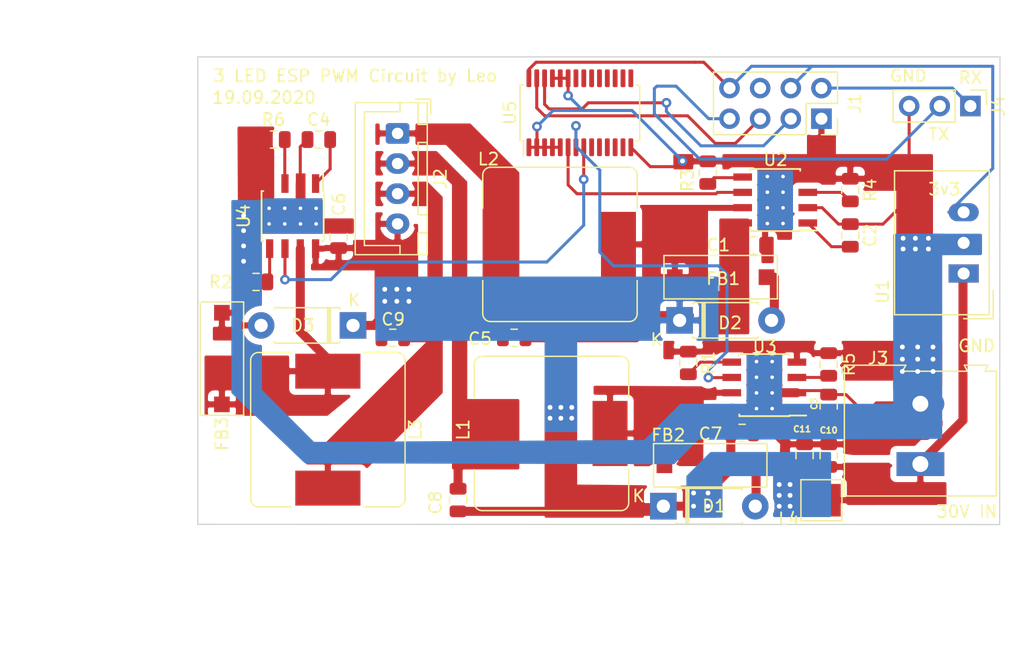
<source format=kicad_pcb>
(kicad_pcb (version 20171130) (host pcbnew 5.1.6)

  (general
    (thickness 1.6)
    (drawings 15)
    (tracks 214)
    (zones 0)
    (modules 36)
    (nets 44)
  )

  (page A4)
  (layers
    (0 F.Cu signal)
    (31 B.Cu signal)
    (32 B.Adhes user)
    (33 F.Adhes user hide)
    (34 B.Paste user)
    (35 F.Paste user)
    (36 B.SilkS user)
    (37 F.SilkS user)
    (38 B.Mask user)
    (39 F.Mask user)
    (40 Dwgs.User user)
    (41 Cmts.User user)
    (42 Eco1.User user)
    (43 Eco2.User user)
    (44 Edge.Cuts user)
    (45 Margin user)
    (46 B.CrtYd user)
    (47 F.CrtYd user)
    (48 B.Fab user)
    (49 F.Fab user)
  )

  (setup
    (last_trace_width 0.25)
    (user_trace_width 0.25)
    (user_trace_width 0.75)
    (trace_clearance 0.2)
    (zone_clearance 0.508)
    (zone_45_only no)
    (trace_min 0.2)
    (via_size 0.8)
    (via_drill 0.4)
    (via_min_size 0.4)
    (via_min_drill 0.3)
    (uvia_size 0.3)
    (uvia_drill 0.1)
    (uvias_allowed no)
    (uvia_min_size 0.2)
    (uvia_min_drill 0.1)
    (edge_width 0.05)
    (segment_width 0.2)
    (pcb_text_width 0.3)
    (pcb_text_size 1.5 1.5)
    (mod_edge_width 0.12)
    (mod_text_size 1 1)
    (mod_text_width 0.15)
    (pad_size 2.95 4.9)
    (pad_drill 0)
    (pad_to_mask_clearance 0.05)
    (aux_axis_origin 0 0)
    (grid_origin 240.0935 38.354)
    (visible_elements FFFFEF7F)
    (pcbplotparams
      (layerselection 0x010fc_ffffffff)
      (usegerberextensions false)
      (usegerberattributes true)
      (usegerberadvancedattributes true)
      (creategerberjobfile true)
      (excludeedgelayer true)
      (linewidth 0.100000)
      (plotframeref false)
      (viasonmask false)
      (mode 1)
      (useauxorigin false)
      (hpglpennumber 1)
      (hpglpenspeed 20)
      (hpglpendiameter 15.000000)
      (psnegative false)
      (psa4output false)
      (plotreference true)
      (plotvalue true)
      (plotinvisibletext false)
      (padsonsilk false)
      (subtractmaskfromsilk false)
      (outputformat 1)
      (mirror false)
      (drillshape 1)
      (scaleselection 1)
      (outputdirectory ""))
  )

  (net 0 "")
  (net 1 "Net-(R1-Pad2)")
  (net 2 GND)
  (net 3 "Net-(R2-Pad2)")
  (net 4 "Net-(R3-Pad2)")
  (net 5 "Net-(R4-Pad2)")
  (net 6 "Net-(R5-Pad2)")
  (net 7 "Net-(R6-Pad2)")
  (net 8 VCC)
  (net 9 "Net-(D1-Pad2)")
  (net 10 PWM_RED)
  (net 11 "Net-(D2-Pad2)")
  (net 12 PWM_BLUE)
  (net 13 "Net-(C2-Pad2)")
  (net 14 "Net-(D3-Pad2)")
  (net 15 PWM_GREEN)
  (net 16 "Net-(C3-Pad2)")
  (net 17 3V3)
  (net 18 GPIO0)
  (net 19 GPIO2)
  (net 20 "Net-(C4-Pad2)")
  (net 21 LED_GREEN-)
  (net 22 LED_RED-)
  (net 23 LED_BLUE-)
  (net 24 "Net-(U5-Pad22)")
  (net 25 "Net-(U5-Pad21)")
  (net 26 "Net-(U5-Pad20)")
  (net 27 "Net-(U5-Pad19)")
  (net 28 "Net-(U5-Pad18)")
  (net 29 "Net-(U5-Pad17)")
  (net 30 "Net-(U5-Pad16)")
  (net 31 "Net-(U5-Pad15)")
  (net 32 "Net-(U5-Pad13)")
  (net 33 "Net-(U5-Pad12)")
  (net 34 "Net-(U5-Pad11)")
  (net 35 "Net-(U5-Pad10)")
  (net 36 "Net-(U5-Pad9)")
  (net 37 "Net-(FB2-Pad2)")
  (net 38 "Net-(FB1-Pad2)")
  (net 39 "Net-(FB3-Pad2)")
  (net 40 VCC_UNFILTERED)
  (net 41 "Net-(J1-Pad6)")
  (net 42 RX)
  (net 43 TX)

  (net_class Default "This is the default net class."
    (clearance 0.2)
    (trace_width 0.25)
    (via_dia 0.8)
    (via_drill 0.4)
    (uvia_dia 0.3)
    (uvia_drill 0.1)
    (add_net 3V3)
    (add_net GND)
    (add_net GPIO0)
    (add_net GPIO2)
    (add_net LED_BLUE-)
    (add_net LED_GREEN-)
    (add_net LED_RED-)
    (add_net "Net-(C2-Pad2)")
    (add_net "Net-(C3-Pad2)")
    (add_net "Net-(C4-Pad2)")
    (add_net "Net-(D1-Pad2)")
    (add_net "Net-(D2-Pad2)")
    (add_net "Net-(D3-Pad2)")
    (add_net "Net-(FB1-Pad2)")
    (add_net "Net-(FB2-Pad2)")
    (add_net "Net-(FB3-Pad2)")
    (add_net "Net-(J1-Pad6)")
    (add_net "Net-(R1-Pad2)")
    (add_net "Net-(R2-Pad2)")
    (add_net "Net-(R3-Pad2)")
    (add_net "Net-(R4-Pad2)")
    (add_net "Net-(R5-Pad2)")
    (add_net "Net-(R6-Pad2)")
    (add_net "Net-(U5-Pad10)")
    (add_net "Net-(U5-Pad11)")
    (add_net "Net-(U5-Pad12)")
    (add_net "Net-(U5-Pad13)")
    (add_net "Net-(U5-Pad15)")
    (add_net "Net-(U5-Pad16)")
    (add_net "Net-(U5-Pad17)")
    (add_net "Net-(U5-Pad18)")
    (add_net "Net-(U5-Pad19)")
    (add_net "Net-(U5-Pad20)")
    (add_net "Net-(U5-Pad21)")
    (add_net "Net-(U5-Pad22)")
    (add_net "Net-(U5-Pad9)")
    (add_net PWM_BLUE)
    (add_net PWM_GREEN)
    (add_net PWM_RED)
    (add_net RX)
    (add_net TX)
    (add_net VCC)
    (add_net VCC_UNFILTERED)
  )

  (module pin:PinHeader_1x03_P2.54mm_Vertical (layer F.Cu) (tedit 59FED5CC) (tstamp 5F65F58F)
    (at 271.6435 36.654 270)
    (descr "Through hole straight pin header, 1x03, 2.54mm pitch, single row")
    (tags "Through hole pin header THT 1x03 2.54mm single row")
    (path /5F670879)
    (fp_text reference J4 (at 0 -2.33 90) (layer F.SilkS)
      (effects (font (size 1 1) (thickness 0.15)))
    )
    (fp_text value Conn_01x03_Male (at 0 7.41 90) (layer F.Fab)
      (effects (font (size 1 1) (thickness 0.15)))
    )
    (fp_text user %R (at 0 2.54) (layer F.Fab)
      (effects (font (size 1 1) (thickness 0.15)))
    )
    (fp_line (start -0.635 -1.27) (end 1.27 -1.27) (layer F.Fab) (width 0.1))
    (fp_line (start 1.27 -1.27) (end 1.27 6.35) (layer F.Fab) (width 0.1))
    (fp_line (start 1.27 6.35) (end -1.27 6.35) (layer F.Fab) (width 0.1))
    (fp_line (start -1.27 6.35) (end -1.27 -0.635) (layer F.Fab) (width 0.1))
    (fp_line (start -1.27 -0.635) (end -0.635 -1.27) (layer F.Fab) (width 0.1))
    (fp_line (start -1.33 6.41) (end 1.33 6.41) (layer F.SilkS) (width 0.12))
    (fp_line (start -1.33 1.27) (end -1.33 6.41) (layer F.SilkS) (width 0.12))
    (fp_line (start 1.33 1.27) (end 1.33 6.41) (layer F.SilkS) (width 0.12))
    (fp_line (start -1.33 1.27) (end 1.33 1.27) (layer F.SilkS) (width 0.12))
    (fp_line (start -1.33 0) (end -1.33 -1.33) (layer F.SilkS) (width 0.12))
    (fp_line (start -1.33 -1.33) (end 0 -1.33) (layer F.SilkS) (width 0.12))
    (fp_line (start -1.8 -1.8) (end -1.8 6.85) (layer F.CrtYd) (width 0.05))
    (fp_line (start -1.8 6.85) (end 1.8 6.85) (layer F.CrtYd) (width 0.05))
    (fp_line (start 1.8 6.85) (end 1.8 -1.8) (layer F.CrtYd) (width 0.05))
    (fp_line (start 1.8 -1.8) (end -1.8 -1.8) (layer F.CrtYd) (width 0.05))
    (pad 3 thru_hole oval (at 0 5.08 270) (size 1.7 1.7) (drill 1) (layers *.Cu *.Mask)
      (net 2 GND))
    (pad 2 thru_hole oval (at 0 2.54 270) (size 1.7 1.7) (drill 1) (layers *.Cu *.Mask)
      (net 42 RX))
    (pad 1 thru_hole rect (at 0 0 270) (size 1.7 1.7) (drill 1) (layers *.Cu *.Mask)
      (net 43 TX))
    (model ${KISYS3DMOD}/Connector_PinHeader_2.54mm.3dshapes/PinHeader_1x03_P2.54mm_Vertical.wrl
      (at (xyz 0 0 0))
      (scale (xyz 1 1 1))
      (rotate (xyz 0 0 0))
    )
  )

  (module Connector_PinSocket_2.54mm:PinSocket_2x04_P2.54mm_Vertical (layer F.Cu) (tedit 5A19A422) (tstamp 5F5F3C93)
    (at 259.2935 37.704 270)
    (descr "Through hole straight socket strip, 2x04, 2.54mm pitch, double cols (from Kicad 4.0.7), script generated")
    (tags "Through hole socket strip THT 2x04 2.54mm double row")
    (path /5F69B3CF)
    (fp_text reference J1 (at -1.27 -2.77 90) (layer F.SilkS)
      (effects (font (size 1 1) (thickness 0.15)))
    )
    (fp_text value Conn_02x04_Odd_Even (at -1.27 10.39 90) (layer F.Fab)
      (effects (font (size 1 1) (thickness 0.15)))
    )
    (fp_text user %R (at -1.27 3.81) (layer F.Fab)
      (effects (font (size 1 1) (thickness 0.15)))
    )
    (fp_line (start -3.81 -1.27) (end 0.27 -1.27) (layer F.Fab) (width 0.1))
    (fp_line (start 0.27 -1.27) (end 1.27 -0.27) (layer F.Fab) (width 0.1))
    (fp_line (start 1.27 -0.27) (end 1.27 8.89) (layer F.Fab) (width 0.1))
    (fp_line (start 1.27 8.89) (end -3.81 8.89) (layer F.Fab) (width 0.1))
    (fp_line (start -3.81 8.89) (end -3.81 -1.27) (layer F.Fab) (width 0.1))
    (fp_line (start -3.87 -1.33) (end -1.27 -1.33) (layer F.SilkS) (width 0.12))
    (fp_line (start -3.87 -1.33) (end -3.87 8.95) (layer F.SilkS) (width 0.12))
    (fp_line (start -3.87 8.95) (end 1.33 8.95) (layer F.SilkS) (width 0.12))
    (fp_line (start 1.33 1.27) (end 1.33 8.95) (layer F.SilkS) (width 0.12))
    (fp_line (start -1.27 1.27) (end 1.33 1.27) (layer F.SilkS) (width 0.12))
    (fp_line (start -1.27 -1.33) (end -1.27 1.27) (layer F.SilkS) (width 0.12))
    (fp_line (start 1.33 -1.33) (end 1.33 0) (layer F.SilkS) (width 0.12))
    (fp_line (start 0 -1.33) (end 1.33 -1.33) (layer F.SilkS) (width 0.12))
    (fp_line (start -4.34 -1.8) (end 1.76 -1.8) (layer F.CrtYd) (width 0.05))
    (fp_line (start 1.76 -1.8) (end 1.76 9.4) (layer F.CrtYd) (width 0.05))
    (fp_line (start 1.76 9.4) (end -4.34 9.4) (layer F.CrtYd) (width 0.05))
    (fp_line (start -4.34 9.4) (end -4.34 -1.8) (layer F.CrtYd) (width 0.05))
    (pad 8 thru_hole oval (at -2.54 7.62 270) (size 1.7 1.7) (drill 1) (layers *.Cu *.Mask)
      (net 17 3V3))
    (pad 7 thru_hole oval (at 0 7.62 270) (size 1.7 1.7) (drill 1) (layers *.Cu *.Mask)
      (net 42 RX))
    (pad 6 thru_hole oval (at -2.54 5.08 270) (size 1.7 1.7) (drill 1) (layers *.Cu *.Mask)
      (net 41 "Net-(J1-Pad6)"))
    (pad 5 thru_hole oval (at 0 5.08 270) (size 1.7 1.7) (drill 1) (layers *.Cu *.Mask)
      (net 19 GPIO2))
    (pad 4 thru_hole oval (at -2.54 2.54 270) (size 1.7 1.7) (drill 1) (layers *.Cu *.Mask)
      (net 17 3V3))
    (pad 3 thru_hole oval (at 0 2.54 270) (size 1.7 1.7) (drill 1) (layers *.Cu *.Mask)
      (net 18 GPIO0))
    (pad 2 thru_hole oval (at -2.54 0 270) (size 1.7 1.7) (drill 1) (layers *.Cu *.Mask)
      (net 43 TX))
    (pad 1 thru_hole rect (at 0 0 270) (size 1.7 1.7) (drill 1) (layers *.Cu *.Mask)
      (net 2 GND))
    (model ${KISYS3DMOD}/Connector_PinSocket_2.54mm.3dshapes/PinSocket_2x04_P2.54mm_Vertical.wrl
      (at (xyz 0 0 0))
      (scale (xyz 1 1 1))
      (rotate (xyz 0 0 0))
    )
  )

  (module own:1212fps (layer F.Cu) (tedit 5F653B6B) (tstamp 5F655B17)
    (at 259.2935 69.354)
    (path /5F65FC0F)
    (fp_text reference L4 (at -2.7 1.55) (layer F.SilkS)
      (effects (font (size 1 1) (thickness 0.15)))
    )
    (fp_text value 10u (at 0 -2.35) (layer F.Fab)
      (effects (font (size 1 1) (thickness 0.15)))
    )
    (fp_line (start -1.65 -1.7) (end -1.7 -1.7) (layer F.SilkS) (width 0.12))
    (fp_line (start -1.7 1.7) (end -1.7 -1.7) (layer F.SilkS) (width 0.12))
    (fp_line (start 1.7 1.7) (end -1.7 1.7) (layer F.SilkS) (width 0.12))
    (fp_line (start 1.7 -1.7) (end 1.7 1.7) (layer F.SilkS) (width 0.12))
    (fp_line (start -1.65 -1.7) (end 1.7 -1.7) (layer F.SilkS) (width 0.12))
    (fp_line (start -1.55 -1.55) (end 1.55 -1.55) (layer F.CrtYd) (width 0.06))
    (fp_line (start 1.55 -1.55) (end 1.55 1.55) (layer F.CrtYd) (width 0.06))
    (fp_line (start 1.55 1.55) (end -1.55 1.55) (layer F.CrtYd) (width 0.06))
    (fp_line (start -1.55 1.55) (end -1.55 -1.55) (layer F.CrtYd) (width 0.06))
    (pad 2 smd rect (at 1.1 0) (size 1 2.7) (layers F.Cu F.Paste F.Mask)
      (net 40 VCC_UNFILTERED))
    (pad 1 smd rect (at -1.1 0) (size 1 2.7) (layers F.Cu F.Paste F.Mask)
      (net 8 VCC))
  )

  (module own:smb002 (layer F.Cu) (tedit 5F653A4C) (tstamp 5F658832)
    (at 209.5935 57.604 90)
    (path /5F71D759)
    (fp_text reference FB3 (at -6.25 0 90) (layer F.SilkS)
      (effects (font (size 1 1) (thickness 0.15)))
    )
    (fp_text value SMB/002 (at -0.01 -2.4 90) (layer F.Fab)
      (effects (font (size 1 1) (thickness 0.15)))
    )
    (fp_line (start -4.5 -0.7) (end -4.5 -1.6) (layer F.CrtYd) (width 0.12))
    (fp_line (start -4.5 0.7) (end -4.5 1.3) (layer F.CrtYd) (width 0.12))
    (fp_line (start -4.7 1.8) (end -4.7 -1.8) (layer F.SilkS) (width 0.12))
    (fp_line (start 4.7 1.8) (end -4.7 1.8) (layer F.SilkS) (width 0.12))
    (fp_line (start 4.7 -1.8) (end 4.7 1.8) (layer F.SilkS) (width 0.12))
    (fp_line (start -4.7 -1.8) (end 4.7 -1.8) (layer F.SilkS) (width 0.12))
    (fp_line (start 4.5 -1.6) (end -4.5 -1.6) (layer F.CrtYd) (width 0.12))
    (fp_line (start 4.5 1.6) (end 4.5 -1.6) (layer F.CrtYd) (width 0.12))
    (fp_line (start -4.5 1.6) (end 4.5 1.6) (layer F.CrtYd) (width 0.12))
    (fp_line (start -4.5 1.3) (end -4.5 1.6) (layer F.CrtYd) (width 0.12))
    (fp_line (start -4.5 0.7) (end -4.5 -0.7) (layer F.CrtYd) (width 0.12))
    (pad 2 smd rect (at -3.8 0 90) (size 1.3 1.3) (layers F.Cu F.Paste F.Mask)
      (net 39 "Net-(FB3-Pad2)"))
    (pad 1 smd rect (at 3.8 0 90) (size 1.3 1.3) (layers F.Cu F.Paste F.Mask)
      (net 14 "Net-(D3-Pad2)"))
  )

  (module own:smb002 (layer F.Cu) (tedit 5F653A4C) (tstamp 5F658E5D)
    (at 250.9393 50.8508)
    (path /5F7512E9)
    (fp_text reference FB1 (at 0.2032 0.127) (layer F.SilkS)
      (effects (font (size 1 1) (thickness 0.15)))
    )
    (fp_text value SMB/002 (at -0.01 -2.4) (layer F.Fab)
      (effects (font (size 1 1) (thickness 0.15)))
    )
    (fp_line (start -4.5 -0.7) (end -4.5 -1.6) (layer F.CrtYd) (width 0.12))
    (fp_line (start -4.5 0.7) (end -4.5 1.3) (layer F.CrtYd) (width 0.12))
    (fp_line (start -4.7 1.8) (end -4.7 -1.8) (layer F.SilkS) (width 0.12))
    (fp_line (start 4.7 1.8) (end -4.7 1.8) (layer F.SilkS) (width 0.12))
    (fp_line (start 4.7 -1.8) (end 4.7 1.8) (layer F.SilkS) (width 0.12))
    (fp_line (start -4.7 -1.8) (end 4.7 -1.8) (layer F.SilkS) (width 0.12))
    (fp_line (start 4.5 -1.6) (end -4.5 -1.6) (layer F.CrtYd) (width 0.12))
    (fp_line (start 4.5 1.6) (end 4.5 -1.6) (layer F.CrtYd) (width 0.12))
    (fp_line (start -4.5 1.6) (end 4.5 1.6) (layer F.CrtYd) (width 0.12))
    (fp_line (start -4.5 1.3) (end -4.5 1.6) (layer F.CrtYd) (width 0.12))
    (fp_line (start -4.5 0.7) (end -4.5 -0.7) (layer F.CrtYd) (width 0.12))
    (pad 2 smd rect (at -3.8 0) (size 1.3 1.3) (layers F.Cu F.Paste F.Mask)
      (net 38 "Net-(FB1-Pad2)"))
    (pad 1 smd rect (at 3.8 0) (size 1.3 1.3) (layers F.Cu F.Paste F.Mask)
      (net 11 "Net-(D2-Pad2)"))
  )

  (module own:smb002 (layer F.Cu) (tedit 5F653A4C) (tstamp 5F658821)
    (at 250.0757 66.4591)
    (path /5F7413C1)
    (fp_text reference FB2 (at -3.4822 -2.5051) (layer F.SilkS)
      (effects (font (size 1 1) (thickness 0.15)))
    )
    (fp_text value SMB/002 (at -0.01 -2.4) (layer F.Fab)
      (effects (font (size 1 1) (thickness 0.15)))
    )
    (fp_line (start -4.5 -0.7) (end -4.5 -1.6) (layer F.CrtYd) (width 0.12))
    (fp_line (start -4.5 0.7) (end -4.5 1.3) (layer F.CrtYd) (width 0.12))
    (fp_line (start -4.7 1.8) (end -4.7 -1.8) (layer F.SilkS) (width 0.12))
    (fp_line (start 4.7 1.8) (end -4.7 1.8) (layer F.SilkS) (width 0.12))
    (fp_line (start 4.7 -1.8) (end 4.7 1.8) (layer F.SilkS) (width 0.12))
    (fp_line (start -4.7 -1.8) (end 4.7 -1.8) (layer F.SilkS) (width 0.12))
    (fp_line (start 4.5 -1.6) (end -4.5 -1.6) (layer F.CrtYd) (width 0.12))
    (fp_line (start 4.5 1.6) (end 4.5 -1.6) (layer F.CrtYd) (width 0.12))
    (fp_line (start -4.5 1.6) (end 4.5 1.6) (layer F.CrtYd) (width 0.12))
    (fp_line (start -4.5 1.3) (end -4.5 1.6) (layer F.CrtYd) (width 0.12))
    (fp_line (start -4.5 0.7) (end -4.5 -0.7) (layer F.CrtYd) (width 0.12))
    (pad 2 smd rect (at -3.8 0) (size 1.3 1.3) (layers F.Cu F.Paste F.Mask)
      (net 37 "Net-(FB2-Pad2)"))
    (pad 1 smd rect (at 3.8 0) (size 1.3 1.3) (layers F.Cu F.Paste F.Mask)
      (net 9 "Net-(D1-Pad2)"))
  )

  (module Capacitor_SMD:C_0805_2012Metric (layer F.Cu) (tedit 5B36C52B) (tstamp 5F656BB0)
    (at 257.8935 65.654 270)
    (descr "Capacitor SMD 0805 (2012 Metric), square (rectangular) end terminal, IPC_7351 nominal, (Body size source: https://docs.google.com/spreadsheets/d/1BsfQQcO9C6DZCsRaXUlFlo91Tg2WpOkGARC1WS5S8t0/edit?usp=sharing), generated with kicad-footprint-generator")
    (tags capacitor)
    (path /5F66C1E2)
    (attr smd)
    (fp_text reference C11 (at -2.2 0.2 180) (layer F.SilkS)
      (effects (font (size 0.5 0.5) (thickness 0.125)))
    )
    (fp_text value 2.2u (at 0 1.65 90) (layer F.Fab)
      (effects (font (size 1 1) (thickness 0.15)))
    )
    (fp_line (start -1 0.6) (end -1 -0.6) (layer F.Fab) (width 0.1))
    (fp_line (start -1 -0.6) (end 1 -0.6) (layer F.Fab) (width 0.1))
    (fp_line (start 1 -0.6) (end 1 0.6) (layer F.Fab) (width 0.1))
    (fp_line (start 1 0.6) (end -1 0.6) (layer F.Fab) (width 0.1))
    (fp_line (start -0.258578 -0.71) (end 0.258578 -0.71) (layer F.SilkS) (width 0.12))
    (fp_line (start -0.258578 0.71) (end 0.258578 0.71) (layer F.SilkS) (width 0.12))
    (fp_line (start -1.68 0.95) (end -1.68 -0.95) (layer F.CrtYd) (width 0.05))
    (fp_line (start -1.68 -0.95) (end 1.68 -0.95) (layer F.CrtYd) (width 0.05))
    (fp_line (start 1.68 -0.95) (end 1.68 0.95) (layer F.CrtYd) (width 0.05))
    (fp_line (start 1.68 0.95) (end -1.68 0.95) (layer F.CrtYd) (width 0.05))
    (fp_text user %R (at 0 0 90) (layer F.Fab)
      (effects (font (size 0.5 0.5) (thickness 0.08)))
    )
    (pad 2 smd roundrect (at 0.9375 0 270) (size 0.975 1.4) (layers F.Cu F.Paste F.Mask) (roundrect_rratio 0.25)
      (net 8 VCC))
    (pad 1 smd roundrect (at -0.9375 0 270) (size 0.975 1.4) (layers F.Cu F.Paste F.Mask) (roundrect_rratio 0.25)
      (net 2 GND))
    (model ${KISYS3DMOD}/Capacitor_SMD.3dshapes/C_0805_2012Metric.wrl
      (at (xyz 0 0 0))
      (scale (xyz 1 1 1))
      (rotate (xyz 0 0 0))
    )
  )

  (module Capacitor_SMD:C_0805_2012Metric (layer F.Cu) (tedit 5B36C52B) (tstamp 5F661BD4)
    (at 259.8935 65.654 270)
    (descr "Capacitor SMD 0805 (2012 Metric), square (rectangular) end terminal, IPC_7351 nominal, (Body size source: https://docs.google.com/spreadsheets/d/1BsfQQcO9C6DZCsRaXUlFlo91Tg2WpOkGARC1WS5S8t0/edit?usp=sharing), generated with kicad-footprint-generator")
    (tags capacitor)
    (path /5F679AEF)
    (attr smd)
    (fp_text reference C10 (at -2.1 0) (layer F.SilkS)
      (effects (font (size 0.5 0.5) (thickness 0.125)))
    )
    (fp_text value 2.2u (at 0 1.65 90) (layer F.Fab)
      (effects (font (size 1 1) (thickness 0.15)))
    )
    (fp_line (start -1 0.6) (end -1 -0.6) (layer F.Fab) (width 0.1))
    (fp_line (start -1 -0.6) (end 1 -0.6) (layer F.Fab) (width 0.1))
    (fp_line (start 1 -0.6) (end 1 0.6) (layer F.Fab) (width 0.1))
    (fp_line (start 1 0.6) (end -1 0.6) (layer F.Fab) (width 0.1))
    (fp_line (start -0.258578 -0.71) (end 0.258578 -0.71) (layer F.SilkS) (width 0.12))
    (fp_line (start -0.258578 0.71) (end 0.258578 0.71) (layer F.SilkS) (width 0.12))
    (fp_line (start -1.68 0.95) (end -1.68 -0.95) (layer F.CrtYd) (width 0.05))
    (fp_line (start -1.68 -0.95) (end 1.68 -0.95) (layer F.CrtYd) (width 0.05))
    (fp_line (start 1.68 -0.95) (end 1.68 0.95) (layer F.CrtYd) (width 0.05))
    (fp_line (start 1.68 0.95) (end -1.68 0.95) (layer F.CrtYd) (width 0.05))
    (fp_text user %R (at 0 0 90) (layer F.Fab)
      (effects (font (size 0.5 0.5) (thickness 0.08)))
    )
    (pad 2 smd roundrect (at 0.9375 0 270) (size 0.975 1.4) (layers F.Cu F.Paste F.Mask) (roundrect_rratio 0.25)
      (net 40 VCC_UNFILTERED))
    (pad 1 smd roundrect (at -0.9375 0 270) (size 0.975 1.4) (layers F.Cu F.Paste F.Mask) (roundrect_rratio 0.25)
      (net 2 GND))
    (model ${KISYS3DMOD}/Capacitor_SMD.3dshapes/C_0805_2012Metric.wrl
      (at (xyz 0 0 0))
      (scale (xyz 1 1 1))
      (rotate (xyz 0 0 0))
    )
  )

  (module Package_SO:TSSOP-28_4.4x9.7mm_P0.65mm (layer F.Cu) (tedit 5E476F32) (tstamp 5F6408D6)
    (at 239.268 37.211 90)
    (descr "TSSOP, 28 Pin (JEDEC MO-153 Var AE https://www.jedec.org/document_search?search_api_views_fulltext=MO-153), generated with kicad-footprint-generator ipc_gullwing_generator.py")
    (tags "TSSOP SO")
    (path /5F6642C9)
    (attr smd)
    (fp_text reference U5 (at 0 -5.8 90) (layer F.SilkS)
      (effects (font (size 1 1) (thickness 0.15)))
    )
    (fp_text value PCA9685PW (at 0 5.8 90) (layer F.Fab)
      (effects (font (size 1 1) (thickness 0.15)))
    )
    (fp_line (start 3.85 -5.1) (end -3.85 -5.1) (layer F.CrtYd) (width 0.05))
    (fp_line (start 3.85 5.1) (end 3.85 -5.1) (layer F.CrtYd) (width 0.05))
    (fp_line (start -3.85 5.1) (end 3.85 5.1) (layer F.CrtYd) (width 0.05))
    (fp_line (start -3.85 -5.1) (end -3.85 5.1) (layer F.CrtYd) (width 0.05))
    (fp_line (start -2.2 -3.85) (end -1.2 -4.85) (layer F.Fab) (width 0.1))
    (fp_line (start -2.2 4.85) (end -2.2 -3.85) (layer F.Fab) (width 0.1))
    (fp_line (start 2.2 4.85) (end -2.2 4.85) (layer F.Fab) (width 0.1))
    (fp_line (start 2.2 -4.85) (end 2.2 4.85) (layer F.Fab) (width 0.1))
    (fp_line (start -1.2 -4.85) (end 2.2 -4.85) (layer F.Fab) (width 0.1))
    (fp_line (start -2.31 -4.685) (end -3.6 -4.685) (layer F.SilkS) (width 0.12))
    (fp_line (start -2.31 -4.96) (end -2.31 -4.685) (layer F.SilkS) (width 0.12))
    (fp_line (start 0 -4.96) (end -2.31 -4.96) (layer F.SilkS) (width 0.12))
    (fp_line (start 2.31 -4.96) (end 2.31 -4.685) (layer F.SilkS) (width 0.12))
    (fp_line (start 0 -4.96) (end 2.31 -4.96) (layer F.SilkS) (width 0.12))
    (fp_line (start -2.31 4.96) (end -2.31 4.685) (layer F.SilkS) (width 0.12))
    (fp_line (start 0 4.96) (end -2.31 4.96) (layer F.SilkS) (width 0.12))
    (fp_line (start 2.31 4.96) (end 2.31 4.685) (layer F.SilkS) (width 0.12))
    (fp_line (start 0 4.96) (end 2.31 4.96) (layer F.SilkS) (width 0.12))
    (fp_text user %R (at 0 0 90) (layer F.Fab)
      (effects (font (size 1 1) (thickness 0.15)))
    )
    (pad 28 smd roundrect (at 2.8625 -4.225 90) (size 1.475 0.4) (layers F.Cu F.Paste F.Mask) (roundrect_rratio 0.25)
      (net 17 3V3))
    (pad 27 smd roundrect (at 2.8625 -3.575 90) (size 1.475 0.4) (layers F.Cu F.Paste F.Mask) (roundrect_rratio 0.25)
      (net 19 GPIO2))
    (pad 26 smd roundrect (at 2.8625 -2.925 90) (size 1.475 0.4) (layers F.Cu F.Paste F.Mask) (roundrect_rratio 0.25)
      (net 18 GPIO0))
    (pad 25 smd roundrect (at 2.8625 -2.275 90) (size 1.475 0.4) (layers F.Cu F.Paste F.Mask) (roundrect_rratio 0.25)
      (net 2 GND))
    (pad 24 smd roundrect (at 2.8625 -1.625 90) (size 1.475 0.4) (layers F.Cu F.Paste F.Mask) (roundrect_rratio 0.25)
      (net 2 GND))
    (pad 23 smd roundrect (at 2.8625 -0.975 90) (size 1.475 0.4) (layers F.Cu F.Paste F.Mask) (roundrect_rratio 0.25)
      (net 2 GND))
    (pad 22 smd roundrect (at 2.8625 -0.325 90) (size 1.475 0.4) (layers F.Cu F.Paste F.Mask) (roundrect_rratio 0.25)
      (net 24 "Net-(U5-Pad22)"))
    (pad 21 smd roundrect (at 2.8625 0.325 90) (size 1.475 0.4) (layers F.Cu F.Paste F.Mask) (roundrect_rratio 0.25)
      (net 25 "Net-(U5-Pad21)"))
    (pad 20 smd roundrect (at 2.8625 0.975 90) (size 1.475 0.4) (layers F.Cu F.Paste F.Mask) (roundrect_rratio 0.25)
      (net 26 "Net-(U5-Pad20)"))
    (pad 19 smd roundrect (at 2.8625 1.625 90) (size 1.475 0.4) (layers F.Cu F.Paste F.Mask) (roundrect_rratio 0.25)
      (net 27 "Net-(U5-Pad19)"))
    (pad 18 smd roundrect (at 2.8625 2.275 90) (size 1.475 0.4) (layers F.Cu F.Paste F.Mask) (roundrect_rratio 0.25)
      (net 28 "Net-(U5-Pad18)"))
    (pad 17 smd roundrect (at 2.8625 2.925 90) (size 1.475 0.4) (layers F.Cu F.Paste F.Mask) (roundrect_rratio 0.25)
      (net 29 "Net-(U5-Pad17)"))
    (pad 16 smd roundrect (at 2.8625 3.575 90) (size 1.475 0.4) (layers F.Cu F.Paste F.Mask) (roundrect_rratio 0.25)
      (net 30 "Net-(U5-Pad16)"))
    (pad 15 smd roundrect (at 2.8625 4.225 90) (size 1.475 0.4) (layers F.Cu F.Paste F.Mask) (roundrect_rratio 0.25)
      (net 31 "Net-(U5-Pad15)"))
    (pad 14 smd roundrect (at -2.8625 4.225 90) (size 1.475 0.4) (layers F.Cu F.Paste F.Mask) (roundrect_rratio 0.25)
      (net 2 GND))
    (pad 13 smd roundrect (at -2.8625 3.575 90) (size 1.475 0.4) (layers F.Cu F.Paste F.Mask) (roundrect_rratio 0.25)
      (net 32 "Net-(U5-Pad13)"))
    (pad 12 smd roundrect (at -2.8625 2.925 90) (size 1.475 0.4) (layers F.Cu F.Paste F.Mask) (roundrect_rratio 0.25)
      (net 33 "Net-(U5-Pad12)"))
    (pad 11 smd roundrect (at -2.8625 2.275 90) (size 1.475 0.4) (layers F.Cu F.Paste F.Mask) (roundrect_rratio 0.25)
      (net 34 "Net-(U5-Pad11)"))
    (pad 10 smd roundrect (at -2.8625 1.625 90) (size 1.475 0.4) (layers F.Cu F.Paste F.Mask) (roundrect_rratio 0.25)
      (net 35 "Net-(U5-Pad10)"))
    (pad 9 smd roundrect (at -2.8625 0.975 90) (size 1.475 0.4) (layers F.Cu F.Paste F.Mask) (roundrect_rratio 0.25)
      (net 36 "Net-(U5-Pad9)"))
    (pad 8 smd roundrect (at -2.8625 0.325 90) (size 1.475 0.4) (layers F.Cu F.Paste F.Mask) (roundrect_rratio 0.25)
      (net 12 PWM_BLUE))
    (pad 7 smd roundrect (at -2.8625 -0.325 90) (size 1.475 0.4) (layers F.Cu F.Paste F.Mask) (roundrect_rratio 0.25)
      (net 15 PWM_GREEN))
    (pad 6 smd roundrect (at -2.8625 -0.975 90) (size 1.475 0.4) (layers F.Cu F.Paste F.Mask) (roundrect_rratio 0.25)
      (net 10 PWM_RED))
    (pad 5 smd roundrect (at -2.8625 -1.625 90) (size 1.475 0.4) (layers F.Cu F.Paste F.Mask) (roundrect_rratio 0.25)
      (net 2 GND))
    (pad 4 smd roundrect (at -2.8625 -2.275 90) (size 1.475 0.4) (layers F.Cu F.Paste F.Mask) (roundrect_rratio 0.25)
      (net 2 GND))
    (pad 3 smd roundrect (at -2.8625 -2.925 90) (size 1.475 0.4) (layers F.Cu F.Paste F.Mask) (roundrect_rratio 0.25)
      (net 2 GND))
    (pad 2 smd roundrect (at -2.8625 -3.575 90) (size 1.475 0.4) (layers F.Cu F.Paste F.Mask) (roundrect_rratio 0.25)
      (net 2 GND))
    (pad 1 smd roundrect (at -2.8625 -4.225 90) (size 1.475 0.4) (layers F.Cu F.Paste F.Mask) (roundrect_rratio 0.25)
      (net 2 GND))
    (model ${KISYS3DMOD}/Package_SO.3dshapes/TSSOP-28_4.4x9.7mm_P0.65mm.wrl
      (at (xyz 0 0 0))
      (scale (xyz 1 1 1))
      (rotate (xyz 0 0 0))
    )
  )

  (module so:Texas_HSOP-8-1EP_3.9x4.9mm_P1.27mm_ThermalVias (layer F.Cu) (tedit 5F63FFC4) (tstamp 5F659723)
    (at 255.4605 44.45 180)
    (descr "Texas Instruments HSOP 9, 1.27mm pitch, 3.9x4.9mm body, exposed pad, thermal vias, DDA0008J (http://www.ti.com/lit/ds/symlink/tps5430.pdf)")
    (tags "HSOP 1.27")
    (path /5F6603D8)
    (zone_connect 2)
    (attr smd)
    (fp_text reference U2 (at -0.033 3.346 180) (layer F.SilkS)
      (effects (font (size 1 1) (thickness 0.15)))
    )
    (fp_text value TPS92511 (at 0 3.5 180) (layer F.Fab)
      (effects (font (size 1 1) (thickness 0.15)))
    )
    (fp_line (start -0.95 -2.45) (end 1.95 -2.45) (layer F.Fab) (width 0.15))
    (fp_line (start 1.95 -2.45) (end 1.95 2.45) (layer F.Fab) (width 0.15))
    (fp_line (start 1.95 2.45) (end -1.95 2.45) (layer F.Fab) (width 0.15))
    (fp_line (start -1.95 2.45) (end -1.95 -1.45) (layer F.Fab) (width 0.15))
    (fp_line (start -1.95 -1.45) (end -0.95 -2.45) (layer F.Fab) (width 0.15))
    (fp_line (start -3.75 -2.75) (end -3.75 2.75) (layer F.CrtYd) (width 0.05))
    (fp_line (start 3.75 -2.75) (end 3.75 2.75) (layer F.CrtYd) (width 0.05))
    (fp_line (start -3.75 -2.75) (end 3.75 -2.75) (layer F.CrtYd) (width 0.05))
    (fp_line (start -3.75 2.75) (end 3.75 2.75) (layer F.CrtYd) (width 0.05))
    (fp_line (start -2.075 -2.575) (end -2.075 -2.525) (layer F.SilkS) (width 0.15))
    (fp_line (start 2.075 -2.575) (end 2.075 -2.43) (layer F.SilkS) (width 0.15))
    (fp_line (start 2.075 2.575) (end 2.075 2.43) (layer F.SilkS) (width 0.15))
    (fp_line (start -2.075 2.575) (end -2.075 2.43) (layer F.SilkS) (width 0.15))
    (fp_line (start -2.075 -2.575) (end 2.075 -2.575) (layer F.SilkS) (width 0.15))
    (fp_line (start -2.075 2.575) (end 2.075 2.575) (layer F.SilkS) (width 0.15))
    (fp_line (start -2.075 -2.525) (end -3.475 -2.525) (layer F.SilkS) (width 0.15))
    (fp_text user %R (at 0 0 180) (layer F.Fab)
      (effects (font (size 0.9 0.9) (thickness 0.135)))
    )
    (pad 9 thru_hole circle (at 0.65 1.95 180) (size 0.6 0.6) (drill 0.3) (layers *.Cu)
      (net 2 GND) (zone_connect 2))
    (pad 9 thru_hole circle (at 0.65 0.65 180) (size 0.6 0.6) (drill 0.3) (layers *.Cu)
      (net 2 GND) (zone_connect 2))
    (pad 9 thru_hole circle (at -0.65 0.65 180) (size 0.6 0.6) (drill 0.3) (layers *.Cu)
      (net 2 GND) (zone_connect 2))
    (pad 9 thru_hole circle (at -0.65 1.95 180) (size 0.6 0.6) (drill 0.3) (layers *.Cu)
      (net 2 GND) (zone_connect 2))
    (pad 9 thru_hole circle (at 0.65 -1.95 180) (size 0.6 0.6) (drill 0.3) (layers *.Cu)
      (net 2 GND) (zone_connect 2))
    (pad 9 thru_hole circle (at 0.65 -0.65 180) (size 0.6 0.6) (drill 0.3) (layers *.Cu)
      (net 2 GND) (zone_connect 2))
    (pad 9 thru_hole circle (at -0.65 -0.65 180) (size 0.6 0.6) (drill 0.3) (layers *.Cu)
      (net 2 GND) (zone_connect 2))
    (pad 9 thru_hole circle (at -0.65 -1.95 180) (size 0.6 0.6) (drill 0.3) (layers *.Cu)
      (net 2 GND) (zone_connect 2))
    (pad "" smd rect (at 0 0 180) (size 2.6 3.1) (layers F.Mask)
      (zone_connect 2))
    (pad "" smd rect (at 0 0 180) (size 2.6 3.1) (layers F.Paste)
      (zone_connect 2))
    (pad 8 smd rect (at 2.7 -1.905 180) (size 1.55 0.6) (layers F.Cu F.Paste F.Mask)
      (net 8 VCC) (zone_connect 2))
    (pad 7 smd rect (at 2.7 -0.635 180) (size 1.55 0.6) (layers F.Cu F.Paste F.Mask)
      (net 38 "Net-(FB1-Pad2)") (zone_connect 2))
    (pad 6 smd rect (at 2.7 0.635 180) (size 1.55 0.6) (layers F.Cu F.Paste F.Mask)
      (net 10 PWM_RED) (zone_connect 2))
    (pad 5 smd rect (at 2.7 1.905 180) (size 1.55 0.6) (layers F.Cu F.Paste F.Mask)
      (net 4 "Net-(R3-Pad2)") (zone_connect 2))
    (pad 4 smd rect (at -2.7 1.905 180) (size 1.55 0.6) (layers F.Cu F.Paste F.Mask)
      (net 2 GND) (zone_connect 2))
    (pad 3 smd rect (at -2.7 0.635 180) (size 1.55 0.6) (layers F.Cu F.Paste F.Mask)
      (net 5 "Net-(R4-Pad2)") (zone_connect 2))
    (pad 2 smd rect (at -2.7 -0.635 180) (size 1.55 0.6) (layers F.Cu F.Paste F.Mask)
      (net 2 GND) (zone_connect 2))
    (pad 1 smd rect (at -2.7 -1.905 180) (size 1.55 0.6) (layers F.Cu F.Paste F.Mask)
      (net 13 "Net-(C2-Pad2)") (zone_connect 2))
    (pad 9 smd rect (at 0 0 180) (size 2.95 4.9) (layers B.Cu)
      (net 2 GND) (zone_connect 2))
    (pad 9 smd rect (at 0 0 180) (size 2.95 4.9) (layers F.Cu)
      (net 2 GND) (zone_connect 2))
    (model ${KISYS3DMOD}/Package_SO.3dshapes/HTSOP-8-1EP_3.9x4.9mm_Pitch1.27mm.wrl
      (at (xyz 0 0 0))
      (scale (xyz 1 1 1))
      (rotate (xyz 0 0 0))
    )
  )

  (module so:Texas_HSOP-8-1EP_3.9x4.9mm_P1.27mm_ThermalVias (layer F.Cu) (tedit 5F653B0B) (tstamp 5F65BE6A)
    (at 254.5588 59.8043 180)
    (descr "Texas Instruments HSOP 9, 1.27mm pitch, 3.9x4.9mm body, exposed pad, thermal vias, DDA0008J (http://www.ti.com/lit/ds/symlink/tps5430.pdf)")
    (tags "HSOP 1.27")
    (path /5F802E94)
    (attr smd)
    (fp_text reference U3 (at -0.0347 3.2003 180) (layer F.SilkS)
      (effects (font (size 1 1) (thickness 0.15)))
    )
    (fp_text value TPS92511 (at 0 3.5 180) (layer F.Fab)
      (effects (font (size 1 1) (thickness 0.15)))
    )
    (fp_line (start -0.95 -2.45) (end 1.95 -2.45) (layer F.Fab) (width 0.15))
    (fp_line (start 1.95 -2.45) (end 1.95 2.45) (layer F.Fab) (width 0.15))
    (fp_line (start 1.95 2.45) (end -1.95 2.45) (layer F.Fab) (width 0.15))
    (fp_line (start -1.95 2.45) (end -1.95 -1.45) (layer F.Fab) (width 0.15))
    (fp_line (start -1.95 -1.45) (end -0.95 -2.45) (layer F.Fab) (width 0.15))
    (fp_line (start -3.75 -2.75) (end -3.75 2.75) (layer F.CrtYd) (width 0.05))
    (fp_line (start 3.75 -2.75) (end 3.75 2.75) (layer F.CrtYd) (width 0.05))
    (fp_line (start -3.75 -2.75) (end 3.75 -2.75) (layer F.CrtYd) (width 0.05))
    (fp_line (start -3.75 2.75) (end 3.75 2.75) (layer F.CrtYd) (width 0.05))
    (fp_line (start -2.075 -2.575) (end -2.075 -2.525) (layer F.SilkS) (width 0.15))
    (fp_line (start 2.075 -2.575) (end 2.075 -2.43) (layer F.SilkS) (width 0.15))
    (fp_line (start 2.075 2.575) (end 2.075 2.43) (layer F.SilkS) (width 0.15))
    (fp_line (start -2.075 2.575) (end -2.075 2.43) (layer F.SilkS) (width 0.15))
    (fp_line (start -2.075 -2.575) (end 2.075 -2.575) (layer F.SilkS) (width 0.15))
    (fp_line (start -2.075 2.575) (end 2.075 2.575) (layer F.SilkS) (width 0.15))
    (fp_line (start -2.075 -2.525) (end -3.475 -2.525) (layer F.SilkS) (width 0.15))
    (fp_text user %R (at 0 0 180) (layer F.Fab)
      (effects (font (size 0.9 0.9) (thickness 0.135)))
    )
    (pad 9 thru_hole circle (at 0.65 1.95 180) (size 0.6 0.6) (drill 0.3) (layers *.Cu)
      (net 2 GND))
    (pad 9 thru_hole circle (at 0.65 0.65 180) (size 0.6 0.6) (drill 0.3) (layers *.Cu)
      (net 2 GND))
    (pad 9 thru_hole circle (at -0.65 0.65 180) (size 0.6 0.6) (drill 0.3) (layers *.Cu)
      (net 2 GND))
    (pad 9 thru_hole circle (at -0.65 1.95 180) (size 0.6 0.6) (drill 0.3) (layers *.Cu)
      (net 2 GND))
    (pad 9 thru_hole circle (at 0.65 -1.95 180) (size 0.6 0.6) (drill 0.3) (layers *.Cu)
      (net 2 GND))
    (pad 9 thru_hole circle (at 0.65 -0.65 180) (size 0.6 0.6) (drill 0.3) (layers *.Cu)
      (net 2 GND))
    (pad 9 thru_hole circle (at -0.65 -0.65 180) (size 0.6 0.6) (drill 0.3) (layers *.Cu)
      (net 2 GND))
    (pad 9 thru_hole circle (at -0.65 -1.95 180) (size 0.6 0.6) (drill 0.3) (layers *.Cu)
      (net 2 GND))
    (pad "" smd rect (at 0 0 180) (size 2.6 3.1) (layers F.Mask))
    (pad "" smd rect (at 0 0 180) (size 2.6 3.1) (layers F.Paste))
    (pad 8 smd rect (at 2.7 -1.905 180) (size 1.55 0.6) (layers F.Cu F.Paste F.Mask)
      (net 8 VCC))
    (pad 7 smd rect (at 2.7 -0.635 180) (size 1.55 0.6) (layers F.Cu F.Paste F.Mask)
      (net 37 "Net-(FB2-Pad2)"))
    (pad 6 smd rect (at 2.7 0.635 180) (size 1.55 0.6) (layers F.Cu F.Paste F.Mask)
      (net 15 PWM_GREEN))
    (pad 5 smd rect (at 2.7 1.905 180) (size 1.55 0.6) (layers F.Cu F.Paste F.Mask)
      (net 1 "Net-(R1-Pad2)"))
    (pad 4 smd rect (at -2.7 1.905 180) (size 1.55 0.6) (layers F.Cu F.Paste F.Mask)
      (net 2 GND))
    (pad 3 smd rect (at -2.7 0.635 180) (size 1.55 0.6) (layers F.Cu F.Paste F.Mask)
      (net 6 "Net-(R5-Pad2)"))
    (pad 2 smd rect (at -2.7 -0.635 180) (size 1.55 0.6) (layers F.Cu F.Paste F.Mask)
      (net 2 GND))
    (pad 1 smd rect (at -2.7 -1.905 180) (size 1.55 0.6) (layers F.Cu F.Paste F.Mask)
      (net 16 "Net-(C3-Pad2)"))
    (pad 9 smd rect (at 0 0 180) (size 2.95 4.9) (layers B.Cu)
      (net 2 GND))
    (pad 9 smd rect (at 0 0 180) (size 2.95 4.9) (layers F.Cu)
      (net 2 GND) (zone_connect 2))
    (model ${KISYS3DMOD}/Package_SO.3dshapes/HTSOP-8-1EP_3.9x4.9mm_Pitch1.27mm.wrl
      (at (xyz 0 0 0))
      (scale (xyz 1 1 1))
      (rotate (xyz 0 0 0))
    )
  )

  (module Capacitor_SMD:C_0805_2012Metric (layer F.Cu) (tedit 5B36C52B) (tstamp 5F5EB440)
    (at 223.759 55.88 180)
    (descr "Capacitor SMD 0805 (2012 Metric), square (rectangular) end terminal, IPC_7351 nominal, (Body size source: https://docs.google.com/spreadsheets/d/1BsfQQcO9C6DZCsRaXUlFlo91Tg2WpOkGARC1WS5S8t0/edit?usp=sharing), generated with kicad-footprint-generator")
    (tags capacitor)
    (path /5F667909)
    (attr smd)
    (fp_text reference C9 (at -0.0345 1.526) (layer F.SilkS)
      (effects (font (size 1 1) (thickness 0.15)))
    )
    (fp_text value 1u (at 0 1.65) (layer F.Fab)
      (effects (font (size 1 1) (thickness 0.15)))
    )
    (fp_line (start -1 0.6) (end -1 -0.6) (layer F.Fab) (width 0.1))
    (fp_line (start -1 -0.6) (end 1 -0.6) (layer F.Fab) (width 0.1))
    (fp_line (start 1 -0.6) (end 1 0.6) (layer F.Fab) (width 0.1))
    (fp_line (start 1 0.6) (end -1 0.6) (layer F.Fab) (width 0.1))
    (fp_line (start -0.258578 -0.71) (end 0.258578 -0.71) (layer F.SilkS) (width 0.12))
    (fp_line (start -0.258578 0.71) (end 0.258578 0.71) (layer F.SilkS) (width 0.12))
    (fp_line (start -1.68 0.95) (end -1.68 -0.95) (layer F.CrtYd) (width 0.05))
    (fp_line (start -1.68 -0.95) (end 1.68 -0.95) (layer F.CrtYd) (width 0.05))
    (fp_line (start 1.68 -0.95) (end 1.68 0.95) (layer F.CrtYd) (width 0.05))
    (fp_line (start 1.68 0.95) (end -1.68 0.95) (layer F.CrtYd) (width 0.05))
    (fp_text user %R (at 0 0) (layer F.Fab)
      (effects (font (size 0.5 0.5) (thickness 0.08)))
    )
    (pad 2 smd roundrect (at 0.9375 0 180) (size 0.975 1.4) (layers F.Cu F.Paste F.Mask) (roundrect_rratio 0.25)
      (net 8 VCC))
    (pad 1 smd roundrect (at -0.9375 0 180) (size 0.975 1.4) (layers F.Cu F.Paste F.Mask) (roundrect_rratio 0.25)
      (net 23 LED_BLUE-))
    (model ${KISYS3DMOD}/Capacitor_SMD.3dshapes/C_0805_2012Metric.wrl
      (at (xyz 0 0 0))
      (scale (xyz 1 1 1))
      (rotate (xyz 0 0 0))
    )
  )

  (module Capacitor_SMD:C_0805_2012Metric (layer F.Cu) (tedit 5B36C52B) (tstamp 5F665DAF)
    (at 229.1715 69.342 270)
    (descr "Capacitor SMD 0805 (2012 Metric), square (rectangular) end terminal, IPC_7351 nominal, (Body size source: https://docs.google.com/spreadsheets/d/1BsfQQcO9C6DZCsRaXUlFlo91Tg2WpOkGARC1WS5S8t0/edit?usp=sharing), generated with kicad-footprint-generator")
    (tags capacitor)
    (path /5F627C14)
    (attr smd)
    (fp_text reference C8 (at 0.212 1.878 90) (layer F.SilkS)
      (effects (font (size 1 1) (thickness 0.15)))
    )
    (fp_text value 1u (at 0 1.65 90) (layer F.Fab)
      (effects (font (size 1 1) (thickness 0.15)))
    )
    (fp_line (start -1 0.6) (end -1 -0.6) (layer F.Fab) (width 0.1))
    (fp_line (start -1 -0.6) (end 1 -0.6) (layer F.Fab) (width 0.1))
    (fp_line (start 1 -0.6) (end 1 0.6) (layer F.Fab) (width 0.1))
    (fp_line (start 1 0.6) (end -1 0.6) (layer F.Fab) (width 0.1))
    (fp_line (start -0.258578 -0.71) (end 0.258578 -0.71) (layer F.SilkS) (width 0.12))
    (fp_line (start -0.258578 0.71) (end 0.258578 0.71) (layer F.SilkS) (width 0.12))
    (fp_line (start -1.68 0.95) (end -1.68 -0.95) (layer F.CrtYd) (width 0.05))
    (fp_line (start -1.68 -0.95) (end 1.68 -0.95) (layer F.CrtYd) (width 0.05))
    (fp_line (start 1.68 -0.95) (end 1.68 0.95) (layer F.CrtYd) (width 0.05))
    (fp_line (start 1.68 0.95) (end -1.68 0.95) (layer F.CrtYd) (width 0.05))
    (fp_text user %R (at 0 0 90) (layer F.Fab)
      (effects (font (size 0.5 0.5) (thickness 0.08)))
    )
    (pad 2 smd roundrect (at 0.9375 0 270) (size 0.975 1.4) (layers F.Cu F.Paste F.Mask) (roundrect_rratio 0.25)
      (net 8 VCC))
    (pad 1 smd roundrect (at -0.9375 0 270) (size 0.975 1.4) (layers F.Cu F.Paste F.Mask) (roundrect_rratio 0.25)
      (net 21 LED_GREEN-))
    (model ${KISYS3DMOD}/Capacitor_SMD.3dshapes/C_0805_2012Metric.wrl
      (at (xyz 0 0 0))
      (scale (xyz 1 1 1))
      (rotate (xyz 0 0 0))
    )
  )

  (module Capacitor_SMD:C_0805_2012Metric (layer F.Cu) (tedit 5B36C52B) (tstamp 5F65BFD1)
    (at 252.7173 63.7667 180)
    (descr "Capacitor SMD 0805 (2012 Metric), square (rectangular) end terminal, IPC_7351 nominal, (Body size source: https://docs.google.com/spreadsheets/d/1BsfQQcO9C6DZCsRaXUlFlo91Tg2WpOkGARC1WS5S8t0/edit?usp=sharing), generated with kicad-footprint-generator")
    (tags capacitor)
    (path /5F609D18)
    (attr smd)
    (fp_text reference C7 (at 2.6238 -0.0873) (layer F.SilkS)
      (effects (font (size 1 1) (thickness 0.15)))
    )
    (fp_text value 2.2u (at 0 1.65) (layer F.Fab)
      (effects (font (size 1 1) (thickness 0.15)))
    )
    (fp_line (start -1 0.6) (end -1 -0.6) (layer F.Fab) (width 0.1))
    (fp_line (start -1 -0.6) (end 1 -0.6) (layer F.Fab) (width 0.1))
    (fp_line (start 1 -0.6) (end 1 0.6) (layer F.Fab) (width 0.1))
    (fp_line (start 1 0.6) (end -1 0.6) (layer F.Fab) (width 0.1))
    (fp_line (start -0.258578 -0.71) (end 0.258578 -0.71) (layer F.SilkS) (width 0.12))
    (fp_line (start -0.258578 0.71) (end 0.258578 0.71) (layer F.SilkS) (width 0.12))
    (fp_line (start -1.68 0.95) (end -1.68 -0.95) (layer F.CrtYd) (width 0.05))
    (fp_line (start -1.68 -0.95) (end 1.68 -0.95) (layer F.CrtYd) (width 0.05))
    (fp_line (start 1.68 -0.95) (end 1.68 0.95) (layer F.CrtYd) (width 0.05))
    (fp_line (start 1.68 0.95) (end -1.68 0.95) (layer F.CrtYd) (width 0.05))
    (fp_text user %R (at 0 0) (layer F.Fab)
      (effects (font (size 0.5 0.5) (thickness 0.08)))
    )
    (pad 2 smd roundrect (at 0.9375 0 180) (size 0.975 1.4) (layers F.Cu F.Paste F.Mask) (roundrect_rratio 0.25)
      (net 8 VCC))
    (pad 1 smd roundrect (at -0.9375 0 180) (size 0.975 1.4) (layers F.Cu F.Paste F.Mask) (roundrect_rratio 0.25)
      (net 2 GND))
    (model ${KISYS3DMOD}/Capacitor_SMD.3dshapes/C_0805_2012Metric.wrl
      (at (xyz 0 0 0))
      (scale (xyz 1 1 1))
      (rotate (xyz 0 0 0))
    )
  )

  (module Capacitor_SMD:C_0805_2012Metric (layer F.Cu) (tedit 5B36C52B) (tstamp 5F66638B)
    (at 219.2655 47.498 270)
    (descr "Capacitor SMD 0805 (2012 Metric), square (rectangular) end terminal, IPC_7351 nominal, (Body size source: https://docs.google.com/spreadsheets/d/1BsfQQcO9C6DZCsRaXUlFlo91Tg2WpOkGARC1WS5S8t0/edit?usp=sharing), generated with kicad-footprint-generator")
    (tags capacitor)
    (path /5F642135)
    (attr smd)
    (fp_text reference C6 (at -2.694 -0.028 90) (layer F.SilkS)
      (effects (font (size 1 1) (thickness 0.15)))
    )
    (fp_text value 2.2u (at 0 1.65 90) (layer F.Fab)
      (effects (font (size 1 1) (thickness 0.15)))
    )
    (fp_line (start -1 0.6) (end -1 -0.6) (layer F.Fab) (width 0.1))
    (fp_line (start -1 -0.6) (end 1 -0.6) (layer F.Fab) (width 0.1))
    (fp_line (start 1 -0.6) (end 1 0.6) (layer F.Fab) (width 0.1))
    (fp_line (start 1 0.6) (end -1 0.6) (layer F.Fab) (width 0.1))
    (fp_line (start -0.258578 -0.71) (end 0.258578 -0.71) (layer F.SilkS) (width 0.12))
    (fp_line (start -0.258578 0.71) (end 0.258578 0.71) (layer F.SilkS) (width 0.12))
    (fp_line (start -1.68 0.95) (end -1.68 -0.95) (layer F.CrtYd) (width 0.05))
    (fp_line (start -1.68 -0.95) (end 1.68 -0.95) (layer F.CrtYd) (width 0.05))
    (fp_line (start 1.68 -0.95) (end 1.68 0.95) (layer F.CrtYd) (width 0.05))
    (fp_line (start 1.68 0.95) (end -1.68 0.95) (layer F.CrtYd) (width 0.05))
    (fp_text user %R (at 0 0 90) (layer F.Fab)
      (effects (font (size 0.5 0.5) (thickness 0.08)))
    )
    (pad 2 smd roundrect (at 0.9375 0 270) (size 0.975 1.4) (layers F.Cu F.Paste F.Mask) (roundrect_rratio 0.25)
      (net 8 VCC))
    (pad 1 smd roundrect (at -0.9375 0 270) (size 0.975 1.4) (layers F.Cu F.Paste F.Mask) (roundrect_rratio 0.25)
      (net 2 GND))
    (model ${KISYS3DMOD}/Capacitor_SMD.3dshapes/C_0805_2012Metric.wrl
      (at (xyz 0 0 0))
      (scale (xyz 1 1 1))
      (rotate (xyz 0 0 0))
    )
  )

  (module Capacitor_SMD:C_0805_2012Metric (layer F.Cu) (tedit 5B36C52B) (tstamp 5F5ED336)
    (at 233.822 55.88)
    (descr "Capacitor SMD 0805 (2012 Metric), square (rectangular) end terminal, IPC_7351 nominal, (Body size source: https://docs.google.com/spreadsheets/d/1BsfQQcO9C6DZCsRaXUlFlo91Tg2WpOkGARC1WS5S8t0/edit?usp=sharing), generated with kicad-footprint-generator")
    (tags capacitor)
    (path /5F5FF199)
    (attr smd)
    (fp_text reference C5 (at -2.8285 0.074) (layer F.SilkS)
      (effects (font (size 1 1) (thickness 0.15)))
    )
    (fp_text value 1u (at 0 1.65) (layer F.Fab)
      (effects (font (size 1 1) (thickness 0.15)))
    )
    (fp_line (start -1 0.6) (end -1 -0.6) (layer F.Fab) (width 0.1))
    (fp_line (start -1 -0.6) (end 1 -0.6) (layer F.Fab) (width 0.1))
    (fp_line (start 1 -0.6) (end 1 0.6) (layer F.Fab) (width 0.1))
    (fp_line (start 1 0.6) (end -1 0.6) (layer F.Fab) (width 0.1))
    (fp_line (start -0.258578 -0.71) (end 0.258578 -0.71) (layer F.SilkS) (width 0.12))
    (fp_line (start -0.258578 0.71) (end 0.258578 0.71) (layer F.SilkS) (width 0.12))
    (fp_line (start -1.68 0.95) (end -1.68 -0.95) (layer F.CrtYd) (width 0.05))
    (fp_line (start -1.68 -0.95) (end 1.68 -0.95) (layer F.CrtYd) (width 0.05))
    (fp_line (start 1.68 -0.95) (end 1.68 0.95) (layer F.CrtYd) (width 0.05))
    (fp_line (start 1.68 0.95) (end -1.68 0.95) (layer F.CrtYd) (width 0.05))
    (fp_text user %R (at 0 0) (layer F.Fab)
      (effects (font (size 0.5 0.5) (thickness 0.08)))
    )
    (pad 2 smd roundrect (at 0.9375 0) (size 0.975 1.4) (layers F.Cu F.Paste F.Mask) (roundrect_rratio 0.25)
      (net 8 VCC))
    (pad 1 smd roundrect (at -0.9375 0) (size 0.975 1.4) (layers F.Cu F.Paste F.Mask) (roundrect_rratio 0.25)
      (net 22 LED_RED-))
    (model ${KISYS3DMOD}/Capacitor_SMD.3dshapes/C_0805_2012Metric.wrl
      (at (xyz 0 0 0))
      (scale (xyz 1 1 1))
      (rotate (xyz 0 0 0))
    )
  )

  (module Capacitor_SMD:C_0805_2012Metric (layer F.Cu) (tedit 5B36C52B) (tstamp 5F659662)
    (at 253.6848 48.2092 180)
    (descr "Capacitor SMD 0805 (2012 Metric), square (rectangular) end terminal, IPC_7351 nominal, (Body size source: https://docs.google.com/spreadsheets/d/1BsfQQcO9C6DZCsRaXUlFlo91Tg2WpOkGARC1WS5S8t0/edit?usp=sharing), generated with kicad-footprint-generator")
    (tags capacitor)
    (path /5F5F1C02)
    (attr smd)
    (fp_text reference C1 (at 2.936 0.0254) (layer F.SilkS)
      (effects (font (size 1 1) (thickness 0.15)))
    )
    (fp_text value 2.2u (at 0 1.65) (layer F.Fab)
      (effects (font (size 1 1) (thickness 0.15)))
    )
    (fp_line (start -1 0.6) (end -1 -0.6) (layer F.Fab) (width 0.1))
    (fp_line (start -1 -0.6) (end 1 -0.6) (layer F.Fab) (width 0.1))
    (fp_line (start 1 -0.6) (end 1 0.6) (layer F.Fab) (width 0.1))
    (fp_line (start 1 0.6) (end -1 0.6) (layer F.Fab) (width 0.1))
    (fp_line (start -0.258578 -0.71) (end 0.258578 -0.71) (layer F.SilkS) (width 0.12))
    (fp_line (start -0.258578 0.71) (end 0.258578 0.71) (layer F.SilkS) (width 0.12))
    (fp_line (start -1.68 0.95) (end -1.68 -0.95) (layer F.CrtYd) (width 0.05))
    (fp_line (start -1.68 -0.95) (end 1.68 -0.95) (layer F.CrtYd) (width 0.05))
    (fp_line (start 1.68 -0.95) (end 1.68 0.95) (layer F.CrtYd) (width 0.05))
    (fp_line (start 1.68 0.95) (end -1.68 0.95) (layer F.CrtYd) (width 0.05))
    (fp_text user %R (at 0 0) (layer F.Fab)
      (effects (font (size 0.5 0.5) (thickness 0.08)))
    )
    (pad 2 smd roundrect (at 0.9375 0 180) (size 0.975 1.4) (layers F.Cu F.Paste F.Mask) (roundrect_rratio 0.25)
      (net 8 VCC))
    (pad 1 smd roundrect (at -0.9375 0 180) (size 0.975 1.4) (layers F.Cu F.Paste F.Mask) (roundrect_rratio 0.25)
      (net 2 GND))
    (model ${KISYS3DMOD}/Capacitor_SMD.3dshapes/C_0805_2012Metric.wrl
      (at (xyz 0 0 0))
      (scale (xyz 1 1 1))
      (rotate (xyz 0 0 0))
    )
  )

  (module Inductor_SMD:L_Bourns_SRR1260 (layer F.Cu) (tedit 5F5EA99F) (tstamp 5F665A85)
    (at 237.617 48.133 180)
    (descr "Bourns SRR1260 series SMD inductor http://www.bourns.com/docs/Product-Datasheets/SRR1260.pdf")
    (tags "Bourns SRR1260 SMD inductor")
    (path /5F66042A)
    (attr smd)
    (fp_text reference L2 (at 5.9235 7.079) (layer F.SilkS)
      (effects (font (size 1 1) (thickness 0.15)))
    )
    (fp_text value 470u (at 0 7.4) (layer F.Fab)
      (effects (font (size 1 1) (thickness 0.15)))
    )
    (fp_line (start 6.4 3) (end 6.4 5.75) (layer F.SilkS) (width 0.12))
    (fp_line (start -6.4 3) (end -6.4 5.75) (layer F.SilkS) (width 0.12))
    (fp_line (start 6.5 -5.75) (end 6.5 5.75) (layer F.CrtYd) (width 0.05))
    (fp_line (start 5.75 6.5) (end -5.75 6.5) (layer F.CrtYd) (width 0.05))
    (fp_line (start -6.5 5.75) (end -6.5 -5.75) (layer F.CrtYd) (width 0.05))
    (fp_line (start -5.75 -6.5) (end 5.75 -6.5) (layer F.CrtYd) (width 0.05))
    (fp_line (start 6.4 -5.75) (end 6.4 -3) (layer F.SilkS) (width 0.12))
    (fp_line (start 5.75 6.4) (end -5.75 6.4) (layer F.SilkS) (width 0.12))
    (fp_line (start -6.4 -5.75) (end -6.4 -3) (layer F.SilkS) (width 0.12))
    (fp_line (start -5.75 -6.4) (end 5.75 -6.4) (layer F.SilkS) (width 0.12))
    (fp_line (start 4 -2) (end 4 2) (layer F.Fab) (width 0.1))
    (fp_line (start 6.25 -5.75) (end 6.25 5.75) (layer F.Fab) (width 0.1))
    (fp_line (start 5.75 6.25) (end -5.75 6.25) (layer F.Fab) (width 0.1))
    (fp_line (start -6.25 -5.75) (end -6.25 5.75) (layer F.Fab) (width 0.1))
    (fp_line (start -4 2) (end -4 -2) (layer F.Fab) (width 0.1))
    (fp_line (start -5.75 -6.25) (end 5.75 -6.25) (layer F.Fab) (width 0.1))
    (fp_circle (center 0 0) (end 0 -5.6) (layer F.Fab) (width 0.1))
    (fp_arc (start 5.75 -5.75) (end 6.5 -5.75) (angle -90) (layer F.CrtYd) (width 0.05))
    (fp_arc (start 5.75 5.75) (end 5.75 6.5) (angle -90) (layer F.CrtYd) (width 0.05))
    (fp_arc (start -5.75 5.75) (end -6.5 5.75) (angle -90) (layer F.CrtYd) (width 0.05))
    (fp_arc (start -5.75 -5.75) (end -5.75 -6.5) (angle -90) (layer F.CrtYd) (width 0.05))
    (fp_arc (start 5.75 -5.75) (end 6.4 -5.75) (angle -90) (layer F.SilkS) (width 0.12))
    (fp_arc (start 5.75 5.75) (end 5.75 6.4) (angle -90) (layer F.SilkS) (width 0.12))
    (fp_arc (start -5.75 5.75) (end -6.4 5.75) (angle -90) (layer F.SilkS) (width 0.12))
    (fp_arc (start -5.75 -5.75) (end -5.75 -6.4) (angle -90) (layer F.SilkS) (width 0.12))
    (fp_arc (start -5.75 5.75) (end -6.25 5.75) (angle -90) (layer F.Fab) (width 0.1))
    (fp_arc (start 5.75 5.75) (end 5.75 6.25) (angle -90) (layer F.Fab) (width 0.1))
    (fp_arc (start 5.75 -5.75) (end 6.25 -5.75) (angle -90) (layer F.Fab) (width 0.1))
    (fp_arc (start -5.75 -5.75) (end -5.75 -6.25) (angle -90) (layer F.Fab) (width 0.1))
    (fp_text user %R (at 0 0) (layer F.Fab)
      (effects (font (size 1 1) (thickness 0.15)))
    )
    (pad 1 smd rect (at -4.85 0 180) (size 2.9 5.4) (layers F.Cu F.Paste F.Mask)
      (net 38 "Net-(FB1-Pad2)"))
    (pad 2 smd rect (at 4.85 0 180) (size 2.9 5.4) (layers F.Cu F.Paste F.Mask)
      (net 22 LED_RED-) (zone_connect 2))
    (model ${KISYS3DMOD}/Inductor_SMD.3dshapes/L_Bourns_SRR1260.wrl
      (at (xyz 0 0 0))
      (scale (xyz 1 1 1))
      (rotate (xyz 0 0 0))
    )
  )

  (module Diode_THT:D_DO-41_SOD81_P7.62mm_Horizontal (layer F.Cu) (tedit 5AE50CD5) (tstamp 5F5C9F2C)
    (at 247.5357 54.4322)
    (descr "Diode, DO-41_SOD81 series, Axial, Horizontal, pin pitch=7.62mm, , length*diameter=5.2*2.7mm^2, , http://www.diodes.com/_files/packages/DO-41%20(Plastic).pdf")
    (tags "Diode DO-41_SOD81 series Axial Horizontal pin pitch 7.62mm  length 5.2mm diameter 2.7mm")
    (path /5F6603EC)
    (fp_text reference D2 (at 4.1783 0.2159) (layer F.SilkS)
      (effects (font (size 1 1) (thickness 0.15)))
    )
    (fp_text value SR106 (at 3.81 2.47) (layer F.Fab)
      (effects (font (size 1 1) (thickness 0.15)))
    )
    (fp_line (start 8.97 -1.6) (end -1.35 -1.6) (layer F.CrtYd) (width 0.05))
    (fp_line (start 8.97 1.6) (end 8.97 -1.6) (layer F.CrtYd) (width 0.05))
    (fp_line (start -1.35 1.6) (end 8.97 1.6) (layer F.CrtYd) (width 0.05))
    (fp_line (start -1.35 -1.6) (end -1.35 1.6) (layer F.CrtYd) (width 0.05))
    (fp_line (start 1.87 -1.47) (end 1.87 1.47) (layer F.SilkS) (width 0.12))
    (fp_line (start 2.11 -1.47) (end 2.11 1.47) (layer F.SilkS) (width 0.12))
    (fp_line (start 1.99 -1.47) (end 1.99 1.47) (layer F.SilkS) (width 0.12))
    (fp_line (start 6.53 1.47) (end 6.53 1.34) (layer F.SilkS) (width 0.12))
    (fp_line (start 1.09 1.47) (end 6.53 1.47) (layer F.SilkS) (width 0.12))
    (fp_line (start 1.09 1.34) (end 1.09 1.47) (layer F.SilkS) (width 0.12))
    (fp_line (start 6.53 -1.47) (end 6.53 -1.34) (layer F.SilkS) (width 0.12))
    (fp_line (start 1.09 -1.47) (end 6.53 -1.47) (layer F.SilkS) (width 0.12))
    (fp_line (start 1.09 -1.34) (end 1.09 -1.47) (layer F.SilkS) (width 0.12))
    (fp_line (start 1.89 -1.35) (end 1.89 1.35) (layer F.Fab) (width 0.1))
    (fp_line (start 2.09 -1.35) (end 2.09 1.35) (layer F.Fab) (width 0.1))
    (fp_line (start 1.99 -1.35) (end 1.99 1.35) (layer F.Fab) (width 0.1))
    (fp_line (start 7.62 0) (end 6.41 0) (layer F.Fab) (width 0.1))
    (fp_line (start 0 0) (end 1.21 0) (layer F.Fab) (width 0.1))
    (fp_line (start 6.41 -1.35) (end 1.21 -1.35) (layer F.Fab) (width 0.1))
    (fp_line (start 6.41 1.35) (end 6.41 -1.35) (layer F.Fab) (width 0.1))
    (fp_line (start 1.21 1.35) (end 6.41 1.35) (layer F.Fab) (width 0.1))
    (fp_line (start 1.21 -1.35) (end 1.21 1.35) (layer F.Fab) (width 0.1))
    (fp_text user K (at -1.905 1.6002) (layer F.SilkS)
      (effects (font (size 1 1) (thickness 0.15)))
    )
    (fp_text user K (at -1.905 1.6002) (layer F.Fab)
      (effects (font (size 1 1) (thickness 0.15)))
    )
    (fp_text user %R (at 4.2 0) (layer F.Fab)
      (effects (font (size 1 1) (thickness 0.15)))
    )
    (pad 2 thru_hole oval (at 7.62 0) (size 2.2 2.2) (drill 1.1) (layers *.Cu *.Mask)
      (net 11 "Net-(D2-Pad2)"))
    (pad 1 thru_hole rect (at 0 0) (size 2.2 2.2) (drill 1.1) (layers *.Cu *.Mask)
      (net 8 VCC))
    (model ${KISYS3DMOD}/Diode_THT.3dshapes/D_DO-41_SOD81_P7.62mm_Horizontal.wrl
      (at (xyz 0 0 0))
      (scale (xyz 1 1 1))
      (rotate (xyz 0 0 0))
    )
  )

  (module Capacitor_SMD:C_0805_2012Metric (layer F.Cu) (tedit 5B36C52B) (tstamp 5F5C9EDC)
    (at 261.6835 47.386 270)
    (descr "Capacitor SMD 0805 (2012 Metric), square (rectangular) end terminal, IPC_7351 nominal, (Body size source: https://docs.google.com/spreadsheets/d/1BsfQQcO9C6DZCsRaXUlFlo91Tg2WpOkGARC1WS5S8t0/edit?usp=sharing), generated with kicad-footprint-generator")
    (tags capacitor)
    (path /5F66041C)
    (attr smd)
    (fp_text reference C2 (at 0 -1.65 90) (layer F.SilkS)
      (effects (font (size 1 1) (thickness 0.15)))
    )
    (fp_text value 1u (at 0 1.65 90) (layer F.Fab)
      (effects (font (size 1 1) (thickness 0.15)))
    )
    (fp_line (start 1.68 0.95) (end -1.68 0.95) (layer F.CrtYd) (width 0.05))
    (fp_line (start 1.68 -0.95) (end 1.68 0.95) (layer F.CrtYd) (width 0.05))
    (fp_line (start -1.68 -0.95) (end 1.68 -0.95) (layer F.CrtYd) (width 0.05))
    (fp_line (start -1.68 0.95) (end -1.68 -0.95) (layer F.CrtYd) (width 0.05))
    (fp_line (start -0.258578 0.71) (end 0.258578 0.71) (layer F.SilkS) (width 0.12))
    (fp_line (start -0.258578 -0.71) (end 0.258578 -0.71) (layer F.SilkS) (width 0.12))
    (fp_line (start 1 0.6) (end -1 0.6) (layer F.Fab) (width 0.1))
    (fp_line (start 1 -0.6) (end 1 0.6) (layer F.Fab) (width 0.1))
    (fp_line (start -1 -0.6) (end 1 -0.6) (layer F.Fab) (width 0.1))
    (fp_line (start -1 0.6) (end -1 -0.6) (layer F.Fab) (width 0.1))
    (fp_text user %R (at 0 0 90) (layer F.Fab)
      (effects (font (size 0.5 0.5) (thickness 0.08)))
    )
    (pad 2 smd roundrect (at 0.9375 0 270) (size 0.975 1.4) (layers F.Cu F.Paste F.Mask) (roundrect_rratio 0.25)
      (net 13 "Net-(C2-Pad2)"))
    (pad 1 smd roundrect (at -0.9375 0 270) (size 0.975 1.4) (layers F.Cu F.Paste F.Mask) (roundrect_rratio 0.25)
      (net 2 GND))
    (model ${KISYS3DMOD}/Capacitor_SMD.3dshapes/C_0805_2012Metric.wrl
      (at (xyz 0 0 0))
      (scale (xyz 1 1 1))
      (rotate (xyz 0 0 0))
    )
  )

  (module a:R_0805_2012Metric (layer F.Cu) (tedit 5B36C52B) (tstamp 5F5C9ECC)
    (at 261.6835 43.6245 270)
    (descr "Resistor SMD 0805 (2012 Metric), square (rectangular) end terminal, IPC_7351 nominal, (Body size source: https://docs.google.com/spreadsheets/d/1BsfQQcO9C6DZCsRaXUlFlo91Tg2WpOkGARC1WS5S8t0/edit?usp=sharing), generated with kicad-footprint-generator")
    (tags resistor)
    (path /5F660430)
    (attr smd)
    (fp_text reference R4 (at 0 -1.65 90) (layer F.SilkS)
      (effects (font (size 1 1) (thickness 0.15)))
    )
    (fp_text value Radj (at 0 1.65 90) (layer F.Fab)
      (effects (font (size 1 1) (thickness 0.15)))
    )
    (fp_line (start 1.68 0.95) (end -1.68 0.95) (layer F.CrtYd) (width 0.05))
    (fp_line (start 1.68 -0.95) (end 1.68 0.95) (layer F.CrtYd) (width 0.05))
    (fp_line (start -1.68 -0.95) (end 1.68 -0.95) (layer F.CrtYd) (width 0.05))
    (fp_line (start -1.68 0.95) (end -1.68 -0.95) (layer F.CrtYd) (width 0.05))
    (fp_line (start -0.258578 0.71) (end 0.258578 0.71) (layer F.SilkS) (width 0.12))
    (fp_line (start -0.258578 -0.71) (end 0.258578 -0.71) (layer F.SilkS) (width 0.12))
    (fp_line (start 1 0.6) (end -1 0.6) (layer F.Fab) (width 0.1))
    (fp_line (start 1 -0.6) (end 1 0.6) (layer F.Fab) (width 0.1))
    (fp_line (start -1 -0.6) (end 1 -0.6) (layer F.Fab) (width 0.1))
    (fp_line (start -1 0.6) (end -1 -0.6) (layer F.Fab) (width 0.1))
    (fp_text user %R (at 0 0 90) (layer F.Fab)
      (effects (font (size 0.5 0.5) (thickness 0.08)))
    )
    (pad 2 smd roundrect (at 0.9375 0 270) (size 0.975 1.4) (layers F.Cu F.Paste F.Mask) (roundrect_rratio 0.25)
      (net 5 "Net-(R4-Pad2)"))
    (pad 1 smd roundrect (at -0.9375 0 270) (size 0.975 1.4) (layers F.Cu F.Paste F.Mask) (roundrect_rratio 0.25)
      (net 2 GND))
    (model ${KISYS3DMOD}/Resistor_SMD.3dshapes/R_0805_2012Metric.wrl
      (at (xyz 0 0 0))
      (scale (xyz 1 1 1))
      (rotate (xyz 0 0 0))
    )
  )

  (module a:R_0805_2012Metric (layer F.Cu) (tedit 5B36C52B) (tstamp 5F5C9EB6)
    (at 249.8725 42.179 270)
    (descr "Resistor SMD 0805 (2012 Metric), square (rectangular) end terminal, IPC_7351 nominal, (Body size source: https://docs.google.com/spreadsheets/d/1BsfQQcO9C6DZCsRaXUlFlo91Tg2WpOkGARC1WS5S8t0/edit?usp=sharing), generated with kicad-footprint-generator")
    (tags resistor)
    (path /5F6603D1)
    (attr smd)
    (fp_text reference R3 (at 0.625 1.679 90) (layer F.SilkS)
      (effects (font (size 1 1) (thickness 0.15)))
    )
    (fp_text value Rfs (at 0 1.65 90) (layer F.Fab)
      (effects (font (size 1 1) (thickness 0.15)))
    )
    (fp_line (start 1.68 0.95) (end -1.68 0.95) (layer F.CrtYd) (width 0.05))
    (fp_line (start 1.68 -0.95) (end 1.68 0.95) (layer F.CrtYd) (width 0.05))
    (fp_line (start -1.68 -0.95) (end 1.68 -0.95) (layer F.CrtYd) (width 0.05))
    (fp_line (start -1.68 0.95) (end -1.68 -0.95) (layer F.CrtYd) (width 0.05))
    (fp_line (start -0.258578 0.71) (end 0.258578 0.71) (layer F.SilkS) (width 0.12))
    (fp_line (start -0.258578 -0.71) (end 0.258578 -0.71) (layer F.SilkS) (width 0.12))
    (fp_line (start 1 0.6) (end -1 0.6) (layer F.Fab) (width 0.1))
    (fp_line (start 1 -0.6) (end 1 0.6) (layer F.Fab) (width 0.1))
    (fp_line (start -1 -0.6) (end 1 -0.6) (layer F.Fab) (width 0.1))
    (fp_line (start -1 0.6) (end -1 -0.6) (layer F.Fab) (width 0.1))
    (fp_text user %R (at 0 0 90) (layer F.Fab)
      (effects (font (size 0.5 0.5) (thickness 0.08)))
    )
    (pad 2 smd roundrect (at 0.9375 0 270) (size 0.975 1.4) (layers F.Cu F.Paste F.Mask) (roundrect_rratio 0.25)
      (net 4 "Net-(R3-Pad2)"))
    (pad 1 smd roundrect (at -0.9375 0 270) (size 0.975 1.4) (layers F.Cu F.Paste F.Mask) (roundrect_rratio 0.25)
      (net 2 GND))
    (model ${KISYS3DMOD}/Resistor_SMD.3dshapes/R_0805_2012Metric.wrl
      (at (xyz 0 0 0))
      (scale (xyz 1 1 1))
      (rotate (xyz 0 0 0))
    )
  )

  (module Capacitor_SMD:C_0805_2012Metric (layer F.Cu) (tedit 5B36C52B) (tstamp 5F665731)
    (at 259.8935 61.52896 270)
    (descr "Capacitor SMD 0805 (2012 Metric), square (rectangular) end terminal, IPC_7351 nominal, (Body size source: https://docs.google.com/spreadsheets/d/1BsfQQcO9C6DZCsRaXUlFlo91Tg2WpOkGARC1WS5S8t0/edit?usp=sharing), generated with kicad-footprint-generator")
    (tags capacitor)
    (path /5F802ED5)
    (attr smd)
    (fp_text reference C3 (at -0.17496 1.2 90) (layer F.SilkS)
      (effects (font (size 0.5 0.5) (thickness 0.125)))
    )
    (fp_text value 1u (at 0 1.65 90) (layer F.Fab)
      (effects (font (size 1 1) (thickness 0.15)))
    )
    (fp_line (start 1.68 0.95) (end -1.68 0.95) (layer F.CrtYd) (width 0.05))
    (fp_line (start 1.68 -0.95) (end 1.68 0.95) (layer F.CrtYd) (width 0.05))
    (fp_line (start -1.68 -0.95) (end 1.68 -0.95) (layer F.CrtYd) (width 0.05))
    (fp_line (start -1.68 0.95) (end -1.68 -0.95) (layer F.CrtYd) (width 0.05))
    (fp_line (start -0.258578 0.71) (end 0.258578 0.71) (layer F.SilkS) (width 0.12))
    (fp_line (start -0.258578 -0.71) (end 0.258578 -0.71) (layer F.SilkS) (width 0.12))
    (fp_line (start 1 0.6) (end -1 0.6) (layer F.Fab) (width 0.1))
    (fp_line (start 1 -0.6) (end 1 0.6) (layer F.Fab) (width 0.1))
    (fp_line (start -1 -0.6) (end 1 -0.6) (layer F.Fab) (width 0.1))
    (fp_line (start -1 0.6) (end -1 -0.6) (layer F.Fab) (width 0.1))
    (fp_text user %R (at 0 0 90) (layer F.Fab)
      (effects (font (size 0.5 0.5) (thickness 0.08)))
    )
    (pad 1 smd roundrect (at -0.9375 0 270) (size 0.975 1.4) (layers F.Cu F.Paste F.Mask) (roundrect_rratio 0.25)
      (net 2 GND))
    (pad 2 smd roundrect (at 0.9375 0 270) (size 0.975 1.4) (layers F.Cu F.Paste F.Mask) (roundrect_rratio 0.25)
      (net 16 "Net-(C3-Pad2)"))
    (model ${KISYS3DMOD}/Capacitor_SMD.3dshapes/C_0805_2012Metric.wrl
      (at (xyz 0 0 0))
      (scale (xyz 1 1 1))
      (rotate (xyz 0 0 0))
    )
  )

  (module a:R_0805_2012Metric (layer F.Cu) (tedit 5B36C52B) (tstamp 5F5C6FB5)
    (at 248.2596 57.9651 270)
    (descr "Resistor SMD 0805 (2012 Metric), square (rectangular) end terminal, IPC_7351 nominal, (Body size source: https://docs.google.com/spreadsheets/d/1BsfQQcO9C6DZCsRaXUlFlo91Tg2WpOkGARC1WS5S8t0/edit?usp=sharing), generated with kicad-footprint-generator")
    (tags resistor)
    (path /5F802E8D)
    (attr smd)
    (fp_text reference R1 (at 0 -1.65 90) (layer F.SilkS)
      (effects (font (size 1 1) (thickness 0.15)))
    )
    (fp_text value Rfs (at 0 1.65 90) (layer F.Fab)
      (effects (font (size 1 1) (thickness 0.15)))
    )
    (fp_line (start 1.68 0.95) (end -1.68 0.95) (layer F.CrtYd) (width 0.05))
    (fp_line (start 1.68 -0.95) (end 1.68 0.95) (layer F.CrtYd) (width 0.05))
    (fp_line (start -1.68 -0.95) (end 1.68 -0.95) (layer F.CrtYd) (width 0.05))
    (fp_line (start -1.68 0.95) (end -1.68 -0.95) (layer F.CrtYd) (width 0.05))
    (fp_line (start -0.258578 0.71) (end 0.258578 0.71) (layer F.SilkS) (width 0.12))
    (fp_line (start -0.258578 -0.71) (end 0.258578 -0.71) (layer F.SilkS) (width 0.12))
    (fp_line (start 1 0.6) (end -1 0.6) (layer F.Fab) (width 0.1))
    (fp_line (start 1 -0.6) (end 1 0.6) (layer F.Fab) (width 0.1))
    (fp_line (start -1 -0.6) (end 1 -0.6) (layer F.Fab) (width 0.1))
    (fp_line (start -1 0.6) (end -1 -0.6) (layer F.Fab) (width 0.1))
    (fp_text user %R (at 0 0 90) (layer F.Fab)
      (effects (font (size 0.5 0.5) (thickness 0.08)))
    )
    (pad 1 smd roundrect (at -0.9375 0 270) (size 0.975 1.4) (layers F.Cu F.Paste F.Mask) (roundrect_rratio 0.25)
      (net 2 GND))
    (pad 2 smd roundrect (at 0.9375 0 270) (size 0.975 1.4) (layers F.Cu F.Paste F.Mask) (roundrect_rratio 0.25)
      (net 1 "Net-(R1-Pad2)"))
    (model ${KISYS3DMOD}/Resistor_SMD.3dshapes/R_0805_2012Metric.wrl
      (at (xyz 0 0 0))
      (scale (xyz 1 1 1))
      (rotate (xyz 0 0 0))
    )
  )

  (module a:R_0805_2012Metric (layer F.Cu) (tedit 5B36C52B) (tstamp 5F65B741)
    (at 259.8935 58.0915 270)
    (descr "Resistor SMD 0805 (2012 Metric), square (rectangular) end terminal, IPC_7351 nominal, (Body size source: https://docs.google.com/spreadsheets/d/1BsfQQcO9C6DZCsRaXUlFlo91Tg2WpOkGARC1WS5S8t0/edit?usp=sharing), generated with kicad-footprint-generator")
    (tags resistor)
    (path /5F802EE9)
    (attr smd)
    (fp_text reference R5 (at 0 -1.65 90) (layer F.SilkS)
      (effects (font (size 1 1) (thickness 0.15)))
    )
    (fp_text value Radj (at 0 1.65 90) (layer F.Fab)
      (effects (font (size 1 1) (thickness 0.15)))
    )
    (fp_line (start 1.68 0.95) (end -1.68 0.95) (layer F.CrtYd) (width 0.05))
    (fp_line (start 1.68 -0.95) (end 1.68 0.95) (layer F.CrtYd) (width 0.05))
    (fp_line (start -1.68 -0.95) (end 1.68 -0.95) (layer F.CrtYd) (width 0.05))
    (fp_line (start -1.68 0.95) (end -1.68 -0.95) (layer F.CrtYd) (width 0.05))
    (fp_line (start -0.258578 0.71) (end 0.258578 0.71) (layer F.SilkS) (width 0.12))
    (fp_line (start -0.258578 -0.71) (end 0.258578 -0.71) (layer F.SilkS) (width 0.12))
    (fp_line (start 1 0.6) (end -1 0.6) (layer F.Fab) (width 0.1))
    (fp_line (start 1 -0.6) (end 1 0.6) (layer F.Fab) (width 0.1))
    (fp_line (start -1 -0.6) (end 1 -0.6) (layer F.Fab) (width 0.1))
    (fp_line (start -1 0.6) (end -1 -0.6) (layer F.Fab) (width 0.1))
    (fp_text user %R (at 0 0 90) (layer F.Fab)
      (effects (font (size 0.5 0.5) (thickness 0.08)))
    )
    (pad 1 smd roundrect (at -0.9375 0 270) (size 0.975 1.4) (layers F.Cu F.Paste F.Mask) (roundrect_rratio 0.25)
      (net 2 GND))
    (pad 2 smd roundrect (at 0.9375 0 270) (size 0.975 1.4) (layers F.Cu F.Paste F.Mask) (roundrect_rratio 0.25)
      (net 6 "Net-(R5-Pad2)"))
    (model ${KISYS3DMOD}/Resistor_SMD.3dshapes/R_0805_2012Metric.wrl
      (at (xyz 0 0 0))
      (scale (xyz 1 1 1))
      (rotate (xyz 0 0 0))
    )
  )

  (module Inductor_SMD:L_Bourns_SRR1260 (layer F.Cu) (tedit 5A71B056) (tstamp 5F5C6F58)
    (at 236.9185 63.8175 180)
    (descr "Bourns SRR1260 series SMD inductor http://www.bourns.com/docs/Product-Datasheets/SRR1260.pdf")
    (tags "Bourns SRR1260 SMD inductor")
    (path /5F802EE3)
    (attr smd)
    (fp_text reference L1 (at 7.325 0.3135 90) (layer F.SilkS)
      (effects (font (size 1 1) (thickness 0.15)))
    )
    (fp_text value 470u (at 0 7.4) (layer F.Fab)
      (effects (font (size 1 1) (thickness 0.15)))
    )
    (fp_line (start 6.4 3) (end 6.4 5.75) (layer F.SilkS) (width 0.12))
    (fp_line (start -6.4 3) (end -6.4 5.75) (layer F.SilkS) (width 0.12))
    (fp_line (start 6.5 -5.75) (end 6.5 5.75) (layer F.CrtYd) (width 0.05))
    (fp_line (start 5.75 6.5) (end -5.75 6.5) (layer F.CrtYd) (width 0.05))
    (fp_line (start -6.5 5.75) (end -6.5 -5.75) (layer F.CrtYd) (width 0.05))
    (fp_line (start -5.75 -6.5) (end 5.75 -6.5) (layer F.CrtYd) (width 0.05))
    (fp_line (start 6.4 -5.75) (end 6.4 -3) (layer F.SilkS) (width 0.12))
    (fp_line (start 5.75 6.4) (end -5.75 6.4) (layer F.SilkS) (width 0.12))
    (fp_line (start -6.4 -5.75) (end -6.4 -3) (layer F.SilkS) (width 0.12))
    (fp_line (start -5.75 -6.4) (end 5.75 -6.4) (layer F.SilkS) (width 0.12))
    (fp_line (start 4 -2) (end 4 2) (layer F.Fab) (width 0.1))
    (fp_line (start 6.25 -5.75) (end 6.25 5.75) (layer F.Fab) (width 0.1))
    (fp_line (start 5.75 6.25) (end -5.75 6.25) (layer F.Fab) (width 0.1))
    (fp_line (start -6.25 -5.75) (end -6.25 5.75) (layer F.Fab) (width 0.1))
    (fp_line (start -4 2) (end -4 -2) (layer F.Fab) (width 0.1))
    (fp_line (start -5.75 -6.25) (end 5.75 -6.25) (layer F.Fab) (width 0.1))
    (fp_circle (center 0 0) (end 0 -5.6) (layer F.Fab) (width 0.1))
    (fp_text user %R (at 0 0) (layer F.Fab)
      (effects (font (size 1 1) (thickness 0.15)))
    )
    (fp_arc (start -5.75 -5.75) (end -5.75 -6.25) (angle -90) (layer F.Fab) (width 0.1))
    (fp_arc (start 5.75 -5.75) (end 6.25 -5.75) (angle -90) (layer F.Fab) (width 0.1))
    (fp_arc (start 5.75 5.75) (end 5.75 6.25) (angle -90) (layer F.Fab) (width 0.1))
    (fp_arc (start -5.75 5.75) (end -6.25 5.75) (angle -90) (layer F.Fab) (width 0.1))
    (fp_arc (start -5.75 -5.75) (end -5.75 -6.4) (angle -90) (layer F.SilkS) (width 0.12))
    (fp_arc (start -5.75 5.75) (end -6.4 5.75) (angle -90) (layer F.SilkS) (width 0.12))
    (fp_arc (start 5.75 5.75) (end 5.75 6.4) (angle -90) (layer F.SilkS) (width 0.12))
    (fp_arc (start 5.75 -5.75) (end 6.4 -5.75) (angle -90) (layer F.SilkS) (width 0.12))
    (fp_arc (start -5.75 -5.75) (end -5.75 -6.5) (angle -90) (layer F.CrtYd) (width 0.05))
    (fp_arc (start -5.75 5.75) (end -6.5 5.75) (angle -90) (layer F.CrtYd) (width 0.05))
    (fp_arc (start 5.75 5.75) (end 5.75 6.5) (angle -90) (layer F.CrtYd) (width 0.05))
    (fp_arc (start 5.75 -5.75) (end 6.5 -5.75) (angle -90) (layer F.CrtYd) (width 0.05))
    (pad 2 smd rect (at 4.85 0 180) (size 2.9 5.4) (layers F.Cu F.Paste F.Mask)
      (net 21 LED_GREEN-))
    (pad 1 smd rect (at -4.85 0 180) (size 2.9 5.4) (layers F.Cu F.Paste F.Mask)
      (net 37 "Net-(FB2-Pad2)"))
    (model ${KISYS3DMOD}/Inductor_SMD.3dshapes/L_Bourns_SRR1260.wrl
      (at (xyz 0 0 0))
      (scale (xyz 1 1 1))
      (rotate (xyz 0 0 0))
    )
  )

  (module Diode_THT:D_DO-41_SOD81_P7.62mm_Horizontal (layer F.Cu) (tedit 5AE50CD5) (tstamp 5F5EFBAC)
    (at 246.1895 69.85)
    (descr "Diode, DO-41_SOD81 series, Axial, Horizontal, pin pitch=7.62mm, , length*diameter=5.2*2.7mm^2, , http://www.diodes.com/_files/packages/DO-41%20(Plastic).pdf")
    (tags "Diode DO-41_SOD81 series Axial Horizontal pin pitch 7.62mm  length 5.2mm diameter 2.7mm")
    (path /5F802EA6)
    (fp_text reference D1 (at 4.2037 -0.0127) (layer F.SilkS)
      (effects (font (size 1 1) (thickness 0.15)))
    )
    (fp_text value SR106 (at 3.81 2.47) (layer F.Fab)
      (effects (font (size 1 1) (thickness 0.15)))
    )
    (fp_line (start 8.97 -1.6) (end -1.35 -1.6) (layer F.CrtYd) (width 0.05))
    (fp_line (start 8.97 1.6) (end 8.97 -1.6) (layer F.CrtYd) (width 0.05))
    (fp_line (start -1.35 1.6) (end 8.97 1.6) (layer F.CrtYd) (width 0.05))
    (fp_line (start -1.35 -1.6) (end -1.35 1.6) (layer F.CrtYd) (width 0.05))
    (fp_line (start 1.87 -1.47) (end 1.87 1.47) (layer F.SilkS) (width 0.12))
    (fp_line (start 2.11 -1.47) (end 2.11 1.47) (layer F.SilkS) (width 0.12))
    (fp_line (start 1.99 -1.47) (end 1.99 1.47) (layer F.SilkS) (width 0.12))
    (fp_line (start 6.53 1.47) (end 6.53 1.34) (layer F.SilkS) (width 0.12))
    (fp_line (start 1.09 1.47) (end 6.53 1.47) (layer F.SilkS) (width 0.12))
    (fp_line (start 1.09 1.34) (end 1.09 1.47) (layer F.SilkS) (width 0.12))
    (fp_line (start 6.53 -1.47) (end 6.53 -1.34) (layer F.SilkS) (width 0.12))
    (fp_line (start 1.09 -1.47) (end 6.53 -1.47) (layer F.SilkS) (width 0.12))
    (fp_line (start 1.09 -1.34) (end 1.09 -1.47) (layer F.SilkS) (width 0.12))
    (fp_line (start 1.89 -1.35) (end 1.89 1.35) (layer F.Fab) (width 0.1))
    (fp_line (start 2.09 -1.35) (end 2.09 1.35) (layer F.Fab) (width 0.1))
    (fp_line (start 1.99 -1.35) (end 1.99 1.35) (layer F.Fab) (width 0.1))
    (fp_line (start 7.62 0) (end 6.41 0) (layer F.Fab) (width 0.1))
    (fp_line (start 0 0) (end 1.21 0) (layer F.Fab) (width 0.1))
    (fp_line (start 6.41 -1.35) (end 1.21 -1.35) (layer F.Fab) (width 0.1))
    (fp_line (start 6.41 1.35) (end 6.41 -1.35) (layer F.Fab) (width 0.1))
    (fp_line (start 1.21 1.35) (end 6.41 1.35) (layer F.Fab) (width 0.1))
    (fp_line (start 1.21 -1.35) (end 1.21 1.35) (layer F.Fab) (width 0.1))
    (fp_text user %R (at 4.2 0) (layer F.Fab)
      (effects (font (size 1 1) (thickness 0.15)))
    )
    (fp_text user K (at -2.032 -0.8763) (layer F.Fab)
      (effects (font (size 1 1) (thickness 0.15)))
    )
    (fp_text user K (at -2.0574 -0.8509) (layer F.SilkS)
      (effects (font (size 1 1) (thickness 0.15)))
    )
    (pad 1 thru_hole rect (at 0 0) (size 2.2 2.2) (drill 1.1) (layers *.Cu *.Mask)
      (net 8 VCC))
    (pad 2 thru_hole oval (at 7.62 0) (size 2.2 2.2) (drill 1.1) (layers *.Cu *.Mask)
      (net 9 "Net-(D1-Pad2)"))
    (model ${KISYS3DMOD}/Diode_THT.3dshapes/D_DO-41_SOD81_P7.62mm_Horizontal.wrl
      (at (xyz 0 0 0))
      (scale (xyz 1 1 1))
      (rotate (xyz 0 0 0))
    )
  )

  (module so:Texas_HSOP-8-1EP_3.9x4.9mm_P1.27mm_ThermalVias (layer F.Cu) (tedit 5F63FF6E) (tstamp 5F5CCC71)
    (at 215.4555 45.7835 270)
    (descr "Texas Instruments HSOP 9, 1.27mm pitch, 3.9x4.9mm body, exposed pad, thermal vias, DDA0008J (http://www.ti.com/lit/ds/symlink/tps5430.pdf)")
    (tags "HSOP 1.27")
    (path /5F8064C1)
    (attr smd)
    (fp_text reference U4 (at 0 4.062 90) (layer F.SilkS)
      (effects (font (size 1 1) (thickness 0.15)))
    )
    (fp_text value TPS92511 (at 0 3.5 90) (layer F.Fab)
      (effects (font (size 1 1) (thickness 0.15)))
    )
    (fp_line (start -2.075 -2.525) (end -3.475 -2.525) (layer F.SilkS) (width 0.15))
    (fp_line (start -2.075 2.575) (end 2.075 2.575) (layer F.SilkS) (width 0.15))
    (fp_line (start -2.075 -2.575) (end 2.075 -2.575) (layer F.SilkS) (width 0.15))
    (fp_line (start -2.075 2.575) (end -2.075 2.43) (layer F.SilkS) (width 0.15))
    (fp_line (start 2.075 2.575) (end 2.075 2.43) (layer F.SilkS) (width 0.15))
    (fp_line (start 2.075 -2.575) (end 2.075 -2.43) (layer F.SilkS) (width 0.15))
    (fp_line (start -2.075 -2.575) (end -2.075 -2.525) (layer F.SilkS) (width 0.15))
    (fp_line (start -3.75 2.75) (end 3.75 2.75) (layer F.CrtYd) (width 0.05))
    (fp_line (start -3.75 -2.75) (end 3.75 -2.75) (layer F.CrtYd) (width 0.05))
    (fp_line (start 3.75 -2.75) (end 3.75 2.75) (layer F.CrtYd) (width 0.05))
    (fp_line (start -3.75 -2.75) (end -3.75 2.75) (layer F.CrtYd) (width 0.05))
    (fp_line (start -1.95 -1.45) (end -0.95 -2.45) (layer F.Fab) (width 0.15))
    (fp_line (start -1.95 2.45) (end -1.95 -1.45) (layer F.Fab) (width 0.15))
    (fp_line (start 1.95 2.45) (end -1.95 2.45) (layer F.Fab) (width 0.15))
    (fp_line (start 1.95 -2.45) (end 1.95 2.45) (layer F.Fab) (width 0.15))
    (fp_line (start -0.95 -2.45) (end 1.95 -2.45) (layer F.Fab) (width 0.15))
    (fp_text user %R (at 0 0 90) (layer F.Fab)
      (effects (font (size 0.9 0.9) (thickness 0.135)))
    )
    (pad 9 thru_hole circle (at 0.65 1.95 270) (size 0.6 0.6) (drill 0.3) (layers *.Cu)
      (net 2 GND))
    (pad 9 thru_hole circle (at 0.65 0.65 270) (size 0.6 0.6) (drill 0.3) (layers *.Cu)
      (net 2 GND))
    (pad 9 thru_hole circle (at -0.65 0.65 270) (size 0.6 0.6) (drill 0.3) (layers *.Cu)
      (net 2 GND))
    (pad 9 thru_hole circle (at -0.65 1.95 270) (size 0.6 0.6) (drill 0.3) (layers *.Cu)
      (net 2 GND))
    (pad 9 thru_hole circle (at 0.65 -1.95 270) (size 0.6 0.6) (drill 0.3) (layers *.Cu)
      (net 2 GND) (zone_connect 2))
    (pad 9 thru_hole circle (at 0.65 -0.65 270) (size 0.6 0.6) (drill 0.3) (layers *.Cu)
      (net 2 GND))
    (pad 9 thru_hole circle (at -0.65 -0.65 270) (size 0.6 0.6) (drill 0.3) (layers *.Cu)
      (net 2 GND))
    (pad 9 thru_hole circle (at -0.65 -1.95 270) (size 0.6 0.6) (drill 0.3) (layers *.Cu)
      (net 2 GND))
    (pad "" smd rect (at 0 0 270) (size 2.6 3.1) (layers F.Mask))
    (pad "" smd rect (at 0 0 270) (size 2.6 3.1) (layers F.Paste))
    (pad 8 smd rect (at 2.7 -1.905 270) (size 1.55 0.6) (layers F.Cu F.Paste F.Mask)
      (net 8 VCC))
    (pad 7 smd rect (at 2.7 -0.635 270) (size 1.55 0.6) (layers F.Cu F.Paste F.Mask)
      (net 39 "Net-(FB3-Pad2)"))
    (pad 6 smd rect (at 2.7 0.635 270) (size 1.55 0.6) (layers F.Cu F.Paste F.Mask)
      (net 12 PWM_BLUE))
    (pad 5 smd rect (at 2.7 1.905 270) (size 1.55 0.6) (layers F.Cu F.Paste F.Mask)
      (net 3 "Net-(R2-Pad2)"))
    (pad 4 smd rect (at -2.7 1.905 270) (size 1.55 0.6) (layers F.Cu F.Paste F.Mask)
      (net 2 GND))
    (pad 3 smd rect (at -2.7 0.635 270) (size 1.55 0.6) (layers F.Cu F.Paste F.Mask)
      (net 7 "Net-(R6-Pad2)"))
    (pad 2 smd rect (at -2.7 -0.635 270) (size 1.55 0.6) (layers F.Cu F.Paste F.Mask)
      (net 2 GND))
    (pad 1 smd rect (at -2.7 -1.905 270) (size 1.55 0.6) (layers F.Cu F.Paste F.Mask)
      (net 20 "Net-(C4-Pad2)"))
    (pad 9 smd rect (at 0 0 270) (size 2.95 4.9) (layers B.Cu)
      (net 2 GND))
    (pad 9 smd rect (at 0 0 270) (size 2.95 4.9) (layers F.Cu)
      (net 2 GND))
    (model ${KISYS3DMOD}/Package_SO.3dshapes/HTSOP-8-1EP_3.9x4.9mm_Pitch1.27mm.wrl
      (at (xyz 0 0 0))
      (scale (xyz 1 1 1))
      (rotate (xyz 0 0 0))
    )
  )

  (module Converter_DCDC:Converter_DCDC_TRACO_TSR-1_THT (layer F.Cu) (tedit 59FE1FB7) (tstamp 5F5C4EC3)
    (at 271.0815 50.546 90)
    (descr "DCDC-Converter, TRACO, TSR 1-xxxx")
    (tags "DCDC-Converter TRACO TSR-1")
    (path /5F6804CB)
    (fp_text reference U1 (at -1.5 -6.71 90) (layer F.SilkS)
      (effects (font (size 1 1) (thickness 0.15)))
    )
    (fp_text value TSR_0.5-2433 (at 2.5 3.25 90) (layer F.Fab)
      (effects (font (size 1 1) (thickness 0.15)))
    )
    (fp_line (start -2.3 2) (end 8.4 2) (layer F.Fab) (width 0.1))
    (fp_line (start -3.42 2.12) (end -3.42 -5.73) (layer F.SilkS) (width 0.12))
    (fp_line (start -3.42 -5.73) (end 8.52 -5.73) (layer F.SilkS) (width 0.12))
    (fp_line (start 8.52 -5.73) (end 8.52 2.12) (layer F.SilkS) (width 0.12))
    (fp_line (start 8.52 2.12) (end -3.42 2.12) (layer F.SilkS) (width 0.12))
    (fp_line (start -3.55 -5.85) (end 8.65 -5.85) (layer F.CrtYd) (width 0.05))
    (fp_line (start 8.65 -5.85) (end 8.65 2.25) (layer F.CrtYd) (width 0.05))
    (fp_line (start 8.65 2.25) (end -3.55 2.25) (layer F.CrtYd) (width 0.05))
    (fp_line (start -3.55 2.25) (end -3.55 -5.85) (layer F.CrtYd) (width 0.05))
    (fp_line (start -3.3 -5.6) (end 8.4 -5.6) (layer F.Fab) (width 0.1))
    (fp_line (start 8.4 2) (end 8.4 -5.6) (layer F.Fab) (width 0.1))
    (fp_line (start -3.3 1) (end -3.3 -5.6) (layer F.Fab) (width 0.1))
    (fp_line (start -3.3 1) (end -2.3 2) (layer F.Fab) (width 0.1))
    (fp_line (start -3.75 0) (end -3.75 2.45) (layer F.SilkS) (width 0.12))
    (fp_line (start -3.75 2.45) (end -1.42 2.45) (layer F.SilkS) (width 0.12))
    (fp_text user %R (at 3 -3 90) (layer F.Fab)
      (effects (font (size 1 1) (thickness 0.15)))
    )
    (pad 3 thru_hole oval (at 5.08 0 90) (size 1.5 2.5) (drill 1) (layers *.Cu *.Mask)
      (net 17 3V3))
    (pad 2 thru_hole oval (at 2.54 0 90) (size 1.5 2.5) (drill 1) (layers *.Cu *.Mask)
      (net 2 GND))
    (pad 1 thru_hole rect (at 0 0 90) (size 1.5 2.5) (drill 1) (layers *.Cu *.Mask)
      (net 40 VCC_UNFILTERED))
    (model ${KISYS3DMOD}/Converter_DCDC.3dshapes/Converter_DCDC_TRACO_TSR-1_THT.wrl
      (at (xyz 0 0 0))
      (scale (xyz 1 1 1))
      (rotate (xyz 0 0 0))
    )
  )

  (module a:R_0805_2012Metric (layer F.Cu) (tedit 5B36C52B) (tstamp 5F5CCC26)
    (at 213.868 39.4335)
    (descr "Resistor SMD 0805 (2012 Metric), square (rectangular) end terminal, IPC_7351 nominal, (Body size source: https://docs.google.com/spreadsheets/d/1BsfQQcO9C6DZCsRaXUlFlo91Tg2WpOkGARC1WS5S8t0/edit?usp=sharing), generated with kicad-footprint-generator")
    (tags resistor)
    (path /5F806516)
    (attr smd)
    (fp_text reference R6 (at 0 -1.65) (layer F.SilkS)
      (effects (font (size 1 1) (thickness 0.15)))
    )
    (fp_text value Radj (at 0 1.65) (layer F.Fab)
      (effects (font (size 1 1) (thickness 0.15)))
    )
    (fp_line (start 1.68 0.95) (end -1.68 0.95) (layer F.CrtYd) (width 0.05))
    (fp_line (start 1.68 -0.95) (end 1.68 0.95) (layer F.CrtYd) (width 0.05))
    (fp_line (start -1.68 -0.95) (end 1.68 -0.95) (layer F.CrtYd) (width 0.05))
    (fp_line (start -1.68 0.95) (end -1.68 -0.95) (layer F.CrtYd) (width 0.05))
    (fp_line (start -0.258578 0.71) (end 0.258578 0.71) (layer F.SilkS) (width 0.12))
    (fp_line (start -0.258578 -0.71) (end 0.258578 -0.71) (layer F.SilkS) (width 0.12))
    (fp_line (start 1 0.6) (end -1 0.6) (layer F.Fab) (width 0.1))
    (fp_line (start 1 -0.6) (end 1 0.6) (layer F.Fab) (width 0.1))
    (fp_line (start -1 -0.6) (end 1 -0.6) (layer F.Fab) (width 0.1))
    (fp_line (start -1 0.6) (end -1 -0.6) (layer F.Fab) (width 0.1))
    (fp_text user %R (at 0 0) (layer F.Fab)
      (effects (font (size 0.5 0.5) (thickness 0.08)))
    )
    (pad 2 smd roundrect (at 0.9375 0) (size 0.975 1.4) (layers F.Cu F.Paste F.Mask) (roundrect_rratio 0.25)
      (net 7 "Net-(R6-Pad2)"))
    (pad 1 smd roundrect (at -0.9375 0) (size 0.975 1.4) (layers F.Cu F.Paste F.Mask) (roundrect_rratio 0.25)
      (net 2 GND))
    (model ${KISYS3DMOD}/Resistor_SMD.3dshapes/R_0805_2012Metric.wrl
      (at (xyz 0 0 0))
      (scale (xyz 1 1 1))
      (rotate (xyz 0 0 0))
    )
  )

  (module a:R_0805_2012Metric (layer F.Cu) (tedit 5B36C52B) (tstamp 5F5CC8BC)
    (at 212.4225 51.2445)
    (descr "Resistor SMD 0805 (2012 Metric), square (rectangular) end terminal, IPC_7351 nominal, (Body size source: https://docs.google.com/spreadsheets/d/1BsfQQcO9C6DZCsRaXUlFlo91Tg2WpOkGARC1WS5S8t0/edit?usp=sharing), generated with kicad-footprint-generator")
    (tags resistor)
    (path /5F8064BA)
    (attr smd)
    (fp_text reference R2 (at -2.929 0.0095) (layer F.SilkS)
      (effects (font (size 1 1) (thickness 0.15)))
    )
    (fp_text value Rfs (at 0 1.65) (layer F.Fab)
      (effects (font (size 1 1) (thickness 0.15)))
    )
    (fp_line (start 1.68 0.95) (end -1.68 0.95) (layer F.CrtYd) (width 0.05))
    (fp_line (start 1.68 -0.95) (end 1.68 0.95) (layer F.CrtYd) (width 0.05))
    (fp_line (start -1.68 -0.95) (end 1.68 -0.95) (layer F.CrtYd) (width 0.05))
    (fp_line (start -1.68 0.95) (end -1.68 -0.95) (layer F.CrtYd) (width 0.05))
    (fp_line (start -0.258578 0.71) (end 0.258578 0.71) (layer F.SilkS) (width 0.12))
    (fp_line (start -0.258578 -0.71) (end 0.258578 -0.71) (layer F.SilkS) (width 0.12))
    (fp_line (start 1 0.6) (end -1 0.6) (layer F.Fab) (width 0.1))
    (fp_line (start 1 -0.6) (end 1 0.6) (layer F.Fab) (width 0.1))
    (fp_line (start -1 -0.6) (end 1 -0.6) (layer F.Fab) (width 0.1))
    (fp_line (start -1 0.6) (end -1 -0.6) (layer F.Fab) (width 0.1))
    (fp_text user %R (at 0 0) (layer F.Fab)
      (effects (font (size 0.5 0.5) (thickness 0.08)))
    )
    (pad 2 smd roundrect (at 0.9375 0) (size 0.975 1.4) (layers F.Cu F.Paste F.Mask) (roundrect_rratio 0.25)
      (net 3 "Net-(R2-Pad2)"))
    (pad 1 smd roundrect (at -0.9375 0) (size 0.975 1.4) (layers F.Cu F.Paste F.Mask) (roundrect_rratio 0.25)
      (net 2 GND))
    (model ${KISYS3DMOD}/Resistor_SMD.3dshapes/R_0805_2012Metric.wrl
      (at (xyz 0 0 0))
      (scale (xyz 1 1 1))
      (rotate (xyz 0 0 0))
    )
  )

  (module Inductor_SMD:L_Bourns_SRR1260 (layer F.Cu) (tedit 5A71B056) (tstamp 5F5CCCE4)
    (at 218.3765 63.5 270)
    (descr "Bourns SRR1260 series SMD inductor http://www.bourns.com/docs/Product-Datasheets/SRR1260.pdf")
    (tags "Bourns SRR1260 SMD inductor")
    (path /5F806510)
    (attr smd)
    (fp_text reference L3 (at 0 -7.25 90) (layer F.SilkS)
      (effects (font (size 1 1) (thickness 0.15)))
    )
    (fp_text value 470u (at 0 7.4 90) (layer F.Fab)
      (effects (font (size 1 1) (thickness 0.15)))
    )
    (fp_line (start 6.4 3) (end 6.4 5.75) (layer F.SilkS) (width 0.12))
    (fp_line (start -6.4 3) (end -6.4 5.75) (layer F.SilkS) (width 0.12))
    (fp_line (start 6.5 -5.75) (end 6.5 5.75) (layer F.CrtYd) (width 0.05))
    (fp_line (start 5.75 6.5) (end -5.75 6.5) (layer F.CrtYd) (width 0.05))
    (fp_line (start -6.5 5.75) (end -6.5 -5.75) (layer F.CrtYd) (width 0.05))
    (fp_line (start -5.75 -6.5) (end 5.75 -6.5) (layer F.CrtYd) (width 0.05))
    (fp_line (start 6.4 -5.75) (end 6.4 -3) (layer F.SilkS) (width 0.12))
    (fp_line (start 5.75 6.4) (end -5.75 6.4) (layer F.SilkS) (width 0.12))
    (fp_line (start -6.4 -5.75) (end -6.4 -3) (layer F.SilkS) (width 0.12))
    (fp_line (start -5.75 -6.4) (end 5.75 -6.4) (layer F.SilkS) (width 0.12))
    (fp_line (start 4 -2) (end 4 2) (layer F.Fab) (width 0.1))
    (fp_line (start 6.25 -5.75) (end 6.25 5.75) (layer F.Fab) (width 0.1))
    (fp_line (start 5.75 6.25) (end -5.75 6.25) (layer F.Fab) (width 0.1))
    (fp_line (start -6.25 -5.75) (end -6.25 5.75) (layer F.Fab) (width 0.1))
    (fp_line (start -4 2) (end -4 -2) (layer F.Fab) (width 0.1))
    (fp_line (start -5.75 -6.25) (end 5.75 -6.25) (layer F.Fab) (width 0.1))
    (fp_circle (center 0 0) (end 0 -5.6) (layer F.Fab) (width 0.1))
    (fp_arc (start 5.75 -5.75) (end 6.5 -5.75) (angle -90) (layer F.CrtYd) (width 0.05))
    (fp_arc (start 5.75 5.75) (end 5.75 6.5) (angle -90) (layer F.CrtYd) (width 0.05))
    (fp_arc (start -5.75 5.75) (end -6.5 5.75) (angle -90) (layer F.CrtYd) (width 0.05))
    (fp_arc (start -5.75 -5.75) (end -5.75 -6.5) (angle -90) (layer F.CrtYd) (width 0.05))
    (fp_arc (start 5.75 -5.75) (end 6.4 -5.75) (angle -90) (layer F.SilkS) (width 0.12))
    (fp_arc (start 5.75 5.75) (end 5.75 6.4) (angle -90) (layer F.SilkS) (width 0.12))
    (fp_arc (start -5.75 5.75) (end -6.4 5.75) (angle -90) (layer F.SilkS) (width 0.12))
    (fp_arc (start -5.75 -5.75) (end -5.75 -6.4) (angle -90) (layer F.SilkS) (width 0.12))
    (fp_arc (start -5.75 5.75) (end -6.25 5.75) (angle -90) (layer F.Fab) (width 0.1))
    (fp_arc (start 5.75 5.75) (end 5.75 6.25) (angle -90) (layer F.Fab) (width 0.1))
    (fp_arc (start 5.75 -5.75) (end 6.25 -5.75) (angle -90) (layer F.Fab) (width 0.1))
    (fp_arc (start -5.75 -5.75) (end -5.75 -6.25) (angle -90) (layer F.Fab) (width 0.1))
    (fp_text user %R (at 0 0 90) (layer F.Fab)
      (effects (font (size 1 1) (thickness 0.15)))
    )
    (pad 1 smd rect (at -4.85 0 270) (size 2.9 5.4) (layers F.Cu F.Paste F.Mask)
      (net 39 "Net-(FB3-Pad2)"))
    (pad 2 smd rect (at 4.85 0 270) (size 2.9 5.4) (layers F.Cu F.Paste F.Mask)
      (net 23 LED_BLUE-))
    (model ${KISYS3DMOD}/Inductor_SMD.3dshapes/L_Bourns_SRR1260.wrl
      (at (xyz 0 0 0))
      (scale (xyz 1 1 1))
      (rotate (xyz 0 0 0))
    )
  )

  (module TerminalBlock:TerminalBlock_Altech_AK300-2_P5.00mm (layer F.Cu) (tedit 59FF0306) (tstamp 5F5C4D9B)
    (at 267.4935 66.354 90)
    (descr "Altech AK300 terminal block, pitch 5.0mm, 45 degree angled, see http://www.mouser.com/ds/2/16/PCBMETRC-24178.pdf")
    (tags "Altech AK300 terminal block pitch 5.0mm")
    (path /5F5CBD6F)
    (fp_text reference J3 (at 8.783 -3.505 180) (layer F.SilkS)
      (effects (font (size 1 1) (thickness 0.15)))
    )
    (fp_text value Conn_01x02_Female (at 2.78 7.75 90) (layer F.Fab)
      (effects (font (size 1 1) (thickness 0.15)))
    )
    (fp_line (start 8.36 6.47) (end -2.83 6.47) (layer F.CrtYd) (width 0.05))
    (fp_line (start 8.36 6.47) (end 8.36 -6.47) (layer F.CrtYd) (width 0.05))
    (fp_line (start -2.83 -6.47) (end -2.83 6.47) (layer F.CrtYd) (width 0.05))
    (fp_line (start -2.83 -6.47) (end 8.36 -6.47) (layer F.CrtYd) (width 0.05))
    (fp_line (start 3.36 -0.25) (end 6.67 -0.25) (layer F.Fab) (width 0.1))
    (fp_line (start 2.98 -0.25) (end 3.36 -0.25) (layer F.Fab) (width 0.1))
    (fp_line (start 7.05 -0.25) (end 6.67 -0.25) (layer F.Fab) (width 0.1))
    (fp_line (start 6.67 -0.64) (end 3.36 -0.64) (layer F.Fab) (width 0.1))
    (fp_line (start 7.61 -0.64) (end 6.67 -0.64) (layer F.Fab) (width 0.1))
    (fp_line (start 1.66 -0.64) (end 3.36 -0.64) (layer F.Fab) (width 0.1))
    (fp_line (start -1.64 -0.64) (end 1.66 -0.64) (layer F.Fab) (width 0.1))
    (fp_line (start -2.58 -0.64) (end -1.64 -0.64) (layer F.Fab) (width 0.1))
    (fp_line (start 1.66 -0.25) (end -1.64 -0.25) (layer F.Fab) (width 0.1))
    (fp_line (start 2.04 -0.25) (end 1.66 -0.25) (layer F.Fab) (width 0.1))
    (fp_line (start -2.02 -0.25) (end -1.64 -0.25) (layer F.Fab) (width 0.1))
    (fp_line (start -1.49 -4.32) (end 1.56 -4.95) (layer F.Fab) (width 0.1))
    (fp_line (start -1.62 -4.45) (end 1.44 -5.08) (layer F.Fab) (width 0.1))
    (fp_line (start 3.52 -4.32) (end 6.56 -4.95) (layer F.Fab) (width 0.1))
    (fp_line (start 3.39 -4.45) (end 6.44 -5.08) (layer F.Fab) (width 0.1))
    (fp_line (start 2.04 -5.97) (end -2.02 -5.97) (layer F.Fab) (width 0.1))
    (fp_line (start -2.02 -3.43) (end -2.02 -5.97) (layer F.Fab) (width 0.1))
    (fp_line (start 2.04 -3.43) (end -2.02 -3.43) (layer F.Fab) (width 0.1))
    (fp_line (start 2.04 -3.43) (end 2.04 -5.97) (layer F.Fab) (width 0.1))
    (fp_line (start 7.05 -3.43) (end 2.98 -3.43) (layer F.Fab) (width 0.1))
    (fp_line (start 7.05 -5.97) (end 7.05 -3.43) (layer F.Fab) (width 0.1))
    (fp_line (start 2.98 -5.97) (end 7.05 -5.97) (layer F.Fab) (width 0.1))
    (fp_line (start 2.98 -3.43) (end 2.98 -5.97) (layer F.Fab) (width 0.1))
    (fp_line (start 7.61 -3.17) (end 7.61 -1.65) (layer F.Fab) (width 0.1))
    (fp_line (start -2.58 -3.17) (end -2.58 -6.22) (layer F.Fab) (width 0.1))
    (fp_line (start -2.58 -3.17) (end 7.61 -3.17) (layer F.Fab) (width 0.1))
    (fp_line (start 7.61 -0.64) (end 7.61 4.06) (layer F.Fab) (width 0.1))
    (fp_line (start 7.61 -1.65) (end 7.61 -0.64) (layer F.Fab) (width 0.1))
    (fp_line (start -2.58 -0.64) (end -2.58 -3.17) (layer F.Fab) (width 0.1))
    (fp_line (start -2.58 6.22) (end -2.58 -0.64) (layer F.Fab) (width 0.1))
    (fp_line (start 6.67 0.51) (end 6.28 0.51) (layer F.Fab) (width 0.1))
    (fp_line (start 3.36 0.51) (end 3.74 0.51) (layer F.Fab) (width 0.1))
    (fp_line (start 1.66 0.51) (end 1.28 0.51) (layer F.Fab) (width 0.1))
    (fp_line (start -1.64 0.51) (end -1.26 0.51) (layer F.Fab) (width 0.1))
    (fp_line (start -1.64 3.68) (end -1.64 0.51) (layer F.Fab) (width 0.1))
    (fp_line (start 1.66 3.68) (end -1.64 3.68) (layer F.Fab) (width 0.1))
    (fp_line (start 1.66 3.68) (end 1.66 0.51) (layer F.Fab) (width 0.1))
    (fp_line (start 3.36 3.68) (end 3.36 0.51) (layer F.Fab) (width 0.1))
    (fp_line (start 6.67 3.68) (end 3.36 3.68) (layer F.Fab) (width 0.1))
    (fp_line (start 6.67 3.68) (end 6.67 0.51) (layer F.Fab) (width 0.1))
    (fp_line (start -2.02 4.32) (end -2.02 6.22) (layer F.Fab) (width 0.1))
    (fp_line (start 2.04 4.32) (end 2.04 -0.25) (layer F.Fab) (width 0.1))
    (fp_line (start 2.04 4.32) (end -2.02 4.32) (layer F.Fab) (width 0.1))
    (fp_line (start 7.05 4.32) (end 7.05 6.22) (layer F.Fab) (width 0.1))
    (fp_line (start 2.98 4.32) (end 2.98 -0.25) (layer F.Fab) (width 0.1))
    (fp_line (start 2.98 4.32) (end 7.05 4.32) (layer F.Fab) (width 0.1))
    (fp_line (start -2.02 6.22) (end 2.04 6.22) (layer F.Fab) (width 0.1))
    (fp_line (start -2.58 6.22) (end -2.02 6.22) (layer F.Fab) (width 0.1))
    (fp_line (start -2.02 -0.25) (end -2.02 4.32) (layer F.Fab) (width 0.1))
    (fp_line (start 2.04 6.22) (end 2.98 6.22) (layer F.Fab) (width 0.1))
    (fp_line (start 2.04 6.22) (end 2.04 4.32) (layer F.Fab) (width 0.1))
    (fp_line (start 7.05 6.22) (end 7.61 6.22) (layer F.Fab) (width 0.1))
    (fp_line (start 2.98 6.22) (end 7.05 6.22) (layer F.Fab) (width 0.1))
    (fp_line (start 7.05 -0.25) (end 7.05 4.32) (layer F.Fab) (width 0.1))
    (fp_line (start 2.98 6.22) (end 2.98 4.32) (layer F.Fab) (width 0.1))
    (fp_line (start 8.11 3.81) (end 8.11 5.46) (layer F.Fab) (width 0.1))
    (fp_line (start 7.61 4.06) (end 7.61 5.21) (layer F.Fab) (width 0.1))
    (fp_line (start 8.11 3.81) (end 7.61 4.06) (layer F.Fab) (width 0.1))
    (fp_line (start 7.61 5.21) (end 7.61 6.22) (layer F.Fab) (width 0.1))
    (fp_line (start 8.11 5.46) (end 7.61 5.21) (layer F.Fab) (width 0.1))
    (fp_line (start 8.11 -1.4) (end 7.61 -1.65) (layer F.Fab) (width 0.1))
    (fp_line (start 8.11 -6.22) (end 8.11 -1.4) (layer F.Fab) (width 0.1))
    (fp_line (start 7.61 -6.22) (end 8.11 -6.22) (layer F.Fab) (width 0.1))
    (fp_line (start 7.61 -6.22) (end -2.58 -6.22) (layer F.Fab) (width 0.1))
    (fp_line (start 7.61 -6.22) (end 7.61 -3.17) (layer F.Fab) (width 0.1))
    (fp_line (start 3.74 2.54) (end 3.74 -0.25) (layer F.Fab) (width 0.1))
    (fp_line (start 3.74 -0.25) (end 6.28 -0.25) (layer F.Fab) (width 0.1))
    (fp_line (start 6.28 2.54) (end 6.28 -0.25) (layer F.Fab) (width 0.1))
    (fp_line (start 3.74 2.54) (end 6.28 2.54) (layer F.Fab) (width 0.1))
    (fp_line (start -1.26 2.54) (end -1.26 -0.25) (layer F.Fab) (width 0.1))
    (fp_line (start -1.26 -0.25) (end 1.28 -0.25) (layer F.Fab) (width 0.1))
    (fp_line (start 1.28 2.54) (end 1.28 -0.25) (layer F.Fab) (width 0.1))
    (fp_line (start -1.26 2.54) (end 1.28 2.54) (layer F.Fab) (width 0.1))
    (fp_line (start 8.2 -6.3) (end -2.65 -6.3) (layer F.SilkS) (width 0.12))
    (fp_line (start 8.2 -1.2) (end 8.2 -6.3) (layer F.SilkS) (width 0.12))
    (fp_line (start 7.7 -1.5) (end 8.2 -1.2) (layer F.SilkS) (width 0.12))
    (fp_line (start 7.7 3.9) (end 7.7 -1.5) (layer F.SilkS) (width 0.12))
    (fp_line (start 8.2 3.65) (end 7.7 3.9) (layer F.SilkS) (width 0.12))
    (fp_line (start 8.2 3.7) (end 8.2 3.65) (layer F.SilkS) (width 0.12))
    (fp_line (start 8.2 5.6) (end 8.2 3.7) (layer F.SilkS) (width 0.12))
    (fp_line (start 7.7 5.35) (end 8.2 5.6) (layer F.SilkS) (width 0.12))
    (fp_line (start 7.7 6.3) (end 7.7 5.35) (layer F.SilkS) (width 0.12))
    (fp_line (start -2.65 6.3) (end 7.7 6.3) (layer F.SilkS) (width 0.12))
    (fp_line (start -2.65 -6.3) (end -2.65 6.3) (layer F.SilkS) (width 0.12))
    (fp_arc (start -1.13 -4.65) (end -1.42 -4.13) (angle 104.2) (layer F.Fab) (width 0.1))
    (fp_arc (start -0.01 -3.71) (end -1.62 -5) (angle 100) (layer F.Fab) (width 0.1))
    (fp_arc (start 0.06 -6.07) (end 1.53 -4.12) (angle 75.5) (layer F.Fab) (width 0.1))
    (fp_arc (start 1.03 -4.59) (end 1.53 -5.05) (angle 90.5) (layer F.Fab) (width 0.1))
    (fp_arc (start 3.87 -4.65) (end 3.58 -4.13) (angle 104.2) (layer F.Fab) (width 0.1))
    (fp_arc (start 4.99 -3.71) (end 3.39 -5) (angle 100) (layer F.Fab) (width 0.1))
    (fp_arc (start 5.07 -6.07) (end 6.53 -4.12) (angle 75.5) (layer F.Fab) (width 0.1))
    (fp_arc (start 6.03 -4.59) (end 6.54 -5.05) (angle 90.5) (layer F.Fab) (width 0.1))
    (fp_text user %R (at 2.5 -2 90) (layer F.Fab)
      (effects (font (size 1 1) (thickness 0.15)))
    )
    (pad 2 thru_hole oval (at 5 0 90) (size 1.98 3.96) (drill 1.32) (layers *.Cu *.Mask)
      (net 2 GND))
    (pad 1 thru_hole rect (at 0 0 90) (size 1.98 3.96) (drill 1.32) (layers *.Cu *.Mask)
      (net 40 VCC_UNFILTERED))
    (model ${KISYS3DMOD}/TerminalBlock.3dshapes/TerminalBlock_Altech_AK300-2_P5.00mm.wrl
      (at (xyz 0 0 0))
      (scale (xyz 1 1 1))
      (rotate (xyz 0 0 0))
    )
  )

  (module Connector_JST:JST_XH_B4B-XH-A_1x04_P2.50mm_Vertical (layer F.Cu) (tedit 5C28146C) (tstamp 5F5CCA9E)
    (at 224.155 38.9255 270)
    (descr "JST XH series connector, B4B-XH-A (http://www.jst-mfg.com/product/pdf/eng/eXH.pdf), generated with kicad-footprint-generator")
    (tags "connector JST XH vertical")
    (path /5F6B6AD4)
    (fp_text reference J2 (at 3.75 -3.55 90) (layer F.SilkS)
      (effects (font (size 1 1) (thickness 0.15)))
    )
    (fp_text value Conn_01x04_Female (at 3.75 4.6 90) (layer F.Fab)
      (effects (font (size 1 1) (thickness 0.15)))
    )
    (fp_line (start -2.85 -2.75) (end -2.85 -1.5) (layer F.SilkS) (width 0.12))
    (fp_line (start -1.6 -2.75) (end -2.85 -2.75) (layer F.SilkS) (width 0.12))
    (fp_line (start 9.3 2.75) (end 3.75 2.75) (layer F.SilkS) (width 0.12))
    (fp_line (start 9.3 -0.2) (end 9.3 2.75) (layer F.SilkS) (width 0.12))
    (fp_line (start 10.05 -0.2) (end 9.3 -0.2) (layer F.SilkS) (width 0.12))
    (fp_line (start -1.8 2.75) (end 3.75 2.75) (layer F.SilkS) (width 0.12))
    (fp_line (start -1.8 -0.2) (end -1.8 2.75) (layer F.SilkS) (width 0.12))
    (fp_line (start -2.55 -0.2) (end -1.8 -0.2) (layer F.SilkS) (width 0.12))
    (fp_line (start 10.05 -2.45) (end 8.25 -2.45) (layer F.SilkS) (width 0.12))
    (fp_line (start 10.05 -1.7) (end 10.05 -2.45) (layer F.SilkS) (width 0.12))
    (fp_line (start 8.25 -1.7) (end 10.05 -1.7) (layer F.SilkS) (width 0.12))
    (fp_line (start 8.25 -2.45) (end 8.25 -1.7) (layer F.SilkS) (width 0.12))
    (fp_line (start -0.75 -2.45) (end -2.55 -2.45) (layer F.SilkS) (width 0.12))
    (fp_line (start -0.75 -1.7) (end -0.75 -2.45) (layer F.SilkS) (width 0.12))
    (fp_line (start -2.55 -1.7) (end -0.75 -1.7) (layer F.SilkS) (width 0.12))
    (fp_line (start -2.55 -2.45) (end -2.55 -1.7) (layer F.SilkS) (width 0.12))
    (fp_line (start 6.75 -2.45) (end 0.75 -2.45) (layer F.SilkS) (width 0.12))
    (fp_line (start 6.75 -1.7) (end 6.75 -2.45) (layer F.SilkS) (width 0.12))
    (fp_line (start 0.75 -1.7) (end 6.75 -1.7) (layer F.SilkS) (width 0.12))
    (fp_line (start 0.75 -2.45) (end 0.75 -1.7) (layer F.SilkS) (width 0.12))
    (fp_line (start 0 -1.35) (end 0.625 -2.35) (layer F.Fab) (width 0.1))
    (fp_line (start -0.625 -2.35) (end 0 -1.35) (layer F.Fab) (width 0.1))
    (fp_line (start 10.45 -2.85) (end -2.95 -2.85) (layer F.CrtYd) (width 0.05))
    (fp_line (start 10.45 3.9) (end 10.45 -2.85) (layer F.CrtYd) (width 0.05))
    (fp_line (start -2.95 3.9) (end 10.45 3.9) (layer F.CrtYd) (width 0.05))
    (fp_line (start -2.95 -2.85) (end -2.95 3.9) (layer F.CrtYd) (width 0.05))
    (fp_line (start 10.06 -2.46) (end -2.56 -2.46) (layer F.SilkS) (width 0.12))
    (fp_line (start 10.06 3.51) (end 10.06 -2.46) (layer F.SilkS) (width 0.12))
    (fp_line (start -2.56 3.51) (end 10.06 3.51) (layer F.SilkS) (width 0.12))
    (fp_line (start -2.56 -2.46) (end -2.56 3.51) (layer F.SilkS) (width 0.12))
    (fp_line (start 9.95 -2.35) (end -2.45 -2.35) (layer F.Fab) (width 0.1))
    (fp_line (start 9.95 3.4) (end 9.95 -2.35) (layer F.Fab) (width 0.1))
    (fp_line (start -2.45 3.4) (end 9.95 3.4) (layer F.Fab) (width 0.1))
    (fp_line (start -2.45 -2.35) (end -2.45 3.4) (layer F.Fab) (width 0.1))
    (fp_text user %R (at 3.75 2.7 90) (layer F.Fab)
      (effects (font (size 1 1) (thickness 0.15)))
    )
    (pad 4 thru_hole oval (at 7.5 0 270) (size 1.7 1.95) (drill 0.95) (layers *.Cu *.Mask)
      (net 8 VCC))
    (pad 3 thru_hole oval (at 5 0 270) (size 1.7 1.95) (drill 0.95) (layers *.Cu *.Mask)
      (net 23 LED_BLUE-))
    (pad 2 thru_hole oval (at 2.5 0 270) (size 1.7 1.95) (drill 0.95) (layers *.Cu *.Mask)
      (net 21 LED_GREEN-))
    (pad 1 thru_hole roundrect (at 0 0 270) (size 1.7 1.95) (drill 0.95) (layers *.Cu *.Mask) (roundrect_rratio 0.147059)
      (net 22 LED_RED-))
    (model ${KISYS3DMOD}/Connector_JST.3dshapes/JST_XH_B4B-XH-A_1x04_P2.50mm_Vertical.wrl
      (at (xyz 0 0 0))
      (scale (xyz 1 1 1))
      (rotate (xyz 0 0 0))
    )
  )

  (module Diode_THT:D_DO-41_SOD81_P7.62mm_Horizontal (layer F.Cu) (tedit 5AE50CD5) (tstamp 5F5CCD66)
    (at 220.4635 54.854 180)
    (descr "Diode, DO-41_SOD81 series, Axial, Horizontal, pin pitch=7.62mm, , length*diameter=5.2*2.7mm^2, , http://www.diodes.com/_files/packages/DO-41%20(Plastic).pdf")
    (tags "Diode DO-41_SOD81 series Axial Horizontal pin pitch 7.62mm  length 5.2mm diameter 2.7mm")
    (path /5F8064D3)
    (fp_text reference D3 (at 4.17 0) (layer F.SilkS)
      (effects (font (size 1 1) (thickness 0.15)))
    )
    (fp_text value SR106 (at 3.81 2.47) (layer F.Fab)
      (effects (font (size 1 1) (thickness 0.15)))
    )
    (fp_line (start 8.97 -1.6) (end -1.35 -1.6) (layer F.CrtYd) (width 0.05))
    (fp_line (start 8.97 1.6) (end 8.97 -1.6) (layer F.CrtYd) (width 0.05))
    (fp_line (start -1.35 1.6) (end 8.97 1.6) (layer F.CrtYd) (width 0.05))
    (fp_line (start -1.35 -1.6) (end -1.35 1.6) (layer F.CrtYd) (width 0.05))
    (fp_line (start 1.87 -1.47) (end 1.87 1.47) (layer F.SilkS) (width 0.12))
    (fp_line (start 2.11 -1.47) (end 2.11 1.47) (layer F.SilkS) (width 0.12))
    (fp_line (start 1.99 -1.47) (end 1.99 1.47) (layer F.SilkS) (width 0.12))
    (fp_line (start 6.53 1.47) (end 6.53 1.34) (layer F.SilkS) (width 0.12))
    (fp_line (start 1.09 1.47) (end 6.53 1.47) (layer F.SilkS) (width 0.12))
    (fp_line (start 1.09 1.34) (end 1.09 1.47) (layer F.SilkS) (width 0.12))
    (fp_line (start 6.53 -1.47) (end 6.53 -1.34) (layer F.SilkS) (width 0.12))
    (fp_line (start 1.09 -1.47) (end 6.53 -1.47) (layer F.SilkS) (width 0.12))
    (fp_line (start 1.09 -1.34) (end 1.09 -1.47) (layer F.SilkS) (width 0.12))
    (fp_line (start 1.89 -1.35) (end 1.89 1.35) (layer F.Fab) (width 0.1))
    (fp_line (start 2.09 -1.35) (end 2.09 1.35) (layer F.Fab) (width 0.1))
    (fp_line (start 1.99 -1.35) (end 1.99 1.35) (layer F.Fab) (width 0.1))
    (fp_line (start 7.62 0) (end 6.41 0) (layer F.Fab) (width 0.1))
    (fp_line (start 0 0) (end 1.21 0) (layer F.Fab) (width 0.1))
    (fp_line (start 6.41 -1.35) (end 1.21 -1.35) (layer F.Fab) (width 0.1))
    (fp_line (start 6.41 1.35) (end 6.41 -1.35) (layer F.Fab) (width 0.1))
    (fp_line (start 1.21 1.35) (end 6.41 1.35) (layer F.Fab) (width 0.1))
    (fp_line (start 1.21 -1.35) (end 1.21 1.35) (layer F.Fab) (width 0.1))
    (fp_text user K (at -0.08 2.1) (layer F.SilkS)
      (effects (font (size 1 1) (thickness 0.15)))
    )
    (fp_text user K (at -0.08 2.1) (layer F.Fab)
      (effects (font (size 1 1) (thickness 0.15)))
    )
    (fp_text user %R (at 4.2 0) (layer F.Fab)
      (effects (font (size 1 1) (thickness 0.15)))
    )
    (pad 2 thru_hole oval (at 7.62 0 180) (size 2.2 2.2) (drill 1.1) (layers *.Cu *.Mask)
      (net 14 "Net-(D3-Pad2)"))
    (pad 1 thru_hole rect (at 0 0 180) (size 2.2 2.2) (drill 1.1) (layers *.Cu *.Mask)
      (net 8 VCC))
    (model ${KISYS3DMOD}/Diode_THT.3dshapes/D_DO-41_SOD81_P7.62mm_Horizontal.wrl
      (at (xyz 0 0 0))
      (scale (xyz 1 1 1))
      (rotate (xyz 0 0 0))
    )
  )

  (module Capacitor_SMD:C_0805_2012Metric (layer F.Cu) (tedit 5B36C52B) (tstamp 5F5CCBB4)
    (at 217.6295 39.4335)
    (descr "Capacitor SMD 0805 (2012 Metric), square (rectangular) end terminal, IPC_7351 nominal, (Body size source: https://docs.google.com/spreadsheets/d/1BsfQQcO9C6DZCsRaXUlFlo91Tg2WpOkGARC1WS5S8t0/edit?usp=sharing), generated with kicad-footprint-generator")
    (tags capacitor)
    (path /5F806502)
    (attr smd)
    (fp_text reference C4 (at 0 -1.65) (layer F.SilkS)
      (effects (font (size 1 1) (thickness 0.15)))
    )
    (fp_text value 1u (at 0 1.65) (layer F.Fab)
      (effects (font (size 1 1) (thickness 0.15)))
    )
    (fp_line (start 1.68 0.95) (end -1.68 0.95) (layer F.CrtYd) (width 0.05))
    (fp_line (start 1.68 -0.95) (end 1.68 0.95) (layer F.CrtYd) (width 0.05))
    (fp_line (start -1.68 -0.95) (end 1.68 -0.95) (layer F.CrtYd) (width 0.05))
    (fp_line (start -1.68 0.95) (end -1.68 -0.95) (layer F.CrtYd) (width 0.05))
    (fp_line (start -0.258578 0.71) (end 0.258578 0.71) (layer F.SilkS) (width 0.12))
    (fp_line (start -0.258578 -0.71) (end 0.258578 -0.71) (layer F.SilkS) (width 0.12))
    (fp_line (start 1 0.6) (end -1 0.6) (layer F.Fab) (width 0.1))
    (fp_line (start 1 -0.6) (end 1 0.6) (layer F.Fab) (width 0.1))
    (fp_line (start -1 -0.6) (end 1 -0.6) (layer F.Fab) (width 0.1))
    (fp_line (start -1 0.6) (end -1 -0.6) (layer F.Fab) (width 0.1))
    (fp_text user %R (at 0 0) (layer F.Fab)
      (effects (font (size 0.5 0.5) (thickness 0.08)))
    )
    (pad 2 smd roundrect (at 0.9375 0) (size 0.975 1.4) (layers F.Cu F.Paste F.Mask) (roundrect_rratio 0.25)
      (net 20 "Net-(C4-Pad2)"))
    (pad 1 smd roundrect (at -0.9375 0) (size 0.975 1.4) (layers F.Cu F.Paste F.Mask) (roundrect_rratio 0.25)
      (net 2 GND))
    (model ${KISYS3DMOD}/Capacitor_SMD.3dshapes/C_0805_2012Metric.wrl
      (at (xyz 0 0 0))
      (scale (xyz 1 1 1))
      (rotate (xyz 0 0 0))
    )
  )

  (gr_text RX (at 271.6435 34.304) (layer F.SilkS)
    (effects (font (size 1 1) (thickness 0.15)))
  )
  (gr_text TX (at 269.0435 39.004) (layer F.SilkS)
    (effects (font (size 1 1) (thickness 0.15)))
  )
  (gr_text GND (at 266.4935 34.154) (layer F.SilkS)
    (effects (font (size 1 1) (thickness 0.15)))
  )
  (gr_text "30V IN" (at 271.3435 70.304) (layer F.SilkS)
    (effects (font (size 1 1) (thickness 0.15)))
  )
  (gr_text "GND " (at 272.5435 56.554) (layer F.SilkS)
    (effects (font (size 1 1) (thickness 0.15)))
  )
  (gr_text 3v3 (at 269.4935 43.554) (layer F.SilkS)
    (effects (font (size 1 1) (thickness 0.15)))
  )
  (gr_text 19.09.2020 (at 213.0935 35.954) (layer F.SilkS) (tstamp 5F6641B8)
    (effects (font (size 1 1) (thickness 0.15)))
  )
  (gr_text "3 LED ESP PWM Circuit by Leo" (at 220.6435 34.154) (layer F.SilkS)
    (effects (font (size 1 1) (thickness 0.15)))
  )
  (dimension 38.75 (width 0.15) (layer Dwgs.User)
    (gr_text "38.750 mm" (at 194.863773 51.979 270) (layer Dwgs.User)
      (effects (font (size 1 1) (thickness 0.15)))
    )
    (feature1 (pts (xy 207.5935 71.354) (xy 195.577352 71.354)))
    (feature2 (pts (xy 207.5935 32.604) (xy 195.577352 32.604)))
    (crossbar (pts (xy 196.163773 32.604) (xy 196.163773 71.354)))
    (arrow1a (pts (xy 196.163773 71.354) (xy 195.577352 70.227496)))
    (arrow1b (pts (xy 196.163773 71.354) (xy 196.750194 70.227496)))
    (arrow2a (pts (xy 196.163773 32.604) (xy 195.577352 33.730504)))
    (arrow2b (pts (xy 196.163773 32.604) (xy 196.750194 33.730504)))
  )
  (dimension 66.4725 (width 0.15) (layer Dwgs.User)
    (gr_text "66.472 mm" (at 240.82975 83.088) (layer Dwgs.User)
      (effects (font (size 1 1) (thickness 0.15)))
    )
    (feature1 (pts (xy 274.066 71.374) (xy 274.066 82.374421)))
    (feature2 (pts (xy 207.5935 71.374) (xy 207.5935 82.374421)))
    (crossbar (pts (xy 207.5935 81.788) (xy 274.066 81.788)))
    (arrow1a (pts (xy 274.066 81.788) (xy 272.939496 82.374421)))
    (arrow1b (pts (xy 274.066 81.788) (xy 272.939496 81.201579)))
    (arrow2a (pts (xy 207.5935 81.788) (xy 208.720004 82.374421)))
    (arrow2b (pts (xy 207.5935 81.788) (xy 208.720004 81.201579)))
  )
  (gr_poly (pts (xy 215.773 44.45) (xy 215.773 42.291) (xy 216.4715 42.291) (xy 216.4715 44.45)) (layer F.Cu) (width 0.1) (tstamp 5F5CCD31))
  (gr_line (start 274.0935 32.5755) (end 274.066 71.374) (layer Edge.Cuts) (width 0.1) (tstamp 5F5CE626))
  (gr_line (start 207.5935 32.5755) (end 274.0935 32.5755) (layer Edge.Cuts) (width 0.1) (tstamp 5F5CE619))
  (gr_line (start 207.5935 71.354) (end 207.5935 32.5755) (layer Edge.Cuts) (width 0.1) (tstamp 5F5CE6D9))
  (gr_line (start 274.066 71.374) (end 207.5935 71.354) (layer Edge.Cuts) (width 0.1) (tstamp 5F5CBA51))

  (segment (start 249.2629 57.8993) (end 251.8588 57.8993) (width 0.25) (layer F.Cu) (net 1))
  (segment (start 248.2596 58.9026) (end 249.2629 57.8993) (width 0.25) (layer F.Cu) (net 1))
  (via (at 235.712 38.354) (size 0.8) (drill 0.4) (layers F.Cu B.Cu) (net 2))
  (segment (start 235.7755 38.2905) (end 237.0455 37.0205) (width 0.25) (layer B.Cu) (net 2))
  (segment (start 247.523 40.9575) (end 247.523 40.9575) (width 0.25) (layer B.Cu) (net 2) (tstamp 5F642438))
  (via (at 247.777 41.2115) (size 0.8) (drill 0.4) (layers F.Cu B.Cu) (net 2))
  (via (at 211.3915 49.53) (size 0.8) (drill 0.4) (layers F.Cu B.Cu) (net 2))
  (via (at 211.3915 48.26) (size 0.8) (drill 0.4) (layers F.Cu B.Cu) (net 2))
  (via (at 211.3915 46.99) (size 0.8) (drill 0.4) (layers F.Cu B.Cu) (net 2))
  (segment (start 216.0905 40.035) (end 216.692 39.4335) (width 0.25) (layer F.Cu) (net 2) (tstamp 5F5CCD46))
  (segment (start 216.0905 43.0835) (end 216.0905 40.035) (width 0.25) (layer F.Cu) (net 2) (tstamp 5F5CCC14))
  (via (at 267.2715 57.658) (size 0.8) (drill 0.4) (layers F.Cu B.Cu) (net 2))
  (via (at 268.5415 57.658) (size 0.8) (drill 0.4) (layers F.Cu B.Cu) (net 2))
  (via (at 266.0015 57.658) (size 0.8) (drill 0.4) (layers F.Cu B.Cu) (net 2))
  (via (at 268.5415 58.674) (size 0.8) (drill 0.4) (layers F.Cu B.Cu) (net 2))
  (via (at 267.2715 58.674) (size 0.8) (drill 0.4) (layers F.Cu B.Cu) (net 2))
  (via (at 266.0015 58.674) (size 0.8) (drill 0.4) (layers F.Cu B.Cu) (net 2))
  (via (at 266.0015 56.642) (size 0.8) (drill 0.4) (layers F.Cu B.Cu) (net 2))
  (via (at 267.2715 56.642) (size 0.8) (drill 0.4) (layers F.Cu B.Cu) (net 2))
  (via (at 268.5415 56.642) (size 0.8) (drill 0.4) (layers F.Cu B.Cu) (net 2))
  (via (at 266.065 47.625) (size 0.8) (drill 0.4) (layers F.Cu B.Cu) (net 2))
  (via (at 267.081 47.625) (size 0.8) (drill 0.4) (layers F.Cu B.Cu) (net 2))
  (via (at 268.1605 47.625) (size 0.8) (drill 0.4) (layers F.Cu B.Cu) (net 2))
  (via (at 268.1605 48.514) (size 0.8) (drill 0.4) (layers F.Cu B.Cu) (net 2))
  (via (at 267.081 48.514) (size 0.8) (drill 0.4) (layers F.Cu B.Cu) (net 2))
  (via (at 266.065 48.514) (size 0.8) (drill 0.4) (layers F.Cu B.Cu) (net 2))
  (segment (start 216.0905 45.1485) (end 215.4555 45.7835) (width 0.75) (layer F.Cu) (net 2))
  (segment (start 216.0905 43.0835) (end 216.0905 45.1485) (width 0.75) (layer F.Cu) (net 2))
  (segment (start 235.043 40.0735) (end 237.643 40.0735) (width 0.25) (layer F.Cu) (net 2))
  (segment (start 236.993 34.3485) (end 238.293 34.3485) (width 0.25) (layer F.Cu) (net 2))
  (segment (start 238.293 34.3485) (end 238.293 35.6645) (width 0.25) (layer F.Cu) (net 2))
  (segment (start 243.493 40.0735) (end 245.102001 41.682501) (width 0.25) (layer F.Cu) (net 2))
  (segment (start 245.102001 41.682501) (end 247.940999 41.682501) (width 0.25) (layer F.Cu) (net 2))
  (segment (start 249.7755 41.3385) (end 249.8725 41.2415) (width 0.25) (layer F.Cu) (net 2))
  (segment (start 248.285 41.3385) (end 249.7755 41.3385) (width 0.25) (layer F.Cu) (net 2))
  (segment (start 247.940999 41.682501) (end 248.285 41.3385) (width 0.25) (layer F.Cu) (net 2))
  (segment (start 248.285 41.3385) (end 248.382 41.2415) (width 0.25) (layer F.Cu) (net 2))
  (segment (start 247.269 40.7035) (end 247.777 41.2115) (width 0.25) (layer B.Cu) (net 2))
  (segment (start 243.586 37.0205) (end 247.269 40.7035) (width 0.25) (layer B.Cu) (net 2))
  (segment (start 247.269 40.7035) (end 247.523 40.9575) (width 0.25) (layer B.Cu) (net 2))
  (segment (start 235.712 40.0545) (end 235.693 40.0735) (width 0.25) (layer F.Cu) (net 2))
  (segment (start 235.712 38.354) (end 235.712 40.0545) (width 0.25) (layer F.Cu) (net 2))
  (segment (start 238.293 35.6645) (end 238.293 35.7915) (width 0.25) (layer F.Cu) (net 2))
  (segment (start 238.293 35.7915) (end 238.293 35.7915) (width 0.25) (layer F.Cu) (net 2) (tstamp 5F642A55))
  (via (at 238.293 35.7915) (size 0.8) (drill 0.4) (layers F.Cu B.Cu) (net 2))
  (segment (start 238.293 35.7915) (end 239.522 37.0205) (width 0.25) (layer B.Cu) (net 2))
  (segment (start 239.776 37.0205) (end 243.586 37.0205) (width 0.25) (layer B.Cu) (net 2))
  (segment (start 239.522 37.0205) (end 239.776 37.0205) (width 0.25) (layer B.Cu) (net 2))
  (segment (start 237.0455 37.0205) (end 239.776 37.0205) (width 0.25) (layer B.Cu) (net 2))
  (segment (start 261.6835 46.4485) (end 260.7102 46.4485) (width 0.25) (layer F.Cu) (net 2))
  (segment (start 259.3467 45.085) (end 258.1605 45.085) (width 0.25) (layer F.Cu) (net 2))
  (segment (start 260.7102 46.4485) (end 259.3467 45.085) (width 0.25) (layer F.Cu) (net 2))
  (segment (start 259.8905 60.2615) (end 259.9055 60.2465) (width 0.25) (layer F.Cu) (net 2))
  (segment (start 257.335 60.2615) (end 259.8905 60.2615) (width 0.25) (layer F.Cu) (net 2))
  (segment (start 259.9817 60.59146) (end 261.33096 60.59146) (width 0.25) (layer F.Cu) (net 2))
  (segment (start 261.33096 60.59146) (end 262.8435 62.104) (width 0.25) (layer F.Cu) (net 2))
  (segment (start 261.6835 46.4485) (end 264.399 46.4485) (width 0.25) (layer F.Cu) (net 2))
  (segment (start 264.399 46.4485) (end 265.9935 44.854) (width 0.25) (layer F.Cu) (net 2))
  (segment (start 253.6548 63.7667) (end 255.1062 63.7667) (width 0.25) (layer F.Cu) (net 2))
  (segment (start 255.1062 63.7667) (end 256.0935 64.754) (width 0.25) (layer F.Cu) (net 2))
  (segment (start 256.0935 64.754) (end 256.2935 64.754) (width 0.25) (layer F.Cu) (net 2))
  (segment (start 255.2238 60.4393) (end 255.2088 60.4543) (width 0.75) (layer F.Cu) (net 2))
  (segment (start 257.2588 60.4393) (end 255.2238 60.4393) (width 0.75) (layer F.Cu) (net 2))
  (via (at 211.3935 45.754) (size 0.8) (drill 0.4) (layers F.Cu B.Cu) (net 2))
  (segment (start 266.5635 36.654) (end 266.5635 41.134) (width 0.25) (layer F.Cu) (net 2))
  (segment (start 213.5505 51.054) (end 213.36 51.2445) (width 0.25) (layer F.Cu) (net 3) (tstamp 5F5CCD3A))
  (segment (start 213.5505 48.4835) (end 213.5505 51.054) (width 0.25) (layer F.Cu) (net 3) (tstamp 5F5CCDA3))
  (segment (start 250.063 43.307) (end 249.8725 43.1165) (width 0.25) (layer F.Cu) (net 4) (tstamp 5F5C9F70))
  (segment (start 249.8725 43.1165) (end 250.3932 42.5958) (width 0.25) (layer F.Cu) (net 4))
  (segment (start 252.7097 42.5958) (end 252.7605 42.545) (width 0.25) (layer F.Cu) (net 4))
  (segment (start 250.3932 42.5958) (end 252.7097 42.5958) (width 0.25) (layer F.Cu) (net 4))
  (segment (start 260.9365 43.815) (end 258.1605 43.815) (width 0.25) (layer F.Cu) (net 5))
  (segment (start 261.6835 44.562) (end 260.9365 43.815) (width 0.25) (layer F.Cu) (net 5))
  (segment (start 259.9332 59.1693) (end 259.969 59.2051) (width 0.25) (layer F.Cu) (net 6))
  (segment (start 257.2588 59.1693) (end 259.9332 59.1693) (width 0.25) (layer F.Cu) (net 6))
  (segment (start 214.8055 43.0685) (end 214.8205 43.0835) (width 0.25) (layer F.Cu) (net 7) (tstamp 5F5CCD40))
  (segment (start 214.8055 39.4335) (end 214.8055 43.0685) (width 0.25) (layer F.Cu) (net 7) (tstamp 5F5CCD34))
  (segment (start 234.7595 55.88) (end 243.9035 55.88) (width 0.75) (layer F.Cu) (net 8))
  (segment (start 245.745 54.0385) (end 248.3485 54.0385) (width 0.75) (layer F.Cu) (net 8))
  (segment (start 243.9035 55.88) (end 245.745 54.0385) (width 0.75) (layer F.Cu) (net 8))
  (segment (start 222.8215 55.88) (end 222.8215 54.229) (width 0.75) (layer F.Cu) (net 8))
  (segment (start 245.76 70.2795) (end 246.1895 69.85) (width 0.75) (layer F.Cu) (net 8))
  (segment (start 229.1715 70.2795) (end 245.76 70.2795) (width 0.75) (layer F.Cu) (net 8))
  (segment (start 251.7798 61.7883) (end 251.8588 61.7093) (width 0.75) (layer F.Cu) (net 8))
  (segment (start 251.7798 63.7667) (end 251.7798 61.7883) (width 0.75) (layer F.Cu) (net 8))
  (segment (start 251.7798 63.7667) (end 251.7798 66.7616) (width 0.75) (layer F.Cu) (net 8))
  (segment (start 248.6914 69.85) (end 246.1895 69.85) (width 0.75) (layer F.Cu) (net 8))
  (segment (start 251.7798 66.7616) (end 249.89045 68.65095) (width 0.75) (layer F.Cu) (net 8))
  (segment (start 222.1965 54.854) (end 223.77 53.2805) (width 0.75) (layer F.Cu) (net 8))
  (segment (start 220.4635 54.854) (end 222.1965 54.854) (width 0.75) (layer F.Cu) (net 8))
  (segment (start 223.77 53.2805) (end 224.145 52.9055) (width 0.75) (layer F.Cu) (net 8))
  (segment (start 222.8215 54.229) (end 223.77 53.2805) (width 0.75) (layer F.Cu) (net 8))
  (via (at 224.0935 51.854) (size 0.8) (drill 0.4) (layers F.Cu B.Cu) (net 8))
  (via (at 223.0935 51.854) (size 0.8) (drill 0.4) (layers F.Cu B.Cu) (net 8))
  (via (at 223.0935 52.854) (size 0.8) (drill 0.4) (layers F.Cu B.Cu) (net 8))
  (segment (start 224.145 52.9055) (end 224.282 52.7685) (width 0.75) (layer F.Cu) (net 8) (tstamp 5F65D445))
  (via (at 224.0935 52.854) (size 0.8) (drill 0.4) (layers F.Cu B.Cu) (net 8))
  (via (at 225.0935 51.854) (size 0.8) (drill 0.4) (layers F.Cu B.Cu) (net 8))
  (via (at 225.0935 52.854) (size 0.8) (drill 0.4) (layers F.Cu B.Cu) (net 8))
  (via (at 236.7935 61.654) (size 0.8) (drill 0.4) (layers F.Cu B.Cu) (net 8))
  (via (at 237.6935 61.654) (size 0.8) (drill 0.4) (layers F.Cu B.Cu) (net 8))
  (via (at 238.5935 61.654) (size 0.8) (drill 0.4) (layers F.Cu B.Cu) (net 8))
  (via (at 236.7935 62.554) (size 0.8) (drill 0.4) (layers F.Cu B.Cu) (net 8))
  (via (at 237.6935 62.554) (size 0.8) (drill 0.4) (layers F.Cu B.Cu) (net 8))
  (via (at 238.5935 62.554) (size 0.8) (drill 0.4) (layers F.Cu B.Cu) (net 8))
  (via (at 248.6935 68.754) (size 0.8) (drill 0.4) (layers F.Cu B.Cu) (net 8))
  (segment (start 249.89045 68.65095) (end 248.6914 69.85) (width 0.75) (layer F.Cu) (net 8) (tstamp 5F65DA6C))
  (via (at 249.89045 68.754) (size 0.8) (drill 0.4) (layers F.Cu B.Cu) (net 8))
  (via (at 249.8935 69.854) (size 0.8) (drill 0.4) (layers F.Cu B.Cu) (net 8))
  (segment (start 248.6914 69.85) (end 248.6914 69.85) (width 0.75) (layer F.Cu) (net 8) (tstamp 5F65DA6E))
  (via (at 248.6914 69.85) (size 0.8) (drill 0.4) (layers F.Cu B.Cu) (net 8))
  (via (at 256.6935 68.054) (size 0.8) (drill 0.4) (layers F.Cu B.Cu) (net 8))
  (via (at 256.6935 68.954) (size 0.8) (drill 0.4) (layers F.Cu B.Cu) (net 8))
  (via (at 256.6935 69.854) (size 0.8) (drill 0.4) (layers F.Cu B.Cu) (net 8))
  (via (at 255.7935 68.054) (size 0.8) (drill 0.4) (layers F.Cu B.Cu) (net 8))
  (via (at 255.7935 68.954) (size 0.8) (drill 0.4) (layers F.Cu B.Cu) (net 8))
  (via (at 255.7935 69.854) (size 0.8) (drill 0.4) (layers F.Cu B.Cu) (net 8))
  (segment (start 253.8757 69.7838) (end 253.8095 69.85) (width 0.75) (layer F.Cu) (net 9))
  (segment (start 253.8757 66.4591) (end 253.8757 69.7838) (width 0.75) (layer F.Cu) (net 9))
  (segment (start 239.02641 43.92901) (end 238.293 43.1956) (width 0.25) (layer F.Cu) (net 10))
  (segment (start 250.56434 43.92901) (end 239.02641 43.92901) (width 0.25) (layer F.Cu) (net 10))
  (segment (start 250.67835 43.815) (end 250.56434 43.92901) (width 0.25) (layer F.Cu) (net 10))
  (segment (start 252.7605 43.815) (end 250.67835 43.815) (width 0.25) (layer F.Cu) (net 10))
  (segment (start 238.293 40.0735) (end 238.293 43.1956) (width 0.25) (layer F.Cu) (net 10))
  (segment (start 255.3893 54.1986) (end 255.1557 54.4322) (width 0.75) (layer F.Cu) (net 11))
  (segment (start 255.3893 50.8508) (end 255.3893 54.1986) (width 0.75) (layer F.Cu) (net 11))
  (segment (start 214.8205 48.4835) (end 214.8205 51.054) (width 0.25) (layer F.Cu) (net 12))
  (segment (start 214.8205 51.054) (end 214.8205 51.054) (width 0.25) (layer F.Cu) (net 12) (tstamp 5F641A2C))
  (via (at 214.8205 51.054) (size 0.8) (drill 0.4) (layers F.Cu B.Cu) (net 12))
  (segment (start 214.8205 51.054) (end 218.6305 51.054) (width 0.25) (layer B.Cu) (net 12))
  (segment (start 218.6305 51.054) (end 220.091 49.5935) (width 0.25) (layer B.Cu) (net 12))
  (segment (start 220.091 49.5935) (end 236.5375 49.5935) (width 0.25) (layer B.Cu) (net 12))
  (segment (start 236.5375 49.5935) (end 239.5855 46.5455) (width 0.25) (layer B.Cu) (net 12))
  (segment (start 239.5855 46.5455) (end 239.5855 42.7355) (width 0.25) (layer B.Cu) (net 12))
  (segment (start 239.5855 42.7355) (end 239.5855 42.7355) (width 0.25) (layer B.Cu) (net 12) (tstamp 5F641A69))
  (via (at 239.5855 42.7355) (size 0.8) (drill 0.4) (layers F.Cu B.Cu) (net 12))
  (segment (start 239.5855 40.081) (end 239.593 40.0735) (width 0.25) (layer F.Cu) (net 12))
  (segment (start 239.5855 42.7355) (end 239.5855 40.081) (width 0.25) (layer F.Cu) (net 12))
  (segment (start 260.129 48.3235) (end 258.1605 46.355) (width 0.25) (layer F.Cu) (net 13))
  (segment (start 261.6835 48.3235) (end 260.129 48.3235) (width 0.25) (layer F.Cu) (net 13))
  (segment (start 238.943 40.0735) (end 238.943 38.7425) (width 0.25) (layer F.Cu) (net 15))
  (segment (start 238.943 38.7425) (end 238.943 38.298) (width 0.25) (layer F.Cu) (net 15))
  (segment (start 238.943 38.298) (end 238.943 38.298) (width 0.25) (layer F.Cu) (net 15) (tstamp 5F641C42))
  (via (at 238.943 38.298) (size 0.8) (drill 0.4) (layers F.Cu B.Cu) (net 15))
  (segment (start 249.9233 59.1566) (end 249.9233 59.1566) (width 0.25) (layer B.Cu) (net 15) (tstamp 5F641C7F))
  (via (at 249.9233 59.182) (size 0.8) (drill 0.4) (layers F.Cu B.Cu) (net 15))
  (segment (start 249.9487 59.182) (end 251.9477 59.182) (width 0.25) (layer F.Cu) (net 15))
  (segment (start 249.936 58.547) (end 249.936 59.1693) (width 0.25) (layer B.Cu) (net 15))
  (segment (start 251.46 57.023) (end 249.936 58.547) (width 0.25) (layer B.Cu) (net 15))
  (segment (start 251.46 50.6095) (end 251.46 57.023) (width 0.25) (layer B.Cu) (net 15))
  (segment (start 250.7615 49.911) (end 251.46 50.6095) (width 0.25) (layer B.Cu) (net 15))
  (segment (start 249.936 59.1693) (end 249.9233 59.182) (width 0.25) (layer B.Cu) (net 15))
  (segment (start 242.062 49.911) (end 250.7615 49.911) (width 0.25) (layer B.Cu) (net 15))
  (segment (start 240.919 41.9735) (end 240.919 48.768) (width 0.25) (layer B.Cu) (net 15))
  (segment (start 240.919 48.768) (end 242.062 49.911) (width 0.25) (layer B.Cu) (net 15))
  (segment (start 238.943 39.9975) (end 240.919 41.9735) (width 0.25) (layer B.Cu) (net 15))
  (segment (start 238.943 38.298) (end 238.943 39.9975) (width 0.25) (layer B.Cu) (net 15))
  (segment (start 259.22454 61.7093) (end 259.9817 62.46646) (width 0.25) (layer F.Cu) (net 16))
  (segment (start 257.2588 61.7093) (end 259.22454 61.7093) (width 0.25) (layer F.Cu) (net 16))
  (segment (start 235.043 33.611) (end 235.634 33.02) (width 0.25) (layer F.Cu) (net 17))
  (segment (start 235.043 34.3485) (end 235.043 33.611) (width 0.25) (layer F.Cu) (net 17))
  (segment (start 258.4935 33.354) (end 256.7435 35.104) (width 0.25) (layer B.Cu) (net 17))
  (segment (start 252.0935 35.104) (end 252.0885 35.109) (width 0.25) (layer F.Cu) (net 17))
  (segment (start 249.5395 33.02) (end 248.8275 33.02) (width 0.25) (layer F.Cu) (net 17))
  (segment (start 251.6735 35.154) (end 249.5395 33.02) (width 0.25) (layer F.Cu) (net 17))
  (segment (start 235.634 33.02) (end 248.8275 33.02) (width 0.25) (layer F.Cu) (net 17))
  (segment (start 253.4935 33.354) (end 251.7435 35.104) (width 0.25) (layer B.Cu) (net 17))
  (segment (start 273.4935 33.354) (end 253.4935 33.354) (width 0.25) (layer B.Cu) (net 17))
  (segment (start 273.4935 41.828) (end 273.4935 33.354) (width 0.25) (layer B.Cu) (net 17))
  (segment (start 269.8555 45.466) (end 273.4935 41.828) (width 0.25) (layer B.Cu) (net 17))
  (segment (start 271.0815 45.466) (end 269.8555 45.466) (width 0.25) (layer B.Cu) (net 17))
  (segment (start 236.343 34.3485) (end 236.343 35.086) (width 0.25) (layer F.Cu) (net 18))
  (segment (start 236.728 36.8935) (end 236.343 36.5085) (width 0.25) (layer F.Cu) (net 18))
  (segment (start 236.343 36.5085) (end 236.343 34.3485) (width 0.25) (layer F.Cu) (net 18))
  (segment (start 239.4585 36.8935) (end 236.728 36.8935) (width 0.25) (layer F.Cu) (net 18))
  (segment (start 239.9665 36.3855) (end 239.4585 36.8935) (width 0.25) (layer F.Cu) (net 18))
  (segment (start 246.4435 36.3855) (end 239.9665 36.3855) (width 0.25) (layer F.Cu) (net 18))
  (via (at 246.4435 36.3855) (size 0.8) (drill 0.4) (layers F.Cu B.Cu) (net 18))
  (segment (start 246.4435 37.104) (end 249.2935 39.954) (width 0.25) (layer B.Cu) (net 18))
  (segment (start 246.4435 36.3855) (end 246.4435 37.104) (width 0.25) (layer B.Cu) (net 18))
  (segment (start 254.4935 39.954) (end 256.7535 37.694) (width 0.25) (layer B.Cu) (net 18))
  (segment (start 249.2935 39.954) (end 254.4935 39.954) (width 0.25) (layer B.Cu) (net 18))
  (segment (start 235.693 34.3485) (end 235.693 35.086) (width 0.25) (layer F.Cu) (net 19))
  (segment (start 248.158 37.465) (end 248.158 37.465) (width 0.25) (layer F.Cu) (net 19) (tstamp 5F641E13))
  (segment (start 248.2045 37.465) (end 250.4935 39.754) (width 0.25) (layer F.Cu) (net 19))
  (segment (start 236.347 37.465) (end 248.2045 37.465) (width 0.25) (layer F.Cu) (net 19))
  (segment (start 235.693 36.811) (end 236.347 37.465) (width 0.25) (layer F.Cu) (net 19))
  (segment (start 235.693 34.3485) (end 235.693 36.811) (width 0.25) (layer F.Cu) (net 19))
  (segment (start 252.1535 39.754) (end 254.2135 37.694) (width 0.25) (layer F.Cu) (net 19))
  (segment (start 250.4935 39.754) (end 252.1535 39.754) (width 0.25) (layer F.Cu) (net 19))
  (segment (start 218.567 41.877) (end 217.3605 43.0835) (width 0.25) (layer F.Cu) (net 20) (tstamp 5F5CCC11))
  (segment (start 218.567 39.4335) (end 218.567 41.877) (width 0.25) (layer F.Cu) (net 20) (tstamp 5F5CCD43))
  (segment (start 229.1715 66.7145) (end 232.0685 63.8175) (width 0.75) (layer F.Cu) (net 21))
  (segment (start 229.1715 68.4045) (end 229.1715 66.7145) (width 0.75) (layer F.Cu) (net 21))
  (segment (start 232.8845 48.2505) (end 232.767 48.133) (width 0.75) (layer F.Cu) (net 22))
  (segment (start 232.8845 55.88) (end 232.8845 48.2505) (width 0.75) (layer F.Cu) (net 22))
  (segment (start 224.6965 55.88) (end 227.3935 55.88) (width 0.75) (layer F.Cu) (net 23))
  (segment (start 227.3935 55.88) (end 227.3935 59.333) (width 0.75) (layer F.Cu) (net 23))
  (segment (start 218.3765 58.65) (end 218.3765 57.637) (width 0.75) (layer F.Cu) (net 39))
  (segment (start 216.0905 55.351) (end 216.0905 48.4835) (width 0.75) (layer F.Cu) (net 39))
  (segment (start 218.3765 57.637) (end 216.0905 55.351) (width 0.75) (layer F.Cu) (net 39))
  (segment (start 267.3435 66.404) (end 271.0265 62.721) (width 0.75) (layer F.Cu) (net 40))
  (segment (start 271.0265 50.601) (end 271.0815 50.546) (width 0.75) (layer F.Cu) (net 40))
  (segment (start 271.0265 62.721) (end 271.0265 50.601) (width 0.75) (layer F.Cu) (net 40))
  (segment (start 251.6735 37.704) (end 249.9435 37.704) (width 0.25) (layer B.Cu) (net 42))
  (segment (start 249.9435 37.704) (end 247.2435 35.004) (width 0.25) (layer B.Cu) (net 42))
  (segment (start 247.2435 35.004) (end 245.6435 35.004) (width 0.25) (layer B.Cu) (net 42))
  (segment (start 245.4435 35.204) (end 245.4435 37.304) (width 0.25) (layer B.Cu) (net 42))
  (segment (start 245.6435 35.004) (end 245.4435 35.204) (width 0.25) (layer B.Cu) (net 42))
  (segment (start 245.4435 37.304) (end 249.1935 41.054) (width 0.25) (layer B.Cu) (net 42))
  (segment (start 264.7035 41.054) (end 269.1035 36.654) (width 0.25) (layer B.Cu) (net 42))
  (segment (start 249.1935 41.054) (end 264.7035 41.054) (width 0.25) (layer B.Cu) (net 42))
  (segment (start 270.1535 35.164) (end 259.2935 35.164) (width 0.25) (layer B.Cu) (net 43))
  (segment (start 271.6435 36.654) (end 270.1535 35.164) (width 0.25) (layer B.Cu) (net 43))

  (zone (net 8) (net_name VCC) (layer F.Cu) (tstamp 5F658BB6) (hatch edge 0.508)
    (connect_pads (clearance 0.508))
    (min_thickness 0.254)
    (fill yes (arc_segments 32) (thermal_gap 0.508) (thermal_bridge_width 0.508))
    (polygon
      (pts
        (xy 225.8695 54.737) (xy 222.25 54.737) (xy 222.25 50.292) (xy 216.9795 50.292) (xy 216.9795 47.752)
        (xy 222.3135 47.752) (xy 222.3135 45.466) (xy 225.859113 45.466)
      )
    )
    (filled_polygon
      (pts
        (xy 222.680648 45.805642) (xy 222.588524 46.06861) (xy 222.709845 46.2985) (xy 224.028 46.2985) (xy 224.028 46.2785)
        (xy 224.282 46.2785) (xy 224.282 46.2985) (xy 224.302 46.2985) (xy 224.302 46.5525) (xy 224.282 46.5525)
        (xy 224.282 47.751665) (xy 224.514267 47.89182) (xy 224.79583 47.817942) (xy 225.05757 47.690553) (xy 225.289429 47.514549)
        (xy 225.482496 47.296693) (xy 225.629352 47.045358) (xy 225.721476 46.78239) (xy 225.600156 46.552502) (xy 225.73333 46.552502)
        (xy 225.742358 54.61) (xy 225.279481 54.61) (xy 225.277709 54.609053) (xy 225.112285 54.558872) (xy 224.94025 54.541928)
        (xy 224.45275 54.541928) (xy 224.280715 54.558872) (xy 224.115291 54.609053) (xy 224.113519 54.61) (xy 223.589665 54.61)
        (xy 223.55318 54.590498) (xy 223.433482 54.554188) (xy 223.309 54.541928) (xy 223.10725 54.545) (xy 223.04225 54.61)
        (xy 222.60075 54.61) (xy 222.53575 54.545) (xy 222.377 54.542583) (xy 222.377 50.292) (xy 222.37456 50.267224)
        (xy 222.367333 50.243399) (xy 222.355597 50.221443) (xy 222.339803 50.202197) (xy 222.320557 50.186403) (xy 222.298601 50.174667)
        (xy 222.274776 50.16744) (xy 222.25 50.165) (xy 217.1065 50.165) (xy 217.1065 49.86175) (xy 217.2335 49.73475)
        (xy 217.2335 48.6105) (xy 217.4875 48.6105) (xy 217.4875 49.73475) (xy 217.64625 49.8935) (xy 217.6605 49.896572)
        (xy 217.784982 49.884312) (xy 217.90468 49.848002) (xy 218.014994 49.789037) (xy 218.111685 49.709685) (xy 218.191037 49.612994)
        (xy 218.250002 49.50268) (xy 218.257389 49.478329) (xy 218.32132 49.512502) (xy 218.441018 49.548812) (xy 218.5655 49.561072)
        (xy 218.97975 49.558) (xy 219.1385 49.39925) (xy 219.1385 48.5625) (xy 219.3925 48.5625) (xy 219.3925 49.39925)
        (xy 219.55125 49.558) (xy 219.9655 49.561072) (xy 220.089982 49.548812) (xy 220.20968 49.512502) (xy 220.319994 49.453537)
        (xy 220.416685 49.374185) (xy 220.496037 49.277494) (xy 220.555002 49.16718) (xy 220.591312 49.047482) (xy 220.603572 48.923)
        (xy 220.6005 48.72125) (xy 220.44175 48.5625) (xy 219.3925 48.5625) (xy 219.1385 48.5625) (xy 218.08925 48.5625)
        (xy 218.04125 48.6105) (xy 217.4875 48.6105) (xy 217.2335 48.6105) (xy 217.2135 48.6105) (xy 217.2135 48.3565)
        (xy 217.2335 48.3565) (xy 217.2335 48.3365) (xy 217.4875 48.3365) (xy 217.4875 48.3565) (xy 218.13675 48.3565)
        (xy 218.18475 48.3085) (xy 219.1385 48.3085) (xy 219.1385 48.2885) (xy 219.3925 48.2885) (xy 219.3925 48.3085)
        (xy 220.44175 48.3085) (xy 220.6005 48.14975) (xy 220.603572 47.948) (xy 220.596776 47.879) (xy 222.3135 47.879)
        (xy 222.338276 47.87656) (xy 222.362101 47.869333) (xy 222.384057 47.857597) (xy 222.403303 47.841803) (xy 222.419097 47.822557)
        (xy 222.430833 47.800601) (xy 222.43806 47.776776) (xy 222.4405 47.752) (xy 222.4405 46.78239) (xy 222.588524 46.78239)
        (xy 222.680648 47.045358) (xy 222.827504 47.296693) (xy 223.020571 47.514549) (xy 223.25243 47.690553) (xy 223.51417 47.817942)
        (xy 223.795733 47.89182) (xy 224.028 47.751665) (xy 224.028 46.5525) (xy 222.709845 46.5525) (xy 222.588524 46.78239)
        (xy 222.4405 46.78239) (xy 222.4405 45.593) (xy 222.804896 45.593)
      )
    )
  )
  (zone (net 23) (net_name LED_BLUE-) (layer F.Cu) (tstamp 5F658BB3) (hatch edge 0.508)
    (connect_pads (clearance 0.508))
    (min_thickness 0.254)
    (fill yes (arc_segments 32) (thermal_gap 0.508) (thermal_bridge_width 0.508))
    (polygon
      (pts
        (xy 227.9015 60.452) (xy 221.0435 67.31) (xy 221.0435 69.85) (xy 215.7095 69.85) (xy 215.7095 67.056)
        (xy 226.6315 56.134) (xy 226.6315 44.958) (xy 222.3135 44.958) (xy 222.3135 42.926) (xy 226.6315 42.926)
        (xy 227.9015 44.196)
      )
    )
    (filled_polygon
      (pts
        (xy 222.827504 43.054307) (xy 222.680648 43.305642) (xy 222.588524 43.56861) (xy 222.709845 43.7985) (xy 224.028 43.7985)
        (xy 224.028 43.7785) (xy 224.282 43.7785) (xy 224.282 43.7985) (xy 225.600155 43.7985) (xy 225.721476 43.56861)
        (xy 225.629352 43.305642) (xy 225.482496 43.054307) (xy 225.481338 43.053) (xy 226.578894 43.053) (xy 227.7745 44.248606)
        (xy 227.7745 60.399394) (xy 221.614474 66.55942) (xy 221.607037 66.545506) (xy 221.527685 66.448815) (xy 221.430994 66.369463)
        (xy 221.32068 66.310498) (xy 221.200982 66.274188) (xy 221.0765 66.261928) (xy 218.66225 66.265) (xy 218.5035 66.42375)
        (xy 218.5035 68.223) (xy 218.5235 68.223) (xy 218.5235 68.477) (xy 218.5035 68.477) (xy 218.5035 68.497)
        (xy 218.2495 68.497) (xy 218.2495 68.477) (xy 218.2295 68.477) (xy 218.2295 68.223) (xy 218.2495 68.223)
        (xy 218.2495 66.42375) (xy 218.09075 66.265) (xy 216.681899 66.263207) (xy 226.721303 56.223803) (xy 226.737097 56.204557)
        (xy 226.748833 56.182601) (xy 226.75606 56.158776) (xy 226.7585 56.134) (xy 226.7585 44.958) (xy 226.75606 44.933224)
        (xy 226.748833 44.909399) (xy 226.737097 44.887443) (xy 226.721303 44.868197) (xy 226.702057 44.852403) (xy 226.680101 44.840667)
        (xy 226.656276 44.83344) (xy 226.6315 44.831) (xy 225.452093 44.831) (xy 225.482496 44.796693) (xy 225.629352 44.545358)
        (xy 225.721476 44.28239) (xy 225.600155 44.0525) (xy 224.282 44.0525) (xy 224.282 44.0725) (xy 224.028 44.0725)
        (xy 224.028 44.0525) (xy 222.709845 44.0525) (xy 222.588524 44.28239) (xy 222.680648 44.545358) (xy 222.827504 44.796693)
        (xy 222.857907 44.831) (xy 222.4405 44.831) (xy 222.4405 43.053) (xy 222.828662 43.053)
      )
    )
  )
  (zone (net 8) (net_name VCC) (layer B.Cu) (tstamp 5F658BB0) (hatch edge 0.508)
    (connect_pads thru_hole_only (clearance 0.508))
    (min_thickness 0.254)
    (fill yes (arc_segments 32) (thermal_gap 0.508) (thermal_bridge_width 0.508))
    (polygon
      (pts
        (xy 250.7615 56.134) (xy 222.3135 56.134) (xy 222.3135 50.8) (xy 250.7615 50.8)
      )
    )
    (filled_polygon
      (pts
        (xy 250.6345 56.007) (xy 249.05811 56.007) (xy 249.086885 55.983385) (xy 249.166237 55.886694) (xy 249.225202 55.77638)
        (xy 249.261512 55.656682) (xy 249.273772 55.5322) (xy 249.2707 54.71795) (xy 249.11195 54.5592) (xy 247.6627 54.5592)
        (xy 247.6627 54.5792) (xy 247.4087 54.5792) (xy 247.4087 54.5592) (xy 245.95945 54.5592) (xy 245.8007 54.71795)
        (xy 245.797628 55.5322) (xy 245.809888 55.656682) (xy 245.846198 55.77638) (xy 245.905163 55.886694) (xy 245.984515 55.983385)
        (xy 246.01329 56.007) (xy 222.4405 56.007) (xy 222.4405 53.3322) (xy 245.797628 53.3322) (xy 245.8007 54.14645)
        (xy 245.95945 54.3052) (xy 247.4087 54.3052) (xy 247.4087 52.85595) (xy 247.6627 52.85595) (xy 247.6627 54.3052)
        (xy 249.11195 54.3052) (xy 249.2707 54.14645) (xy 249.273772 53.3322) (xy 249.261512 53.207718) (xy 249.225202 53.08802)
        (xy 249.166237 52.977706) (xy 249.086885 52.881015) (xy 248.990194 52.801663) (xy 248.87988 52.742698) (xy 248.760182 52.706388)
        (xy 248.6357 52.694128) (xy 247.82145 52.6972) (xy 247.6627 52.85595) (xy 247.4087 52.85595) (xy 247.24995 52.6972)
        (xy 246.4357 52.694128) (xy 246.311218 52.706388) (xy 246.19152 52.742698) (xy 246.081206 52.801663) (xy 245.984515 52.881015)
        (xy 245.905163 52.977706) (xy 245.846198 53.08802) (xy 245.809888 53.207718) (xy 245.797628 53.3322) (xy 222.4405 53.3322)
        (xy 222.4405 50.927) (xy 250.6345 50.927)
      )
    )
  )
  (zone (net 22) (net_name LED_RED-) (layer F.Cu) (tstamp 5F658BAD) (hatch edge 0.508)
    (connect_pads (clearance 0.508))
    (min_thickness 0.254)
    (fill yes (arc_segments 32) (thermal_gap 0.508) (thermal_bridge_width 0.508))
    (polygon
      (pts
        (xy 234.2515 42.164) (xy 234.2515 51.054) (xy 231.2035 51.054) (xy 231.2035 42.926) (xy 228.1555 39.878)
        (xy 222.3135 39.878) (xy 222.3135 38.1) (xy 230.1875 38.1)
      )
    )
    (filled_polygon
      (pts
        (xy 222.545 38.63975) (xy 222.70375 38.7985) (xy 224.028 38.7985) (xy 224.028 38.7785) (xy 224.282 38.7785)
        (xy 224.282 38.7985) (xy 225.60625 38.7985) (xy 225.765 38.63975) (xy 225.767247 38.227) (xy 230.134894 38.227)
        (xy 234.1245 42.216606) (xy 234.1245 50.927) (xy 231.3305 50.927) (xy 231.3305 42.926) (xy 231.32806 42.901224)
        (xy 231.320833 42.877399) (xy 231.309097 42.855443) (xy 231.293303 42.836197) (xy 228.245303 39.788197) (xy 228.226057 39.772403)
        (xy 228.204101 39.760667) (xy 228.180276 39.75344) (xy 228.1555 39.751) (xy 225.767939 39.751) (xy 225.765 39.21125)
        (xy 225.60625 39.0525) (xy 224.282 39.0525) (xy 224.282 39.0725) (xy 224.028 39.0725) (xy 224.028 39.0525)
        (xy 222.70375 39.0525) (xy 222.545 39.21125) (xy 222.542061 39.751) (xy 222.4405 39.751) (xy 222.4405 38.227)
        (xy 222.542753 38.227)
      )
    )
  )
  (zone (net 21) (net_name LED_GREEN-) (layer F.Cu) (tstamp 5F658BAA) (hatch edge 0.508)
    (connect_pads thru_hole_only (clearance 0.508))
    (min_thickness 0.254)
    (fill yes (arc_segments 32) (thermal_gap 0.508) (thermal_bridge_width 0.508))
    (polygon
      (pts
        (xy 229.9335 42.926) (xy 229.9335 60.96) (xy 234.2515 60.96) (xy 234.2515 66.802) (xy 228.6635 66.802)
        (xy 228.6635 43.18) (xy 227.9015 42.418) (xy 222.3135 42.418) (xy 222.3135 40.386) (xy 227.3935 40.386)
      )
    )
    (filled_polygon
      (pts
        (xy 222.827504 40.554307) (xy 222.680648 40.805642) (xy 222.588524 41.06861) (xy 222.709845 41.2985) (xy 224.028 41.2985)
        (xy 224.028 41.2785) (xy 224.282 41.2785) (xy 224.282 41.2985) (xy 225.600155 41.2985) (xy 225.721476 41.06861)
        (xy 225.629352 40.805642) (xy 225.482496 40.554307) (xy 225.445889 40.513) (xy 227.340894 40.513) (xy 229.8065 42.978606)
        (xy 229.8065 60.96) (xy 229.80894 60.984776) (xy 229.816167 61.008601) (xy 229.827903 61.030557) (xy 229.843697 61.049803)
        (xy 229.862943 61.065597) (xy 229.884899 61.077333) (xy 229.908724 61.08456) (xy 229.9335 61.087) (xy 234.1245 61.087)
        (xy 234.1245 66.675) (xy 228.7905 66.675) (xy 228.7905 43.18) (xy 228.78806 43.155224) (xy 228.780833 43.131399)
        (xy 228.769097 43.109443) (xy 228.753303 43.090197) (xy 227.991303 42.328197) (xy 227.972057 42.312403) (xy 227.950101 42.300667)
        (xy 227.926276 42.29344) (xy 227.9015 42.291) (xy 225.485822 42.291) (xy 225.629352 42.045358) (xy 225.721476 41.78239)
        (xy 225.600155 41.5525) (xy 224.282 41.5525) (xy 224.282 41.5725) (xy 224.028 41.5725) (xy 224.028 41.5525)
        (xy 222.709845 41.5525) (xy 222.588524 41.78239) (xy 222.680648 42.045358) (xy 222.824178 42.291) (xy 222.4405 42.291)
        (xy 222.4405 40.513) (xy 222.864111 40.513)
      )
    )
  )
  (zone (net 38) (net_name "Net-(FB1-Pad2)") (layer F.Cu) (tstamp 5F658BA7) (hatch edge 0.508)
    (connect_pads (clearance 0.508))
    (min_thickness 0.254)
    (fill yes (arc_segments 32) (thermal_gap 0.508) (thermal_bridge_width 0.508))
    (polygon
      (pts
        (xy 253.2935 45.354) (xy 249.8935 45.354) (xy 249.8935 51.054) (xy 241.0515 51.054) (xy 240.9935 44.854)
        (xy 253.2935 44.854)
      )
    )
    (filled_polygon
      (pts
        (xy 253.1665 45.227) (xy 249.8935 45.227) (xy 249.868724 45.22944) (xy 249.844899 45.236667) (xy 249.822943 45.248403)
        (xy 249.803697 45.264197) (xy 249.787903 45.283443) (xy 249.776167 45.305399) (xy 249.76894 45.329224) (xy 249.7665 45.354)
        (xy 249.7665 50.927) (xy 244.545814 50.927) (xy 244.555072 50.833) (xy 244.554268 50.2008) (xy 245.851228 50.2008)
        (xy 245.8543 50.56505) (xy 246.01305 50.7238) (xy 247.0123 50.7238) (xy 247.0123 49.72455) (xy 247.2663 49.72455)
        (xy 247.2663 50.7238) (xy 248.26555 50.7238) (xy 248.4243 50.56505) (xy 248.427372 50.2008) (xy 248.415112 50.076318)
        (xy 248.378802 49.95662) (xy 248.319837 49.846306) (xy 248.240485 49.749615) (xy 248.143794 49.670263) (xy 248.03348 49.611298)
        (xy 247.913782 49.574988) (xy 247.7893 49.562728) (xy 247.42505 49.5658) (xy 247.2663 49.72455) (xy 247.0123 49.72455)
        (xy 246.85355 49.5658) (xy 246.4893 49.562728) (xy 246.364818 49.574988) (xy 246.24512 49.611298) (xy 246.134806 49.670263)
        (xy 246.038115 49.749615) (xy 245.958763 49.846306) (xy 245.899798 49.95662) (xy 245.863488 50.076318) (xy 245.851228 50.2008)
        (xy 244.554268 50.2008) (xy 244.552 48.41875) (xy 244.39325 48.26) (xy 242.594 48.26) (xy 242.594 48.28)
        (xy 242.34 48.28) (xy 242.34 48.26) (xy 242.32 48.26) (xy 242.32 48.006) (xy 242.34 48.006)
        (xy 242.34 47.986) (xy 242.594 47.986) (xy 242.594 48.006) (xy 244.39325 48.006) (xy 244.552 47.84725)
        (xy 244.555072 45.433) (xy 244.542812 45.308518) (xy 244.506502 45.18882) (xy 244.447537 45.078506) (xy 244.368185 44.981815)
        (xy 244.367192 44.981) (xy 253.1665 44.981)
      )
    )
  )
  (zone (net 37) (net_name "Net-(FB2-Pad2)") (layer F.Cu) (tstamp 5F658BA4) (hatch edge 0.508)
    (connect_pads (clearance 0.508))
    (min_thickness 0.254)
    (fill yes (arc_segments 32) (thermal_gap 0.508) (thermal_bridge_width 0.508))
    (polygon
      (pts
        (xy 252.2982 61.0108) (xy 249.5423 61.0489) (xy 249.4915 66.5226) (xy 240.411 66.548) (xy 240.411 61.0235)
        (xy 240.3983 59.854) (xy 249.4661 59.9059) (xy 252.3109 59.9059)
      )
    )
    (filled_polygon
      (pts
        (xy 247.751752 60.02309) (xy 247.80335 60.028172) (xy 248.639662 60.028172) (xy 249.332672 60.032138) (xy 249.433044 60.099205)
        (xy 249.621402 60.177226) (xy 249.821361 60.217) (xy 250.025239 60.217) (xy 250.225198 60.177226) (xy 250.413556 60.099205)
        (xy 250.452221 60.07337) (xy 250.445728 60.1393) (xy 250.4488 60.15355) (xy 250.60755 60.3123) (xy 251.7318 60.3123)
        (xy 251.7318 60.2923) (xy 251.9858 60.2923) (xy 251.9858 60.3123) (xy 252.0058 60.3123) (xy 252.0058 60.5663)
        (xy 251.9858 60.5663) (xy 251.9858 60.5863) (xy 251.7318 60.5863) (xy 251.7318 60.5663) (xy 250.60755 60.5663)
        (xy 250.4488 60.72505) (xy 250.445728 60.7393) (xy 250.457988 60.863782) (xy 250.471716 60.909039) (xy 249.540544 60.921912)
        (xy 249.515804 60.924695) (xy 249.492082 60.93225) (xy 249.47029 60.944289) (xy 249.451265 60.960347) (xy 249.435738 60.979809)
        (xy 249.424307 61.001926) (xy 249.41741 61.025848) (xy 249.415305 61.047721) (xy 249.365669 66.395951) (xy 247.5607 66.401)
        (xy 247.5607 66.332098) (xy 247.401952 66.332098) (xy 247.5607 66.17335) (xy 247.563772 65.8091) (xy 247.551512 65.684618)
        (xy 247.515202 65.56492) (xy 247.456237 65.454606) (xy 247.376885 65.357915) (xy 247.280194 65.278563) (xy 247.16988 65.219598)
        (xy 247.050182 65.183288) (xy 246.9257 65.171028) (xy 246.56145 65.1741) (xy 246.4027 65.33285) (xy 246.4027 66.3321)
        (xy 246.4227 66.3321) (xy 246.4227 66.404183) (xy 246.1287 66.405006) (xy 246.1287 66.3321) (xy 246.1487 66.3321)
        (xy 246.1487 65.33285) (xy 245.98995 65.1741) (xy 245.6257 65.171028) (xy 245.501218 65.183288) (xy 245.38152 65.219598)
        (xy 245.271206 65.278563) (xy 245.174515 65.357915) (xy 245.095163 65.454606) (xy 245.036198 65.56492) (xy 244.999888 65.684618)
        (xy 244.987628 65.8091) (xy 244.9907 66.17335) (xy 245.149448 66.332098) (xy 244.9907 66.332098) (xy 244.9907 66.408189)
        (xy 243.856437 66.411362) (xy 243.8535 64.10325) (xy 243.69475 63.9445) (xy 241.8955 63.9445) (xy 241.8955 63.9645)
        (xy 241.6415 63.9645) (xy 241.6415 63.9445) (xy 241.6215 63.9445) (xy 241.6215 63.6905) (xy 241.6415 63.6905)
        (xy 241.6415 60.64125) (xy 241.8955 60.64125) (xy 241.8955 63.6905) (xy 243.69475 63.6905) (xy 243.8535 63.53175)
        (xy 243.856572 61.1175) (xy 243.844312 60.993018) (xy 243.808002 60.87332) (xy 243.749037 60.763006) (xy 243.669685 60.666315)
        (xy 243.572994 60.586963) (xy 243.46268 60.527998) (xy 243.342982 60.491688) (xy 243.2185 60.479428) (xy 242.05425 60.4825)
        (xy 241.8955 60.64125) (xy 241.6415 60.64125) (xy 241.48275 60.4825) (xy 240.532106 60.479992) (xy 240.526695 59.981737)
      )
    )
  )
  (zone (net 2) (net_name GND) (layer F.Cu) (tstamp 5F658BA1) (hatch edge 0.508)
    (connect_pads thru_hole_only (clearance 0.508))
    (min_thickness 0.254)
    (fill yes (arc_segments 32) (thermal_gap 0.508) (thermal_bridge_width 0.508))
    (polygon
      (pts
        (xy 213.9315 44.45) (xy 215.7095 44.45) (xy 215.7095 42.164) (xy 216.4715 42.164) (xy 216.4715 44.45)
        (xy 217.9955 44.45) (xy 217.9955 47.244) (xy 212.1535 47.244) (xy 212.2285 52.354) (xy 210.9585 52.354)
        (xy 210.8835 38.354) (xy 213.9315 38.354)
      )
    )
    (filled_polygon
      (pts
        (xy 213.8045 38.532315) (xy 213.747053 38.639791) (xy 213.696872 38.805215) (xy 213.679928 38.97725) (xy 213.679928 39.88975)
        (xy 213.696872 40.061785) (xy 213.747053 40.227209) (xy 213.8045 40.334685) (xy 213.8045 44.245183) (xy 213.779897 44.234938)
        (xy 213.599324 44.198672) (xy 213.415145 44.198329) (xy 213.234439 44.233926) (xy 213.064149 44.304092) (xy 213.061075 44.305737)
        (xy 213.050564 44.498959) (xy 213.5055 44.953895) (xy 213.519643 44.939753) (xy 213.699248 45.119358) (xy 213.685105 45.1335)
        (xy 213.893602 45.341997) (xy 213.905926 45.404561) (xy 213.976092 45.574851) (xy 213.977737 45.577925) (xy 214.138262 45.586657)
        (xy 214.140041 45.588436) (xy 214.1555 45.587595) (xy 214.170959 45.588436) (xy 214.172738 45.586657) (xy 214.333263 45.577925)
        (xy 214.404062 45.407897) (xy 214.417272 45.342123) (xy 214.625895 45.1335) (xy 214.611753 45.119358) (xy 214.791358 44.939753)
        (xy 214.8055 44.953895) (xy 214.819643 44.939753) (xy 214.999248 45.119358) (xy 214.985105 45.1335) (xy 215.193602 45.341997)
        (xy 215.205926 45.404561) (xy 215.276092 45.574851) (xy 215.277737 45.577925) (xy 215.438262 45.586657) (xy 215.440041 45.588436)
        (xy 215.4555 45.587595) (xy 215.470959 45.588436) (xy 215.472738 45.586657) (xy 215.633263 45.577925) (xy 215.704062 45.407897)
        (xy 215.717272 45.342123) (xy 215.924395 45.135) (xy 216.286605 45.135) (xy 216.493602 45.341997) (xy 216.505926 45.404561)
        (xy 216.576092 45.574851) (xy 216.577737 45.577925) (xy 216.738262 45.586657) (xy 216.740041 45.588436) (xy 216.7555 45.587595)
        (xy 216.770959 45.588436) (xy 216.772738 45.586657) (xy 216.933263 45.577925) (xy 217.004062 45.407897) (xy 217.017272 45.342123)
        (xy 217.225895 45.1335) (xy 217.211753 45.119358) (xy 217.391358 44.939753) (xy 217.4055 44.953895) (xy 217.419643 44.939753)
        (xy 217.599248 45.119358) (xy 217.585105 45.1335) (xy 217.599248 45.147643) (xy 217.419643 45.327248) (xy 217.4055 45.313105)
        (xy 216.950564 45.768041) (xy 216.961075 45.961263) (xy 217.131103 46.032062) (xy 217.311676 46.068328) (xy 217.495855 46.068671)
        (xy 217.676561 46.033074) (xy 217.846851 45.962908) (xy 217.849925 45.961263) (xy 217.860436 45.768044) (xy 217.8685 45.776108)
        (xy 217.8685 47.108023) (xy 217.784982 47.082688) (xy 217.6605 47.070428) (xy 217.0605 47.070428) (xy 216.936018 47.082688)
        (xy 216.822907 47.117) (xy 216.628093 47.117) (xy 216.558914 47.096015) (xy 216.560436 47.068041) (xy 216.1055 46.613105)
        (xy 215.650564 47.068041) (xy 215.651599 47.087062) (xy 215.552907 47.117) (xy 215.358093 47.117) (xy 215.259401 47.087062)
        (xy 215.260436 47.068041) (xy 214.8055 46.613105) (xy 214.350564 47.068041) (xy 214.352086 47.096015) (xy 214.282907 47.117)
        (xy 214.088093 47.117) (xy 213.974982 47.082688) (xy 213.959721 47.081185) (xy 213.960436 47.068041) (xy 213.5055 46.613105)
        (xy 213.050564 47.068041) (xy 213.052573 47.104967) (xy 213.012906 47.117) (xy 212.1535 47.117) (xy 212.128724 47.11944)
        (xy 212.104899 47.126667) (xy 212.082943 47.138403) (xy 212.063697 47.154197) (xy 212.047903 47.173443) (xy 212.036167 47.195399)
        (xy 212.02894 47.219224) (xy 212.026514 47.245864) (xy 212.099623 52.227) (xy 211.084821 52.227) (xy 211.054269 46.523855)
        (xy 212.570329 46.523855) (xy 212.605926 46.704561) (xy 212.676092 46.874851) (xy 212.677737 46.877925) (xy 212.870959 46.888436)
        (xy 213.325895 46.4335) (xy 213.685105 46.4335) (xy 213.893602 46.641997) (xy 213.905926 46.704561) (xy 213.976092 46.874851)
        (xy 213.977737 46.877925) (xy 214.138262 46.886657) (xy 214.140041 46.888436) (xy 214.1555 46.887595) (xy 214.170959 46.888436)
        (xy 214.172738 46.886657) (xy 214.333263 46.877925) (xy 214.404062 46.707897) (xy 214.417272 46.642123) (xy 214.625895 46.4335)
        (xy 214.985105 46.4335) (xy 215.193602 46.641997) (xy 215.205926 46.704561) (xy 215.276092 46.874851) (xy 215.277737 46.877925)
        (xy 215.438262 46.886657) (xy 215.440041 46.888436) (xy 215.4555 46.887595) (xy 215.470959 46.888436) (xy 215.472738 46.886657)
        (xy 215.633263 46.877925) (xy 215.704062 46.707897) (xy 215.717272 46.642123) (xy 215.925895 46.4335) (xy 216.285105 46.4335)
        (xy 216.740041 46.888436) (xy 216.933263 46.877925) (xy 217.004062 46.707897) (xy 217.040328 46.527324) (xy 217.040671 46.343145)
        (xy 217.005074 46.162439) (xy 216.934908 45.992149) (xy 216.933263 45.989075) (xy 216.740041 45.978564) (xy 216.285105 46.4335)
        (xy 215.925895 46.4335) (xy 215.717398 46.225003) (xy 215.705074 46.162439) (xy 215.634908 45.992149) (xy 215.633263 45.989075)
        (xy 215.472738 45.980343) (xy 215.470959 45.978564) (xy 215.4555 45.979405) (xy 215.440041 45.978564) (xy 215.438262 45.980343)
        (xy 215.277737 45.989075) (xy 215.206938 46.159103) (xy 215.193728 46.224877) (xy 214.985105 46.4335) (xy 214.625895 46.4335)
        (xy 214.417398 46.225003) (xy 214.405074 46.162439) (xy 214.334908 45.992149) (xy 214.333263 45.989075) (xy 214.172738 45.980343)
        (xy 214.170959 45.978564) (xy 214.1555 45.979405) (xy 214.140041 45.978564) (xy 214.138262 45.980343) (xy 213.977737 45.989075)
        (xy 213.906938 46.159103) (xy 213.893728 46.224877) (xy 213.685105 46.4335) (xy 213.325895 46.4335) (xy 212.870959 45.978564)
        (xy 212.677737 45.989075) (xy 212.606938 46.159103) (xy 212.570672 46.339676) (xy 212.570329 46.523855) (xy 211.054269 46.523855)
        (xy 211.050221 45.768041) (xy 213.050564 45.768041) (xy 213.051405 45.7835) (xy 213.050564 45.798959) (xy 213.052343 45.800738)
        (xy 213.061075 45.961263) (xy 213.231103 46.032062) (xy 213.296877 46.045272) (xy 213.5055 46.253895) (xy 213.713997 46.045398)
        (xy 213.776561 46.033074) (xy 213.946851 45.962908) (xy 213.949925 45.961263) (xy 213.958657 45.800738) (xy 213.960436 45.798959)
        (xy 213.959595 45.7835) (xy 213.960436 45.768041) (xy 214.350564 45.768041) (xy 214.351405 45.7835) (xy 214.350564 45.798959)
        (xy 214.352343 45.800738) (xy 214.361075 45.961263) (xy 214.531103 46.032062) (xy 214.596877 46.045272) (xy 214.8055 46.253895)
        (xy 215.013997 46.045398) (xy 215.076561 46.033074) (xy 215.246851 45.962908) (xy 215.249925 45.961263) (xy 215.258657 45.800738)
        (xy 215.260436 45.798959) (xy 215.259595 45.7835) (xy 215.260436 45.768041) (xy 215.650564 45.768041) (xy 215.651405 45.7835)
        (xy 215.650564 45.798959) (xy 215.652343 45.800738) (xy 215.661075 45.961263) (xy 215.831103 46.032062) (xy 215.896877 46.045272)
        (xy 216.1055 46.253895) (xy 216.313997 46.045398) (xy 216.376561 46.033074) (xy 216.546851 45.962908) (xy 216.549925 45.961263)
        (xy 216.558657 45.800738) (xy 216.560436 45.798959) (xy 216.559595 45.7835) (xy 216.560436 45.768041) (xy 216.558657 45.766262)
        (xy 216.549925 45.605737) (xy 216.379897 45.534938) (xy 216.314123 45.521728) (xy 216.1055 45.313105) (xy 215.897003 45.521602)
        (xy 215.834439 45.533926) (xy 215.664149 45.604092) (xy 215.661075 45.605737) (xy 215.652343 45.766262) (xy 215.650564 45.768041)
        (xy 215.260436 45.768041) (xy 215.258657 45.766262) (xy 215.249925 45.605737) (xy 215.079897 45.534938) (xy 215.014123 45.521728)
        (xy 214.8055 45.313105) (xy 214.597003 45.521602) (xy 214.534439 45.533926) (xy 214.364149 45.604092) (xy 214.361075 45.605737)
        (xy 214.352343 45.766262) (xy 214.350564 45.768041) (xy 213.960436 45.768041) (xy 213.958657 45.766262) (xy 213.949925 45.605737)
        (xy 213.779897 45.534938) (xy 213.714123 45.521728) (xy 213.5055 45.313105) (xy 213.297003 45.521602) (xy 213.234439 45.533926)
        (xy 213.064149 45.604092) (xy 213.061075 45.605737) (xy 213.052343 45.766262) (xy 213.050564 45.768041) (xy 211.050221 45.768041)
        (xy 211.047305 45.223855) (xy 212.570329 45.223855) (xy 212.605926 45.404561) (xy 212.676092 45.574851) (xy 212.677737 45.577925)
        (xy 212.870959 45.588436) (xy 213.325895 45.1335) (xy 212.870959 44.678564) (xy 212.677737 44.689075) (xy 212.606938 44.859103)
        (xy 212.570672 45.039676) (xy 212.570329 45.223855) (xy 211.047305 45.223855) (xy 211.011182 38.481) (xy 213.8045 38.481)
      )
    )
  )
  (zone (net 2) (net_name GND) (layer F.Cu) (tstamp 5F658B9E) (hatch edge 0.508)
    (connect_pads thru_hole_only (clearance 0.508))
    (min_thickness 0.254)
    (fill yes (arc_segments 32) (thermal_gap 0.508) (thermal_bridge_width 0.508))
    (polygon
      (pts
        (xy 220.5355 47.244) (xy 217.4875 47.244) (xy 217.4875 45.974) (xy 220.5355 45.974)
      )
    )
    (filled_polygon
      (pts
        (xy 220.4085 47.117) (xy 217.898093 47.117) (xy 217.784982 47.082688) (xy 217.6605 47.070428) (xy 217.6145 47.070428)
        (xy 217.6145 46.101) (xy 220.4085 46.101)
      )
    )
  )
  (zone (net 2) (net_name GND) (layer B.Cu) (tstamp 5F658B9B) (hatch edge 0.508)
    (connect_pads yes (clearance 0.508))
    (min_thickness 0.254)
    (fill yes (arc_segments 32) (thermal_gap 0.508) (thermal_bridge_width 0.508))
    (polygon
      (pts
        (xy 217.9955 47.244) (xy 212.9155 47.244) (xy 212.9155 60.198) (xy 217.2335 64.516) (xy 244.5935 64.354)
        (xy 247.5935 61.354) (xy 265.2395 61.354) (xy 265.2395 47.244) (xy 272.6055 47.244) (xy 272.6055 49.022)
        (xy 269.3035 49.022) (xy 269.3035 64.262) (xy 249.0935 64.338) (xy 247.0935 66.37) (xy 216.4715 66.294)
        (xy 210.3755 60.452) (xy 210.3755 44.45) (xy 217.9955 44.45)
      )
    )
    (filled_polygon
      (pts
        (xy 217.8685 47.117) (xy 212.9155 47.117) (xy 212.890724 47.11944) (xy 212.866899 47.126667) (xy 212.844943 47.138403)
        (xy 212.825697 47.154197) (xy 212.809903 47.173443) (xy 212.798167 47.195399) (xy 212.79094 47.219224) (xy 212.7885 47.244)
        (xy 212.7885 53.119) (xy 212.672617 53.119) (xy 212.337419 53.185675) (xy 212.021669 53.316463) (xy 211.737502 53.506337)
        (xy 211.495837 53.748002) (xy 211.305963 54.032169) (xy 211.175175 54.347919) (xy 211.1085 54.683117) (xy 211.1085 55.024883)
        (xy 211.175175 55.360081) (xy 211.305963 55.675831) (xy 211.495837 55.959998) (xy 211.737502 56.201663) (xy 212.021669 56.391537)
        (xy 212.337419 56.522325) (xy 212.672617 56.589) (xy 212.7885 56.589) (xy 212.7885 60.198) (xy 212.79094 60.222776)
        (xy 212.798167 60.246601) (xy 212.809903 60.268557) (xy 212.825697 60.287803) (xy 217.143697 64.605803) (xy 217.162943 64.621597)
        (xy 217.184899 64.633333) (xy 217.208724 64.64056) (xy 217.234252 64.642998) (xy 244.594252 64.480998) (xy 244.619014 64.478411)
        (xy 244.642795 64.471043) (xy 244.664681 64.459177) (xy 244.683303 64.443803) (xy 247.646106 61.481) (xy 265.2395 61.481)
        (xy 265.264276 61.47856) (xy 265.288101 61.471333) (xy 265.310057 61.459597) (xy 265.329303 61.443803) (xy 265.345097 61.424557)
        (xy 265.356833 61.402601) (xy 265.36406 61.378776) (xy 265.3665 61.354) (xy 265.3665 47.371) (xy 272.4785 47.371)
        (xy 272.4785 48.895) (xy 269.3035 48.895) (xy 269.278724 48.89744) (xy 269.254899 48.904667) (xy 269.232943 48.916403)
        (xy 269.213697 48.932197) (xy 269.197903 48.951443) (xy 269.186167 48.973399) (xy 269.17894 48.997224) (xy 269.1765 49.022)
        (xy 269.1765 64.135477) (xy 249.093022 64.211001) (xy 249.068255 64.213534) (xy 249.044458 64.220851) (xy 249.022546 64.232669)
        (xy 249.002988 64.248913) (xy 247.040434 66.242868) (xy 216.522662 66.167126) (xy 210.5025 60.397805) (xy 210.5025 44.577)
        (xy 217.8685 44.577)
      )
    )
  )
  (zone (net 2) (net_name GND) (layer F.Cu) (tstamp 5F658B98) (hatch edge 0.508)
    (connect_pads yes (clearance 0.508))
    (min_thickness 0.254)
    (fill yes (arc_segments 32) (thermal_gap 0.508) (thermal_bridge_width 0.508))
    (polygon
      (pts
        (xy 255.3335 50.038) (xy 254.3175 50.038) (xy 254.3175 47.498) (xy 255.3335 47.498)
      )
    )
    (filled_polygon
      (pts
        (xy 255.2065 49.562728) (xy 254.4445 49.562728) (xy 254.4445 47.625) (xy 255.2065 47.625)
      )
    )
  )
  (zone (net 2) (net_name GND) (layer F.Cu) (tstamp 5F658B95) (hatch edge 0.508)
    (connect_pads (clearance 0.508))
    (min_thickness 0.254)
    (fill yes (arc_segments 32) (thermal_gap 0.508) (thermal_bridge_width 0.508))
    (polygon
      (pts
        (xy 260.4935 40.64) (xy 268.5415 40.64) (xy 268.5415 47.244) (xy 272.6055 47.244) (xy 272.6055 49.022)
        (xy 265.4935 49.022) (xy 265.4935 43.688) (xy 256.8575 43.688) (xy 256.8575 45.466) (xy 258.8895 45.466)
        (xy 258.8895 46.228) (xy 256.8575 46.228) (xy 256.8575 47.752) (xy 253.8095 47.752) (xy 253.8095 41.91)
        (xy 247.015 41.91) (xy 247.015 40.64) (xy 258.0935 40.64) (xy 258.0935 36.554) (xy 260.4935 36.554)
      )
    )
    (filled_polygon
      (pts
        (xy 259.4205 37.577) (xy 259.4405 37.577) (xy 259.4405 37.831) (xy 259.4205 37.831) (xy 259.4205 39.03025)
        (xy 259.57925 39.189) (xy 260.1435 39.192072) (xy 260.267982 39.179812) (xy 260.3665 39.149927) (xy 260.3665 40.64)
        (xy 260.36894 40.664776) (xy 260.376167 40.688601) (xy 260.387903 40.710557) (xy 260.403697 40.729803) (xy 260.422943 40.745597)
        (xy 260.444899 40.757333) (xy 260.468724 40.76456) (xy 260.4935 40.767) (xy 268.4145 40.767) (xy 268.4145 47.244)
        (xy 268.41694 47.268776) (xy 268.424167 47.292601) (xy 268.435903 47.314557) (xy 268.451697 47.333803) (xy 268.470943 47.349597)
        (xy 268.492899 47.361333) (xy 268.516724 47.36856) (xy 268.5415 47.371) (xy 269.347172 47.371) (xy 269.253327 47.593316)
        (xy 269.239182 47.664815) (xy 269.361844 47.879) (xy 270.9545 47.879) (xy 270.9545 47.859) (xy 271.2085 47.859)
        (xy 271.2085 47.879) (xy 271.2285 47.879) (xy 271.2285 48.133) (xy 271.2085 48.133) (xy 271.2085 48.153)
        (xy 270.9545 48.153) (xy 270.9545 48.133) (xy 269.361844 48.133) (xy 269.239182 48.347185) (xy 269.253327 48.418684)
        (xy 269.359358 48.669868) (xy 269.511989 48.895) (xy 265.6205 48.895) (xy 265.6205 43.688) (xy 265.61806 43.663224)
        (xy 265.610833 43.639399) (xy 265.599097 43.617443) (xy 265.583303 43.598197) (xy 265.564057 43.582403) (xy 265.542101 43.570667)
        (xy 265.518276 43.56344) (xy 265.4935 43.561) (xy 262.88777 43.561) (xy 262.914037 43.528994) (xy 262.973002 43.41868)
        (xy 263.009312 43.298982) (xy 263.021572 43.1745) (xy 263.0185 42.97275) (xy 262.85975 42.814) (xy 261.8105 42.814)
        (xy 261.8105 42.834) (xy 261.5565 42.834) (xy 261.5565 42.814) (xy 260.50725 42.814) (xy 260.3485 42.97275)
        (xy 260.347248 43.055) (xy 259.375944 43.055) (xy 259.289994 42.984463) (xy 259.17968 42.925498) (xy 259.059982 42.889188)
        (xy 258.9355 42.876928) (xy 257.3855 42.876928) (xy 257.261018 42.889188) (xy 257.14132 42.925498) (xy 257.031006 42.984463)
        (xy 256.934315 43.063815) (xy 256.854963 43.160506) (xy 256.795998 43.27082) (xy 256.759688 43.390518) (xy 256.747428 43.515)
        (xy 256.747428 43.625815) (xy 256.740167 43.639399) (xy 256.73294 43.663224) (xy 256.7305 43.688) (xy 256.7305 45.466)
        (xy 256.73294 45.490776) (xy 256.740167 45.514601) (xy 256.751903 45.536557) (xy 256.767697 45.555803) (xy 256.786943 45.571597)
        (xy 256.808899 45.583333) (xy 256.832724 45.59056) (xy 256.8575 45.593) (xy 256.947493 45.593) (xy 256.934315 45.603815)
        (xy 256.854963 45.700506) (xy 256.795998 45.81082) (xy 256.759688 45.930518) (xy 256.747428 46.055) (xy 256.747428 46.165815)
        (xy 256.740167 46.179399) (xy 256.73294 46.203224) (xy 256.7305 46.228) (xy 256.7305 47.625) (xy 255.747013 47.625)
        (xy 255.747872 47.5092) (xy 255.735612 47.384718) (xy 255.699302 47.26502) (xy 255.640337 47.154706) (xy 255.560985 47.058015)
        (xy 255.464294 46.978663) (xy 255.35398 46.919698) (xy 255.234282 46.883388) (xy 255.1098 46.871128) (xy 254.90805 46.8742)
        (xy 254.7493 47.03295) (xy 254.7493 47.625) (xy 254.4953 47.625) (xy 254.4953 47.03295) (xy 254.33655 46.8742)
        (xy 254.1348 46.871128) (xy 254.133472 46.871259) (xy 254.161312 46.779482) (xy 254.173572 46.655) (xy 254.173572 46.055)
        (xy 254.161312 45.930518) (xy 254.125002 45.81082) (xy 254.076457 45.72) (xy 254.125002 45.62918) (xy 254.161312 45.509482)
        (xy 254.173572 45.385) (xy 254.173572 44.785) (xy 254.161312 44.660518) (xy 254.125002 44.54082) (xy 254.076457 44.45)
        (xy 254.125002 44.35918) (xy 254.161312 44.239482) (xy 254.173572 44.115) (xy 254.173572 43.515) (xy 254.161312 43.390518)
        (xy 254.125002 43.27082) (xy 254.076457 43.18) (xy 254.125002 43.08918) (xy 254.161312 42.969482) (xy 254.173572 42.845)
        (xy 254.173572 42.245) (xy 254.169091 42.1995) (xy 260.345428 42.1995) (xy 260.3485 42.40125) (xy 260.50725 42.56)
        (xy 261.5565 42.56) (xy 261.5565 41.72325) (xy 261.8105 41.72325) (xy 261.8105 42.56) (xy 262.85975 42.56)
        (xy 263.0185 42.40125) (xy 263.021572 42.1995) (xy 263.009312 42.075018) (xy 262.973002 41.95532) (xy 262.914037 41.845006)
        (xy 262.834685 41.748315) (xy 262.737994 41.668963) (xy 262.62768 41.609998) (xy 262.507982 41.573688) (xy 262.3835 41.561428)
        (xy 261.96925 41.5645) (xy 261.8105 41.72325) (xy 261.5565 41.72325) (xy 261.39775 41.5645) (xy 260.9835 41.561428)
        (xy 260.859018 41.573688) (xy 260.73932 41.609998) (xy 260.629006 41.668963) (xy 260.532315 41.748315) (xy 260.452963 41.845006)
        (xy 260.393998 41.95532) (xy 260.357688 42.075018) (xy 260.345428 42.1995) (xy 254.169091 42.1995) (xy 254.161312 42.120518)
        (xy 254.125002 42.00082) (xy 254.066037 41.890506) (xy 253.986685 41.793815) (xy 253.889994 41.714463) (xy 253.77968 41.655498)
        (xy 253.659982 41.619188) (xy 253.5355 41.606928) (xy 251.9855 41.606928) (xy 251.861018 41.619188) (xy 251.74132 41.655498)
        (xy 251.631006 41.714463) (xy 251.547493 41.783) (xy 251.205253 41.783) (xy 251.210572 41.729) (xy 251.2075 41.52725)
        (xy 251.04875 41.3685) (xy 249.9995 41.3685) (xy 249.9995 41.3885) (xy 249.7455 41.3885) (xy 249.7455 41.3685)
        (xy 248.69625 41.3685) (xy 248.5375 41.52725) (xy 248.534428 41.729) (xy 248.539746 41.783) (xy 247.142 41.783)
        (xy 247.142 40.767) (xy 248.534626 40.767) (xy 248.5375 40.95575) (xy 248.69625 41.1145) (xy 249.7455 41.1145)
        (xy 249.7455 41.0945) (xy 249.9995 41.0945) (xy 249.9995 41.1145) (xy 251.04875 41.1145) (xy 251.2075 40.95575)
        (xy 251.210374 40.767) (xy 258.0935 40.767) (xy 258.118276 40.76456) (xy 258.142101 40.757333) (xy 258.164057 40.745597)
        (xy 258.183303 40.729803) (xy 258.199097 40.710557) (xy 258.210833 40.688601) (xy 258.21806 40.664776) (xy 258.2205 40.64)
        (xy 258.2205 39.149927) (xy 258.319018 39.179812) (xy 258.4435 39.192072) (xy 259.00775 39.189) (xy 259.1665 39.03025)
        (xy 259.1665 37.831) (xy 259.1465 37.831) (xy 259.1465 37.577) (xy 259.1665 37.577) (xy 259.1665 37.557)
        (xy 259.4205 37.557)
      )
    )
  )
  (zone (net 40) (net_name VCC_UNFILTERED) (layer F.Cu) (tstamp 5F658B92) (hatch edge 0.508)
    (connect_pads (clearance 0.508))
    (min_thickness 0.254)
    (fill yes (arc_segments 32) (thermal_gap 0.508) (thermal_bridge_width 0.508))
    (polygon
      (pts
        (xy 269.6591 69.7484) (xy 259.2935 69.754) (xy 259.2935 66.2432) (xy 269.6591 66.2432)
      )
    )
    (filled_polygon
      (pts
        (xy 264.8785 66.481002) (xy 265.037248 66.481002) (xy 264.8785 66.63975) (xy 264.875428 67.344) (xy 264.887688 67.468482)
        (xy 264.923998 67.58818) (xy 264.982963 67.698494) (xy 265.062315 67.795185) (xy 265.159006 67.874537) (xy 265.26932 67.933502)
        (xy 265.389018 67.969812) (xy 265.5135 67.982072) (xy 267.20775 67.979) (xy 267.3665 67.82025) (xy 267.3665 66.481)
        (xy 267.3465 66.481) (xy 267.3465 66.3702) (xy 267.6405 66.3702) (xy 267.6405 66.481) (xy 267.6205 66.481)
        (xy 267.6205 67.82025) (xy 267.77925 67.979) (xy 269.4735 67.982072) (xy 269.5321 67.976301) (xy 269.5321 69.621469)
        (xy 261.51455 69.6258) (xy 261.36975 69.481) (xy 260.5205 69.481) (xy 260.5205 69.501) (xy 260.2665 69.501)
        (xy 260.2665 69.481) (xy 260.2465 69.481) (xy 260.2465 69.227) (xy 260.2665 69.227) (xy 260.2665 69.207)
        (xy 260.5205 69.207) (xy 260.5205 69.227) (xy 261.36975 69.227) (xy 261.5285 69.06825) (xy 261.531572 68.004)
        (xy 261.519312 67.879518) (xy 261.483002 67.75982) (xy 261.424037 67.649506) (xy 261.344685 67.552815) (xy 261.247994 67.473463)
        (xy 261.13768 67.414498) (xy 261.134678 67.413587) (xy 261.183002 67.32318) (xy 261.219312 67.203482) (xy 261.231572 67.079)
        (xy 261.2285 66.87725) (xy 261.06975 66.7185) (xy 260.0205 66.7185) (xy 260.0205 66.7385) (xy 259.7665 66.7385)
        (xy 259.7665 66.7185) (xy 259.7465 66.7185) (xy 259.7465 66.4645) (xy 259.7665 66.4645) (xy 259.7665 66.4445)
        (xy 260.0205 66.4445) (xy 260.0205 66.4645) (xy 261.06975 66.4645) (xy 261.16405 66.3702) (xy 264.8785 66.3702)
      )
    )
  )
  (zone (net 8) (net_name VCC) (layer F.Cu) (tstamp 5F658B8F) (hatch edge 0.508)
    (connect_pads thru_hole_only (clearance 0.508))
    (min_thickness 0.254)
    (fill yes (arc_segments 32) (thermal_gap 0.508) (thermal_bridge_width 0.508))
    (polygon
      (pts
        (xy 253.3015 52.0065) (xy 253.3142 52.0319) (xy 253.3142 55.5879) (xy 246.38 55.626) (xy 246.38 52.0065)
        (xy 250.825 52.0065) (xy 250.825 45.9867) (xy 253.3015 45.9867)
      )
    )
    (filled_polygon
      (pts
        (xy 253.1745 52.0065) (xy 253.17694 52.031276) (xy 253.1872 52.061229) (xy 253.1872 55.461596) (xy 249.273587 55.483099)
        (xy 249.2707 54.71795) (xy 249.11195 54.5592) (xy 247.6627 54.5592) (xy 247.6627 54.5792) (xy 247.4087 54.5792)
        (xy 247.4087 54.5592) (xy 247.3887 54.5592) (xy 247.3887 54.3052) (xy 247.4087 54.3052) (xy 247.4087 52.85595)
        (xy 247.6627 52.85595) (xy 247.6627 54.3052) (xy 249.11195 54.3052) (xy 249.2707 54.14645) (xy 249.273772 53.3322)
        (xy 249.261512 53.207718) (xy 249.225202 53.08802) (xy 249.166237 52.977706) (xy 249.086885 52.881015) (xy 248.990194 52.801663)
        (xy 248.87988 52.742698) (xy 248.760182 52.706388) (xy 248.6357 52.694128) (xy 247.82145 52.6972) (xy 247.6627 52.85595)
        (xy 247.4087 52.85595) (xy 247.24995 52.6972) (xy 246.507 52.694397) (xy 246.507 52.138872) (xy 247.7893 52.138872)
        (xy 247.843845 52.1335) (xy 250.825 52.1335) (xy 250.849776 52.13106) (xy 250.873601 52.123833) (xy 250.895557 52.112097)
        (xy 250.914803 52.096303) (xy 250.930597 52.077057) (xy 250.942333 52.055101) (xy 250.94956 52.031276) (xy 250.952 52.0065)
        (xy 250.952 46.1137) (xy 253.1745 46.1137)
      )
    )
  )
  (zone (net 2) (net_name GND) (layer F.Cu) (tstamp 5F658B8C) (hatch edge 0.508)
    (connect_pads (clearance 0.508))
    (min_thickness 0.254)
    (fill yes (arc_segments 32) (thermal_gap 0.508) (thermal_bridge_width 0.508))
    (polygon
      (pts
        (xy 269.3035 61.154) (xy 269.3435 61.154) (xy 269.3435 64.354) (xy 267.5435 64.354) (xy 266.2935 65.604)
        (xy 261.8935 65.604) (xy 261.1435 65.504205) (xy 255.8435 65.603796) (xy 255.8935 64.154) (xy 260.8935 64.154)
        (xy 263.7935 61.154) (xy 265.2395 61.154) (xy 265.2395 59.436) (xy 256.0955 59.436) (xy 256.0955 60.96)
        (xy 258.1275 60.96) (xy 258.1275 62.23) (xy 256.0955 62.23) (xy 255.969244 63.204) (xy 253.017757 63.204)
        (xy 253.0475 57.658) (xy 246.1895 57.658) (xy 246.1895 56.134) (xy 269.3035 56.134)
      )
    )
    (filled_polygon
      (pts
        (xy 246.970098 56.29592) (xy 246.933788 56.415618) (xy 246.921528 56.5401) (xy 246.9246 56.74185) (xy 247.08335 56.9006)
        (xy 248.1326 56.9006) (xy 248.1326 56.8806) (xy 248.3866 56.8806) (xy 248.3866 56.9006) (xy 249.43585 56.9006)
        (xy 249.5946 56.74185) (xy 249.597672 56.5401) (xy 249.585412 56.415618) (xy 249.549102 56.29592) (xy 249.530437 56.261)
        (xy 258.704822 56.261) (xy 258.662963 56.312006) (xy 258.603998 56.42232) (xy 258.567688 56.542018) (xy 258.555428 56.6665)
        (xy 258.5585 56.86825) (xy 258.71725 57.027) (xy 259.7665 57.027) (xy 259.7665 57.007) (xy 260.0205 57.007)
        (xy 260.0205 57.027) (xy 261.06975 57.027) (xy 261.2285 56.86825) (xy 261.231572 56.6665) (xy 261.219312 56.542018)
        (xy 261.183002 56.42232) (xy 261.124037 56.312006) (xy 261.082178 56.261) (xy 269.1765 56.261) (xy 269.1765 59.883245)
        (xy 268.925082 59.785) (xy 268.6105 59.729) (xy 267.6205 59.729) (xy 267.6205 61.227) (xy 267.6405 61.227)
        (xy 267.6405 61.481) (xy 267.6205 61.481) (xy 267.6205 62.979) (xy 268.6105 62.979) (xy 268.925082 62.923)
        (xy 269.2165 62.809124) (xy 269.2165 63.102644) (xy 268.092145 64.227) (xy 267.5435 64.227) (xy 267.518724 64.22944)
        (xy 267.494899 64.236667) (xy 267.472943 64.248403) (xy 267.453697 64.264197) (xy 266.991966 64.725928) (xy 265.5135 64.725928)
        (xy 265.389018 64.738188) (xy 265.26932 64.774498) (xy 265.159006 64.833463) (xy 265.062315 64.912815) (xy 264.982963 65.009506)
        (xy 264.923998 65.11982) (xy 264.887688 65.239518) (xy 264.875428 65.364) (xy 264.875428 65.477) (xy 261.901909 65.477)
        (xy 261.20249 65.383935) (xy 261.219312 65.328482) (xy 261.231572 65.204) (xy 261.2285 65.00225) (xy 261.06975 64.8435)
        (xy 260.0205 64.8435) (xy 260.0205 64.8635) (xy 259.7665 64.8635) (xy 259.7665 64.8435) (xy 258.0205 64.8435)
        (xy 258.0205 64.8635) (xy 257.7665 64.8635) (xy 257.7665 64.8435) (xy 256.71725 64.8435) (xy 256.5585 65.00225)
        (xy 256.555428 65.204) (xy 256.567688 65.328482) (xy 256.603998 65.44818) (xy 256.611567 65.46234) (xy 255.975042 65.474301)
        (xy 256.016196 64.281) (xy 256.55622 64.281) (xy 256.5585 64.43075) (xy 256.71725 64.5895) (xy 257.7665 64.5895)
        (xy 257.7665 64.5695) (xy 258.0205 64.5695) (xy 258.0205 64.5895) (xy 259.7665 64.5895) (xy 259.7665 64.5695)
        (xy 260.0205 64.5695) (xy 260.0205 64.5895) (xy 261.06975 64.5895) (xy 261.2285 64.43075) (xy 261.231572 64.229)
        (xy 261.219312 64.104518) (xy 261.195106 64.024722) (xy 263.410568 61.732865) (xy 264.923282 61.732865) (xy 264.953595 61.858528)
        (xy 265.081804 62.151205) (xy 265.264648 62.413246) (xy 265.495101 62.634581) (xy 265.764306 62.806704) (xy 266.061918 62.923)
        (xy 266.3765 62.979) (xy 267.3665 62.979) (xy 267.3665 61.481) (xy 265.04276 61.481) (xy 264.923282 61.732865)
        (xy 263.410568 61.732865) (xy 263.847371 61.281) (xy 265.2395 61.281) (xy 265.264276 61.27856) (xy 265.288101 61.271333)
        (xy 265.310057 61.259597) (xy 265.329303 61.243803) (xy 265.343092 61.227) (xy 267.3665 61.227) (xy 267.3665 59.729)
        (xy 266.3765 59.729) (xy 266.061918 59.785) (xy 265.764306 59.901296) (xy 265.495101 60.073419) (xy 265.3665 60.196932)
        (xy 265.3665 59.436) (xy 265.36406 59.411224) (xy 265.356833 59.387399) (xy 265.345097 59.365443) (xy 265.329303 59.346197)
        (xy 265.310057 59.330403) (xy 265.288101 59.318667) (xy 265.264276 59.31144) (xy 265.2395 59.309) (xy 261.228002 59.309)
        (xy 261.231572 59.27275) (xy 261.231572 58.78525) (xy 261.214628 58.613215) (xy 261.164447 58.447791) (xy 261.082958 58.295336)
        (xy 260.973292 58.161708) (xy 260.966936 58.156492) (xy 261.044685 58.092685) (xy 261.124037 57.995994) (xy 261.183002 57.88568)
        (xy 261.219312 57.765982) (xy 261.231572 57.6415) (xy 261.2285 57.43975) (xy 261.06975 57.281) (xy 260.0205 57.281)
        (xy 260.0205 57.301) (xy 259.7665 57.301) (xy 259.7665 57.281) (xy 258.71725 57.281) (xy 258.627917 57.370333)
        (xy 258.623302 57.35512) (xy 258.564337 57.244806) (xy 258.484985 57.148115) (xy 258.388294 57.068763) (xy 258.27798 57.009798)
        (xy 258.158282 56.973488) (xy 258.0338 56.961228) (xy 257.54455 56.9643) (xy 257.3858 57.12305) (xy 257.3858 57.7723)
        (xy 257.4058 57.7723) (xy 257.4058 58.0263) (xy 257.3858 58.0263) (xy 257.3858 58.0463) (xy 257.1318 58.0463)
        (xy 257.1318 58.0263) (xy 257.1118 58.0263) (xy 257.1118 57.7723) (xy 257.1318 57.7723) (xy 257.1318 57.12305)
        (xy 256.97305 56.9643) (xy 256.4838 56.961228) (xy 256.359318 56.973488) (xy 256.23962 57.009798) (xy 256.129306 57.068763)
        (xy 256.032615 57.148115) (xy 255.953263 57.244806) (xy 255.894298 57.35512) (xy 255.880267 57.401373) (xy 255.843341 57.399364)
        (xy 255.388405 57.8543) (xy 255.843341 58.309236) (xy 255.856485 58.308521) (xy 255.857988 58.323782) (xy 255.894298 58.44348)
        (xy 255.942843 58.5343) (xy 255.894298 58.62512) (xy 255.871315 58.700886) (xy 255.843341 58.699364) (xy 255.388405 59.1543)
        (xy 255.843341 59.609236) (xy 255.862362 59.608201) (xy 255.894298 59.71348) (xy 255.942843 59.8043) (xy 255.894298 59.89512)
        (xy 255.862362 60.000399) (xy 255.843341 59.999364) (xy 255.388405 60.4543) (xy 255.843341 60.909236) (xy 255.871315 60.907714)
        (xy 255.894298 60.98348) (xy 255.942843 61.0743) (xy 255.894298 61.16512) (xy 255.857988 61.284818) (xy 255.856485 61.300079)
        (xy 255.843341 61.299364) (xy 255.388405 61.7543) (xy 255.843341 62.209236) (xy 255.880267 62.207227) (xy 255.894298 62.25348)
        (xy 255.950713 62.359023) (xy 255.857644 63.077) (xy 254.780296 63.077) (xy 254.780372 63.0667) (xy 254.768112 62.942218)
        (xy 254.731802 62.82252) (xy 254.672837 62.712206) (xy 254.593485 62.615515) (xy 254.496794 62.536163) (xy 254.38648 62.477198)
        (xy 254.359377 62.468976) (xy 254.363736 62.388841) (xy 254.753864 62.388841) (xy 254.764375 62.582063) (xy 254.934403 62.652862)
        (xy 255.114976 62.689128) (xy 255.299155 62.689471) (xy 255.479861 62.653874) (xy 255.650151 62.583708) (xy 255.653225 62.582063)
        (xy 255.663736 62.388841) (xy 255.2088 61.933905) (xy 254.753864 62.388841) (xy 254.363736 62.388841) (xy 253.9088 61.933905)
        (xy 253.453864 62.388841) (xy 253.461209 62.523859) (xy 253.36905 62.4317) (xy 253.1673 62.428628) (xy 253.148907 62.43044)
        (xy 253.149166 62.38228) (xy 253.164337 62.363794) (xy 253.223302 62.25348) (xy 253.237333 62.207227) (xy 253.274259 62.209236)
        (xy 253.729195 61.7543) (xy 254.088405 61.7543) (xy 254.296902 61.962797) (xy 254.309226 62.025361) (xy 254.379392 62.195651)
        (xy 254.381037 62.198725) (xy 254.541562 62.207457) (xy 254.543341 62.209236) (xy 254.5588 62.208395) (xy 254.574259 62.209236)
        (xy 254.576038 62.207457) (xy 254.736563 62.198725) (xy 254.807362 62.028697) (xy 254.820572 61.962923) (xy 255.029195 61.7543)
        (xy 254.820698 61.545803) (xy 254.808374 61.483239) (xy 254.738208 61.312949) (xy 254.736563 61.309875) (xy 254.576038 61.301143)
        (xy 254.574259 61.299364) (xy 254.5588 61.300205) (xy 254.543341 61.299364) (xy 254.541562 61.301143) (xy 254.381037 61.309875)
        (xy 254.310238 61.479903) (xy 254.297028 61.545677) (xy 254.088405 61.7543) (xy 253.729195 61.7543) (xy 253.274259 61.299364)
        (xy 253.261115 61.300079) (xy 253.259612 61.284818) (xy 253.223302 61.16512) (xy 253.18253 61.088841) (xy 253.453864 61.088841)
        (xy 253.454705 61.1043) (xy 253.453864 61.119759) (xy 253.455643 61.121538) (xy 253.464375 61.282063) (xy 253.634403 61.352862)
        (xy 253.700177 61.366072) (xy 253.9088 61.574695) (xy 254.117297 61.366198) (xy 254.179861 61.353874) (xy 254.350151 61.283708)
        (xy 254.353225 61.282063) (xy 254.361957 61.121538) (xy 254.363736 61.119759) (xy 254.362895 61.1043) (xy 254.363736 61.088841)
        (xy 254.753864 61.088841) (xy 254.754705 61.1043) (xy 254.753864 61.119759) (xy 254.755643 61.121538) (xy 254.764375 61.282063)
        (xy 254.934403 61.352862) (xy 255.000177 61.366072) (xy 255.2088 61.574695) (xy 255.417297 61.366198) (xy 255.479861 61.353874)
        (xy 255.650151 61.283708) (xy 255.653225 61.282063) (xy 255.661957 61.121538) (xy 255.663736 61.119759) (xy 255.662895 61.1043)
        (xy 255.663736 61.088841) (xy 255.661957 61.087062) (xy 255.653225 60.926537) (xy 255.483197 60.855738) (xy 255.417423 60.842528)
        (xy 255.2088 60.633905) (xy 255.000303 60.842402) (xy 254.937739 60.854726) (xy 254.767449 60.924892) (xy 254.764375 60.926537)
        (xy 254.755643 61.087062) (xy 254.753864 61.088841) (xy 254.363736 61.088841) (xy 254.361957 61.087062) (xy 254.353225 60.926537)
        (xy 254.183197 60.855738) (xy 254.117423 60.842528) (xy 253.9088 60.633905) (xy 253.700303 60.842402) (xy 253.637739 60.854726)
        (xy 253.467449 60.924892) (xy 253.464375 60.926537) (xy 253.455643 61.087062) (xy 253.453864 61.088841) (xy 253.18253 61.088841)
        (xy 253.174757 61.0743) (xy 253.223302 60.98348) (xy 253.246285 60.907714) (xy 253.274259 60.909236) (xy 253.729195 60.4543)
        (xy 254.088405 60.4543) (xy 254.296902 60.662797) (xy 254.309226 60.725361) (xy 254.379392 60.895651) (xy 254.381037 60.898725)
        (xy 254.541562 60.907457) (xy 254.543341 60.909236) (xy 254.5588 60.908395) (xy 254.574259 60.909236) (xy 254.576038 60.907457)
        (xy 254.736563 60.898725) (xy 254.807362 60.728697) (xy 254.820572 60.662923) (xy 255.029195 60.4543) (xy 254.820698 60.245803)
        (xy 254.808374 60.183239) (xy 254.738208 60.012949) (xy 254.736563 60.009875) (xy 254.576038 60.001143) (xy 254.574259 59.999364)
        (xy 254.5588 60.000205) (xy 254.543341 59.999364) (xy 254.541562 60.001143) (xy 254.381037 60.009875) (xy 254.310238 60.179903)
        (xy 254.297028 60.245677) (xy 254.088405 60.4543) (xy 253.729195 60.4543) (xy 253.274259 59.999364) (xy 253.255238 60.000399)
        (xy 253.223302 59.89512) (xy 253.174757 59.8043) (xy 253.18302 59.788841) (xy 253.453864 59.788841) (xy 253.454705 59.8043)
        (xy 253.453864 59.819759) (xy 253.455643 59.821538) (xy 253.464375 59.982063) (xy 253.634403 60.052862) (xy 253.700177 60.066072)
        (xy 253.9088 60.274695) (xy 254.117297 60.066198) (xy 254.179861 60.053874) (xy 254.350151 59.983708) (xy 254.353225 59.982063)
        (xy 254.361957 59.821538) (xy 254.363736 59.819759) (xy 254.362895 59.8043) (xy 254.363736 59.788841) (xy 254.753864 59.788841)
        (xy 254.754705 59.8043) (xy 254.753864 59.819759) (xy 254.755643 59.821538) (xy 254.764375 59.982063) (xy 254.934403 60.052862)
        (xy 255.000177 60.066072) (xy 255.2088 60.274695) (xy 255.417297 60.066198) (xy 255.479861 60.053874) (xy 255.650151 59.983708)
        (xy 255.653225 59.982063) (xy 255.661957 59.821538) (xy 255.663736 59.819759) (xy 255.662895 59.8043) (xy 255.663736 59.788841)
        (xy 255.661957 59.787062) (xy 255.653225 59.626537) (xy 255.483197 59.555738) (xy 255.417423 59.542528) (xy 255.2088 59.333905)
        (xy 255.000303 59.542402) (xy 254.937739 59.554726) (xy 254.767449 59.624892) (xy 254.764375 59.626537) (xy 254.755643 59.787062)
        (xy 254.753864 59.788841) (xy 254.363736 59.788841) (xy 254.361957 59.787062) (xy 254.353225 59.626537) (xy 254.183197 59.555738)
        (xy 254.117423 59.542528) (xy 253.9088 59.333905) (xy 253.700303 59.542402) (xy 253.637739 59.554726) (xy 253.467449 59.624892)
        (xy 253.464375 59.626537) (xy 253.455643 59.787062) (xy 253.453864 59.788841) (xy 253.18302 59.788841) (xy 253.223302 59.71348)
        (xy 253.255238 59.608201) (xy 253.274259 59.609236) (xy 253.729195 59.1543) (xy 254.088405 59.1543) (xy 254.296902 59.362797)
        (xy 254.309226 59.425361) (xy 254.379392 59.595651) (xy 254.381037 59.598725) (xy 254.541562 59.607457) (xy 254.543341 59.609236)
        (xy 254.5588 59.608395) (xy 254.574259 59.609236) (xy 254.576038 59.607457) (xy 254.736563 59.598725) (xy 254.807362 59.428697)
        (xy 254.820572 59.362923) (xy 255.029195 59.1543) (xy 254.820698 58.945803) (xy 254.808374 58.883239) (xy 254.738208 58.712949)
        (xy 254.736563 58.709875) (xy 254.576038 58.701143) (xy 254.574259 58.699364) (xy 254.5588 58.700205) (xy 254.543341 58.699364)
        (xy 254.541562 58.701143) (xy 254.381037 58.709875) (xy 254.310238 58.879903) (xy 254.297028 58.945677) (xy 254.088405 59.1543)
        (xy 253.729195 59.1543) (xy 253.274259 58.699364) (xy 253.246285 58.700886) (xy 253.223302 58.62512) (xy 253.174757 58.5343)
        (xy 253.199055 58.488841) (xy 253.453864 58.488841) (xy 253.454705 58.5043) (xy 253.453864 58.519759) (xy 253.455643 58.521538)
        (xy 253.464375 58.682063) (xy 253.634403 58.752862) (xy 253.700177 58.766072) (xy 253.9088 58.974695) (xy 254.117297 58.766198)
        (xy 254.179861 58.753874) (xy 254.350151 58.683708) (xy 254.353225 58.682063) (xy 254.361957 58.521538) (xy 254.363736 58.519759)
        (xy 254.362895 58.5043) (xy 254.363736 58.488841) (xy 254.753864 58.488841) (xy 254.754705 58.5043) (xy 254.753864 58.519759)
        (xy 254.755643 58.521538) (xy 254.764375 58.682063) (xy 254.934403 58.752862) (xy 255.000177 58.766072) (xy 255.2088 58.974695)
        (xy 255.417297 58.766198) (xy 255.479861 58.753874) (xy 255.650151 58.683708) (xy 255.653225 58.682063) (xy 255.661957 58.521538)
        (xy 255.663736 58.519759) (xy 255.662895 58.5043) (xy 255.663736 58.488841) (xy 255.661957 58.487062) (xy 255.653225 58.326537)
        (xy 255.483197 58.255738) (xy 255.417423 58.242528) (xy 255.2088 58.033905) (xy 255.000303 58.242402) (xy 254.937739 58.254726)
        (xy 254.767449 58.324892) (xy 254.764375 58.326537) (xy 254.755643 58.487062) (xy 254.753864 58.488841) (xy 254.363736 58.488841)
        (xy 254.361957 58.487062) (xy 254.353225 58.326537) (xy 254.183197 58.255738) (xy 254.117423 58.242528) (xy 253.9088 58.033905)
        (xy 253.700303 58.242402) (xy 253.637739 58.254726) (xy 253.467449 58.324892) (xy 253.464375 58.326537) (xy 253.455643 58.487062)
        (xy 253.453864 58.488841) (xy 253.199055 58.488841) (xy 253.223302 58.44348) (xy 253.259612 58.323782) (xy 253.261115 58.308521)
        (xy 253.274259 58.309236) (xy 253.729195 57.8543) (xy 254.088405 57.8543) (xy 254.296902 58.062797) (xy 254.309226 58.125361)
        (xy 254.379392 58.295651) (xy 254.381037 58.298725) (xy 254.541562 58.307457) (xy 254.543341 58.309236) (xy 254.5588 58.308395)
        (xy 254.574259 58.309236) (xy 254.576038 58.307457) (xy 254.736563 58.298725) (xy 254.807362 58.128697) (xy 254.820572 58.062923)
        (xy 255.029195 57.8543) (xy 254.820698 57.645803) (xy 254.808374 57.583239) (xy 254.738208 57.412949) (xy 254.736563 57.409875)
        (xy 254.576038 57.401143) (xy 254.574259 57.399364) (xy 254.5588 57.400205) (xy 254.543341 57.399364) (xy 254.541562 57.401143)
        (xy 254.381037 57.409875) (xy 254.310238 57.579903) (xy 254.297028 57.645677) (xy 254.088405 57.8543) (xy 253.729195 57.8543)
        (xy 253.274259 57.399364) (xy 253.237333 57.401373) (xy 253.223302 57.35512) (xy 253.164337 57.244806) (xy 253.143782 57.219759)
        (xy 253.453864 57.219759) (xy 253.9088 57.674695) (xy 254.363736 57.219759) (xy 254.753864 57.219759) (xy 255.2088 57.674695)
        (xy 255.663736 57.219759) (xy 255.653225 57.026537) (xy 255.483197 56.955738) (xy 255.302624 56.919472) (xy 255.118445 56.919129)
        (xy 254.937739 56.954726) (xy 254.767449 57.024892) (xy 254.764375 57.026537) (xy 254.753864 57.219759) (xy 254.363736 57.219759)
        (xy 254.353225 57.026537) (xy 254.183197 56.955738) (xy 254.002624 56.919472) (xy 253.818445 56.919129) (xy 253.637739 56.954726)
        (xy 253.467449 57.024892) (xy 253.464375 57.026537) (xy 253.453864 57.219759) (xy 253.143782 57.219759) (xy 253.084985 57.148115)
        (xy 252.988294 57.068763) (xy 252.87798 57.009798) (xy 252.758282 56.973488) (xy 252.6338 56.961228) (xy 251.0838 56.961228)
        (xy 250.959318 56.973488) (xy 250.83962 57.009798) (xy 250.729306 57.068763) (xy 250.643356 57.1393) (xy 249.300222 57.1393)
        (xy 249.262899 57.135624) (xy 249.225576 57.1393) (xy 249.225567 57.1393) (xy 249.113914 57.150297) (xy 249.099729 57.1546)
        (xy 248.3866 57.1546) (xy 248.3866 57.1746) (xy 248.1326 57.1746) (xy 248.1326 57.1546) (xy 247.08335 57.1546)
        (xy 246.9246 57.31335) (xy 246.921528 57.5151) (xy 246.923094 57.531) (xy 246.3165 57.531) (xy 246.3165 56.261)
        (xy 246.988763 56.261)
      )
    )
  )
  (zone (net 14) (net_name "Net-(D3-Pad2)") (layer F.Cu) (tstamp 5F658B89) (hatch edge 0.508)
    (connect_pads (clearance 0.508))
    (min_thickness 0.254)
    (fill yes (arc_segments 32) (thermal_gap 0.508) (thermal_bridge_width 0.508))
    (polygon
      (pts
        (xy 213.8435 56.104) (xy 208.8435 56.104) (xy 208.8435 53.104) (xy 213.8435 53.104)
      )
    )
    (filled_polygon
      (pts
        (xy 212.125446 53.274558) (xy 211.831109 53.444992) (xy 211.575678 53.669573) (xy 211.368969 53.939671) (xy 211.218925 54.244906)
        (xy 211.154325 54.457878) (xy 211.272375 54.727) (xy 212.7165 54.727) (xy 212.7165 54.707) (xy 212.9705 54.707)
        (xy 212.9705 54.727) (xy 212.9905 54.727) (xy 212.9905 54.981) (xy 212.9705 54.981) (xy 212.9705 55.001)
        (xy 212.7165 55.001) (xy 212.7165 54.981) (xy 211.272375 54.981) (xy 211.154325 55.250122) (xy 211.218925 55.463094)
        (xy 211.368969 55.768329) (xy 211.528667 55.977) (xy 208.9705 55.977) (xy 208.9705 55.091844) (xy 209.30775 55.089)
        (xy 209.4665 54.93025) (xy 209.4665 53.931) (xy 209.7205 53.931) (xy 209.7205 54.93025) (xy 209.87925 55.089)
        (xy 210.2435 55.092072) (xy 210.367982 55.079812) (xy 210.48768 55.043502) (xy 210.597994 54.984537) (xy 210.694685 54.905185)
        (xy 210.774037 54.808494) (xy 210.833002 54.69818) (xy 210.869312 54.578482) (xy 210.881572 54.454) (xy 210.8785 54.08975)
        (xy 210.71975 53.931) (xy 209.7205 53.931) (xy 209.4665 53.931) (xy 209.4465 53.931) (xy 209.4465 53.677)
        (xy 209.4665 53.677) (xy 209.4665 53.657) (xy 209.7205 53.657) (xy 209.7205 53.677) (xy 210.71975 53.677)
        (xy 210.8785 53.51825) (xy 210.880923 53.231) (xy 212.25323 53.231)
      )
    )
  )
  (zone (net 39) (net_name "Net-(FB3-Pad2)") (layer F.Cu) (tstamp 5F658B86) (hatch edge 0.508)
    (connect_pads (clearance 0.508))
    (min_thickness 0.254)
    (fill yes (arc_segments 32) (thermal_gap 0.508) (thermal_bridge_width 0.508))
    (polygon
      (pts
        (xy 216.5935 57.354) (xy 221.0935 57.354) (xy 221.0935 60.104) (xy 218.3435 62.354) (xy 207.8435 62.354)
        (xy 207.8435 57.354) (xy 215.5935 57.354)
      )
    )
    (filled_polygon
      (pts
        (xy 215.0415 58.36425) (xy 215.20025 58.523) (xy 218.2495 58.523) (xy 218.2495 58.503) (xy 218.5035 58.503)
        (xy 218.5035 58.523) (xy 218.5235 58.523) (xy 218.5235 58.777) (xy 218.5035 58.777) (xy 218.5035 60.57625)
        (xy 218.66225 60.735) (xy 220.119454 60.736854) (xy 218.298165 62.227) (xy 210.854594 62.227) (xy 210.869312 62.178482)
        (xy 210.881572 62.054) (xy 210.8785 61.68975) (xy 210.71975 61.531) (xy 209.7205 61.531) (xy 209.7205 61.551)
        (xy 209.4665 61.551) (xy 209.4665 61.531) (xy 208.46725 61.531) (xy 208.3085 61.68975) (xy 208.305428 62.054)
        (xy 208.317688 62.178482) (xy 208.332406 62.227) (xy 208.2785 62.227) (xy 208.2785 60.754) (xy 208.305428 60.754)
        (xy 208.3085 61.11825) (xy 208.46725 61.277) (xy 209.4665 61.277) (xy 209.4665 60.27775) (xy 209.7205 60.27775)
        (xy 209.7205 61.277) (xy 210.71975 61.277) (xy 210.8785 61.11825) (xy 210.881572 60.754) (xy 210.869312 60.629518)
        (xy 210.833002 60.50982) (xy 210.774037 60.399506) (xy 210.694685 60.302815) (xy 210.597994 60.223463) (xy 210.48768 60.164498)
        (xy 210.367982 60.128188) (xy 210.2435 60.115928) (xy 209.87925 60.119) (xy 209.7205 60.27775) (xy 209.4665 60.27775)
        (xy 209.30775 60.119) (xy 208.9435 60.115928) (xy 208.819018 60.128188) (xy 208.69932 60.164498) (xy 208.589006 60.223463)
        (xy 208.492315 60.302815) (xy 208.412963 60.399506) (xy 208.353998 60.50982) (xy 208.317688 60.629518) (xy 208.305428 60.754)
        (xy 208.2785 60.754) (xy 208.2785 60.1) (xy 215.038428 60.1) (xy 215.050688 60.224482) (xy 215.086998 60.34418)
        (xy 215.145963 60.454494) (xy 215.225315 60.551185) (xy 215.322006 60.630537) (xy 215.43232 60.689502) (xy 215.552018 60.725812)
        (xy 215.6765 60.738072) (xy 218.09075 60.735) (xy 218.2495 60.57625) (xy 218.2495 58.777) (xy 215.20025 58.777)
        (xy 215.0415 58.93575) (xy 215.038428 60.1) (xy 208.2785 60.1) (xy 208.2785 57.481) (xy 215.039169 57.481)
      )
    )
  )
  (zone (net 8) (net_name VCC) (layer B.Cu) (tstamp 5F658B83) (hatch edge 0.508)
    (connect_pads (clearance 0.508))
    (min_thickness 0.254)
    (fill yes (arc_segments 32) (thermal_gap 0.508) (thermal_bridge_width 0.508))
    (polygon
      (pts
        (xy 239.0435 63.704) (xy 236.3435 63.704) (xy 236.3435 54.004) (xy 239.0435 54.004)
      )
    )
    (filled_polygon
      (pts
        (xy 238.9165 63.577) (xy 236.4705 63.577) (xy 236.4705 54.131) (xy 238.9165 54.131)
      )
    )
  )
  (zone (net 8) (net_name VCC) (layer F.Cu) (tstamp 5F658B80) (hatch edge 0.508)
    (connect_pads (clearance 0.508))
    (min_thickness 0.254)
    (fill yes (arc_segments 32) (thermal_gap 0.508) (thermal_bridge_width 0.508))
    (polygon
      (pts
        (xy 239.0435 68.054) (xy 250.6935 68.179) (xy 250.6935 71.329) (xy 236.3435 71.204) (xy 236.3435 61.204)
        (xy 239.0435 61.204)
      )
    )
    (filled_polygon
      (pts
        (xy 238.9165 68.054) (xy 238.91894 68.078776) (xy 238.926167 68.102601) (xy 238.937903 68.124557) (xy 238.953697 68.143803)
        (xy 238.972943 68.159597) (xy 238.994899 68.171333) (xy 239.018724 68.17856) (xy 239.042137 68.180993) (xy 244.707808 68.241783)
        (xy 244.638315 68.298815) (xy 244.558963 68.395506) (xy 244.499998 68.50582) (xy 244.463688 68.625518) (xy 244.451428 68.75)
        (xy 244.4545 69.56425) (xy 244.61325 69.723) (xy 246.0625 69.723) (xy 246.0625 69.703) (xy 246.3165 69.703)
        (xy 246.3165 69.723) (xy 247.76575 69.723) (xy 247.9245 69.56425) (xy 247.927572 68.75) (xy 247.915312 68.625518)
        (xy 247.879002 68.50582) (xy 247.820037 68.395506) (xy 247.740685 68.298815) (xy 247.710449 68.274001) (xy 250.5665 68.304645)
        (xy 250.5665 70.68193) (xy 247.926558 70.681136) (xy 247.9245 70.13575) (xy 247.76575 69.977) (xy 246.3165 69.977)
        (xy 246.3165 69.997) (xy 246.0625 69.997) (xy 246.0625 69.977) (xy 244.61325 69.977) (xy 244.4545 70.13575)
        (xy 244.452446 70.68009) (xy 236.4705 70.677688) (xy 236.4705 61.331) (xy 238.9165 61.331)
      )
    )
  )
  (zone (net 8) (net_name VCC) (layer B.Cu) (tstamp 5F658B7D) (hatch edge 0.508)
    (connect_pads (clearance 0.508))
    (min_thickness 0.254)
    (fill yes (arc_segments 32) (thermal_gap 0.508) (thermal_bridge_width 0.508))
    (polygon
      (pts
        (xy 260.0935 70.754) (xy 255.2935 70.754) (xy 255.2935 67.354) (xy 251.0935 67.354) (xy 251.0935 71.354)
        (xy 248.0935 71.354) (xy 248.0935 67.354) (xy 250.0935 65.354) (xy 260.0935 65.354)
      )
    )
    (filled_polygon
      (pts
        (xy 259.9665 70.627) (xy 255.4205 70.627) (xy 255.4205 70.494476) (xy 255.477825 70.356081) (xy 255.5445 70.020883)
        (xy 255.5445 69.679117) (xy 255.477825 69.343919) (xy 255.4205 69.205524) (xy 255.4205 67.354) (xy 255.41806 67.329224)
        (xy 255.410833 67.305399) (xy 255.399097 67.283443) (xy 255.383303 67.264197) (xy 255.364057 67.248403) (xy 255.342101 67.236667)
        (xy 255.318276 67.22944) (xy 255.2935 67.227) (xy 251.0935 67.227) (xy 251.068724 67.22944) (xy 251.044899 67.236667)
        (xy 251.022943 67.248403) (xy 251.003697 67.264197) (xy 250.987903 67.283443) (xy 250.976167 67.305399) (xy 250.96894 67.329224)
        (xy 250.9665 67.354) (xy 250.9665 70.68205) (xy 248.2205 70.681224) (xy 248.2205 67.406606) (xy 250.146106 65.481)
        (xy 259.9665 65.481)
      )
    )
  )
  (zone (net 8) (net_name VCC) (layer F.Cu) (tstamp 5F658B7A) (hatch edge 0.508)
    (connect_pads (clearance 0.508))
    (min_thickness 0.254)
    (fill yes (arc_segments 32) (thermal_gap 0.508) (thermal_bridge_width 0.508))
    (polygon
      (pts
        (xy 258.4935 70.754) (xy 255.2935 70.754) (xy 255.2935 66.154) (xy 258.4935 66.154)
      )
    )
    (filled_polygon
      (pts
        (xy 256.5585 66.30575) (xy 256.71725 66.4645) (xy 257.7665 66.4645) (xy 257.7665 66.4445) (xy 258.0205 66.4445)
        (xy 258.0205 66.4645) (xy 258.0405 66.4645) (xy 258.0405 66.7185) (xy 258.0205 66.7185) (xy 258.0205 66.7385)
        (xy 257.7665 66.7385) (xy 257.7665 66.7185) (xy 256.71725 66.7185) (xy 256.5585 66.87725) (xy 256.555428 67.079)
        (xy 256.567688 67.203482) (xy 256.603998 67.32318) (xy 256.662963 67.433494) (xy 256.742315 67.530185) (xy 256.839006 67.609537)
        (xy 256.94932 67.668502) (xy 257.069018 67.704812) (xy 257.130181 67.710836) (xy 257.103998 67.75982) (xy 257.067688 67.879518)
        (xy 257.055428 68.004) (xy 257.0585 69.06825) (xy 257.21725 69.227) (xy 258.0665 69.227) (xy 258.0665 69.207)
        (xy 258.3205 69.207) (xy 258.3205 69.227) (xy 258.3405 69.227) (xy 258.3405 69.481) (xy 258.3205 69.481)
        (xy 258.3205 69.501) (xy 258.0665 69.501) (xy 258.0665 69.481) (xy 257.21725 69.481) (xy 257.0585 69.63975)
        (xy 257.05565 70.627) (xy 255.4205 70.627) (xy 255.4205 70.494476) (xy 255.477825 70.356081) (xy 255.5445 70.020883)
        (xy 255.5445 69.679117) (xy 255.477825 69.343919) (xy 255.4205 69.205524) (xy 255.4205 66.281) (xy 256.558123 66.281)
      )
    )
  )
)

</source>
